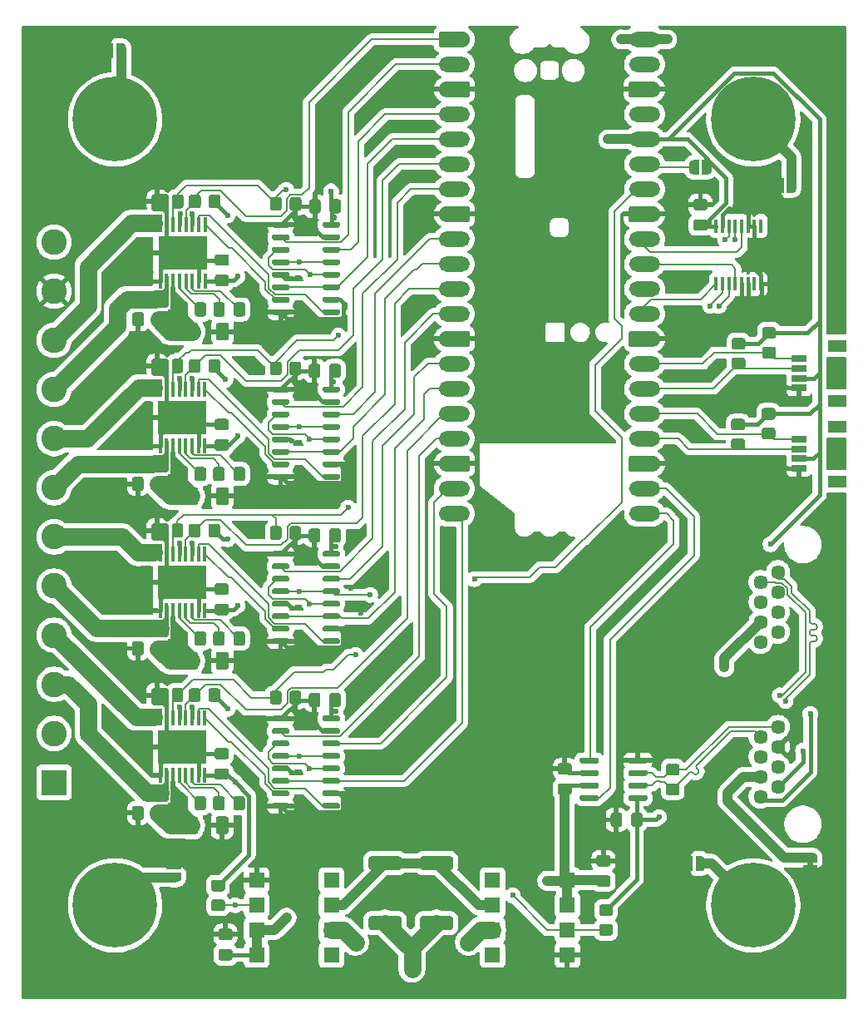
<source format=gbr>
%TF.GenerationSoftware,KiCad,Pcbnew,9.0.1-9.0.1-0~ubuntu24.04.1*%
%TF.CreationDate,2025-04-07T11:01:57-04:00*%
%TF.ProjectId,Pico_LCC,5069636f-5f4c-4434-932e-6b696361645f,4*%
%TF.SameCoordinates,Original*%
%TF.FileFunction,Copper,L1,Top*%
%TF.FilePolarity,Positive*%
%FSLAX46Y46*%
G04 Gerber Fmt 4.6, Leading zero omitted, Abs format (unit mm)*
G04 Created by KiCad (PCBNEW 9.0.1-9.0.1-0~ubuntu24.04.1) date 2025-04-07 11:01:57*
%MOMM*%
%LPD*%
G01*
G04 APERTURE LIST*
%TA.AperFunction,Conductor*%
%ADD10C,0.200000*%
%TD*%
%TA.AperFunction,Conductor*%
%ADD11C,0.000000*%
%TD*%
%TA.AperFunction,EtchedComponent*%
%ADD12C,0.000000*%
%TD*%
%TA.AperFunction,SMDPad,CuDef*%
%ADD13R,0.355600X1.409700*%
%TD*%
%TA.AperFunction,ComponentPad*%
%ADD14C,0.900000*%
%TD*%
%TA.AperFunction,ComponentPad*%
%ADD15C,8.600000*%
%TD*%
%TA.AperFunction,SMDPad,CuDef*%
%ADD16R,0.449999X1.500000*%
%TD*%
%TA.AperFunction,SMDPad,CuDef*%
%ADD17R,5.000000X3.400001*%
%TD*%
%TA.AperFunction,SMDPad,CuDef*%
%ADD18R,1.549400X0.660400*%
%TD*%
%TA.AperFunction,SMDPad,CuDef*%
%ADD19R,1.905000X1.295400*%
%TD*%
%TA.AperFunction,ComponentPad*%
%ADD20R,2.600000X2.600000*%
%TD*%
%TA.AperFunction,ComponentPad*%
%ADD21C,2.600000*%
%TD*%
%TA.AperFunction,SMDPad,CuDef*%
%ADD22R,1.600000X1.600000*%
%TD*%
%TA.AperFunction,ComponentPad*%
%ADD23C,1.448000*%
%TD*%
%TA.AperFunction,ViaPad*%
%ADD24C,0.600000*%
%TD*%
%TA.AperFunction,Conductor*%
%ADD25C,0.400000*%
%TD*%
%TA.AperFunction,Conductor*%
%ADD26C,1.000000*%
%TD*%
%TA.AperFunction,Conductor*%
%ADD27C,0.440000*%
%TD*%
%TA.AperFunction,Conductor*%
%ADD28C,1.750000*%
%TD*%
G04 APERTURE END LIST*
D10*
%TO.N,VTRACK*%
X67250000Y-68750000D02*
X66000000Y-68750000D01*
X66000000Y-67500000D01*
X67250000Y-68750000D01*
%TA.AperFunction,Conductor*%
G36*
X67250000Y-68750000D02*
G01*
X66000000Y-68750000D01*
X66000000Y-67500000D01*
X67250000Y-68750000D01*
G37*
%TD.AperFunction*%
D11*
%TA.AperFunction,Conductor*%
%TO.N,GND*%
G36*
X65269556Y-74369039D02*
G01*
X65269556Y-74369039D01*
G75*
G02*
X65469556Y-74569017I44J-199961D01*
G01*
X65469556Y-75302060D01*
X65470080Y-75302060D01*
X65470080Y-77519373D01*
G75*
G02*
X65270091Y-77719373I-199980J-27D01*
G01*
X65222257Y-77719373D01*
G75*
G02*
X65019921Y-77519417I-2357J199973D01*
G01*
X65019921Y-76319017D01*
G75*
G03*
X64819921Y-76119039I-199921J17D01*
G01*
X63921871Y-76119039D01*
G75*
G02*
X63719556Y-75919017I-2271J200039D01*
G01*
X63719556Y-74569039D01*
G75*
G02*
X63919591Y-74369039I200044J39D01*
G01*
X65269556Y-74369039D01*
G37*
%TD.AperFunction*%
D10*
%TO.N,VTRACK*%
X67250000Y-119000000D02*
X66000000Y-119000000D01*
X66000000Y-117750000D01*
X67250000Y-119000000D01*
%TA.AperFunction,Conductor*%
G36*
X67250000Y-119000000D02*
G01*
X66000000Y-119000000D01*
X66000000Y-117750000D01*
X67250000Y-119000000D01*
G37*
%TD.AperFunction*%
D11*
%TA.AperFunction,Conductor*%
%TO.N,GND*%
G36*
X65293968Y-57619039D02*
G01*
X65293968Y-57619039D01*
G75*
G02*
X65493968Y-57819017I32J-199961D01*
G01*
X65493968Y-58552060D01*
X65494492Y-58552060D01*
X65494492Y-60769373D01*
G75*
G02*
X65294503Y-60969373I-199992J-27D01*
G01*
X65246669Y-60969373D01*
G75*
G02*
X65044333Y-60769417I-2269J199973D01*
G01*
X65044333Y-59569017D01*
G75*
G03*
X64844333Y-59369039I-199933J17D01*
G01*
X63946283Y-59369039D01*
G75*
G02*
X63743968Y-59169017I-2283J200039D01*
G01*
X63743968Y-57819039D01*
G75*
G02*
X63944003Y-57619039I200032J39D01*
G01*
X65293968Y-57619039D01*
G37*
%TD.AperFunction*%
%TA.AperFunction,Conductor*%
%TO.N,VTRACK*%
G36*
X65917002Y-83655694D02*
G01*
X65917002Y-83655694D01*
G75*
G02*
X66119338Y-83855650I2298J-200006D01*
G01*
X66119338Y-85056050D01*
G75*
G03*
X66319338Y-85256028I199962J-50D01*
G01*
X67217388Y-85256028D01*
G75*
G02*
X67419703Y-85456050I2312J-199972D01*
G01*
X67419703Y-86806028D01*
G75*
G02*
X67219668Y-87006028I-200003J28D01*
G01*
X65869703Y-87006028D01*
G75*
G02*
X65669703Y-86806050I-3J200028D01*
G01*
X65669703Y-86073007D01*
X65669179Y-86073007D01*
X65669179Y-83855694D01*
G75*
G02*
X65869168Y-83655694I200021J-6D01*
G01*
X65917002Y-83655694D01*
G37*
%TD.AperFunction*%
%TA.AperFunction,Conductor*%
%TO.N,/out2_B*%
G36*
X65269563Y-82594555D02*
G01*
X65269563Y-82594555D01*
G75*
G02*
X65469552Y-82794555I37J-200045D01*
G01*
X65469552Y-85011868D01*
X65469028Y-85011868D01*
X65469028Y-85744911D01*
G75*
G02*
X65269028Y-85944889I-200028J11D01*
G01*
X63919063Y-85944889D01*
G75*
G02*
X63719028Y-85744889I-63J199989D01*
G01*
X63719028Y-84394911D01*
G75*
G02*
X63921343Y-84194889I200072J11D01*
G01*
X64819393Y-84194889D01*
G75*
G03*
X65019393Y-83994911I107J199989D01*
G01*
X65019393Y-82794511D01*
G75*
G02*
X65221729Y-82594555I200007J-89D01*
G01*
X65269563Y-82594555D01*
G37*
%TD.AperFunction*%
%TA.AperFunction,Conductor*%
%TO.N,/out1_C*%
G36*
X63068295Y-93205321D02*
G01*
X64818295Y-93205321D01*
X64818295Y-94955321D01*
X63068295Y-94955321D01*
X63068295Y-93205321D01*
G37*
%TD.AperFunction*%
D10*
%TO.N,VTRACK*%
X67250000Y-102250000D02*
X66000000Y-102250000D01*
X66000000Y-101000000D01*
X67250000Y-102250000D01*
%TA.AperFunction,Conductor*%
G36*
X67250000Y-102250000D02*
G01*
X66000000Y-102250000D01*
X66000000Y-101000000D01*
X67250000Y-102250000D01*
G37*
%TD.AperFunction*%
D11*
%TA.AperFunction,Conductor*%
G36*
X65941414Y-66905694D02*
G01*
X65941414Y-66905694D01*
G75*
G02*
X66143750Y-67105650I2286J-200006D01*
G01*
X66143750Y-68306050D01*
G75*
G03*
X66343750Y-68506028I199950J-50D01*
G01*
X67241800Y-68506028D01*
G75*
G02*
X67444115Y-68706050I2300J-199972D01*
G01*
X67444115Y-70056028D01*
G75*
G02*
X67244080Y-70256028I-200015J28D01*
G01*
X65894115Y-70256028D01*
G75*
G02*
X65694115Y-70056050I-15J200028D01*
G01*
X65694115Y-69323007D01*
X65693591Y-69323007D01*
X65693591Y-67105694D01*
G75*
G02*
X65893580Y-66905694I200009J-6D01*
G01*
X65941414Y-66905694D01*
G37*
%TD.AperFunction*%
D10*
X67250000Y-85500000D02*
X66000000Y-85500000D01*
X66000000Y-84250000D01*
X67250000Y-85500000D01*
%TA.AperFunction,Conductor*%
G36*
X67250000Y-85500000D02*
G01*
X66000000Y-85500000D01*
X66000000Y-84250000D01*
X67250000Y-85500000D01*
G37*
%TD.AperFunction*%
D11*
%TA.AperFunction,Conductor*%
%TO.N,GND*%
G36*
X65269556Y-91119039D02*
G01*
X65269556Y-91119039D01*
G75*
G02*
X65469556Y-91319017I44J-199961D01*
G01*
X65469556Y-92052060D01*
X65470080Y-92052060D01*
X65470080Y-94269373D01*
G75*
G02*
X65270091Y-94469373I-199980J-27D01*
G01*
X65222257Y-94469373D01*
G75*
G02*
X65019921Y-94269417I-2357J199973D01*
G01*
X65019921Y-93069017D01*
G75*
G03*
X64819921Y-92869039I-199921J17D01*
G01*
X63921871Y-92869039D01*
G75*
G02*
X63719556Y-92669017I-2271J200039D01*
G01*
X63719556Y-91319039D01*
G75*
G02*
X63919591Y-91119039I200044J39D01*
G01*
X65269556Y-91119039D01*
G37*
%TD.AperFunction*%
%TA.AperFunction,Conductor*%
%TO.N,VTRACK*%
G36*
X65917002Y-117155694D02*
G01*
X65917002Y-117155694D01*
G75*
G02*
X66119338Y-117355650I2298J-200006D01*
G01*
X66119338Y-118556050D01*
G75*
G03*
X66319338Y-118756028I199962J-50D01*
G01*
X67217388Y-118756028D01*
G75*
G02*
X67419703Y-118956050I2312J-199972D01*
G01*
X67419703Y-120306028D01*
G75*
G02*
X67219668Y-120506028I-200003J28D01*
G01*
X65869703Y-120506028D01*
G75*
G02*
X65669703Y-120306050I-3J200028D01*
G01*
X65669703Y-119573007D01*
X65669179Y-119573007D01*
X65669179Y-117355694D01*
G75*
G02*
X65869168Y-117155694I200021J-6D01*
G01*
X65917002Y-117155694D01*
G37*
%TD.AperFunction*%
%TA.AperFunction,Conductor*%
%TO.N,/out1_A*%
G36*
X63092707Y-59705321D02*
G01*
X64842707Y-59705321D01*
X64842707Y-61455321D01*
X63092707Y-61455321D01*
X63092707Y-59705321D01*
G37*
%TD.AperFunction*%
%TA.AperFunction,Conductor*%
%TO.N,/out2_C*%
G36*
X65269563Y-99344555D02*
G01*
X65269563Y-99344555D01*
G75*
G02*
X65469552Y-99544555I37J-200045D01*
G01*
X65469552Y-101761868D01*
X65469028Y-101761868D01*
X65469028Y-102494911D01*
G75*
G02*
X65269028Y-102694889I-200028J11D01*
G01*
X63919063Y-102694889D01*
G75*
G02*
X63719028Y-102494889I-63J199989D01*
G01*
X63719028Y-101144911D01*
G75*
G02*
X63921343Y-100944889I200072J11D01*
G01*
X64819393Y-100944889D01*
G75*
G03*
X65019393Y-100744911I107J199989D01*
G01*
X65019393Y-99544511D01*
G75*
G02*
X65221729Y-99344555I200007J-89D01*
G01*
X65269563Y-99344555D01*
G37*
%TD.AperFunction*%
%TA.AperFunction,Conductor*%
%TO.N,/out1_D*%
G36*
X63068295Y-109955321D02*
G01*
X64818295Y-109955321D01*
X64818295Y-111705321D01*
X63068295Y-111705321D01*
X63068295Y-109955321D01*
G37*
%TD.AperFunction*%
%TA.AperFunction,Conductor*%
%TO.N,/out2_D*%
G36*
X65269563Y-116094555D02*
G01*
X65269563Y-116094555D01*
G75*
G02*
X65469552Y-116294555I37J-200045D01*
G01*
X65469552Y-118511868D01*
X65469028Y-118511868D01*
X65469028Y-119244911D01*
G75*
G02*
X65269028Y-119444889I-200028J11D01*
G01*
X63919063Y-119444889D01*
G75*
G02*
X63719028Y-119244889I-63J199989D01*
G01*
X63719028Y-117894911D01*
G75*
G02*
X63921343Y-117694889I200072J11D01*
G01*
X64819393Y-117694889D01*
G75*
G03*
X65019393Y-117494911I107J199989D01*
G01*
X65019393Y-116294511D01*
G75*
G02*
X65221729Y-116094555I200007J-89D01*
G01*
X65269563Y-116094555D01*
G37*
%TD.AperFunction*%
%TA.AperFunction,Conductor*%
%TO.N,VTRACK*%
G36*
X65917002Y-100405694D02*
G01*
X65917002Y-100405694D01*
G75*
G02*
X66119338Y-100605650I2298J-200006D01*
G01*
X66119338Y-101806050D01*
G75*
G03*
X66319338Y-102006028I199962J-50D01*
G01*
X67217388Y-102006028D01*
G75*
G02*
X67419703Y-102206050I2312J-199972D01*
G01*
X67419703Y-103556028D01*
G75*
G02*
X67219668Y-103756028I-200003J28D01*
G01*
X65869703Y-103756028D01*
G75*
G02*
X65669703Y-103556050I-3J200028D01*
G01*
X65669703Y-102823007D01*
X65669179Y-102823007D01*
X65669179Y-100605694D01*
G75*
G02*
X65869168Y-100405694I200021J-6D01*
G01*
X65917002Y-100405694D01*
G37*
%TD.AperFunction*%
%TA.AperFunction,Conductor*%
%TO.N,GND*%
G36*
X65269556Y-107869039D02*
G01*
X65269556Y-107869039D01*
G75*
G02*
X65469556Y-108069017I44J-199961D01*
G01*
X65469556Y-108802060D01*
X65470080Y-108802060D01*
X65470080Y-111019373D01*
G75*
G02*
X65270091Y-111219373I-199980J-27D01*
G01*
X65222257Y-111219373D01*
G75*
G02*
X65019921Y-111019417I-2357J199973D01*
G01*
X65019921Y-109819017D01*
G75*
G03*
X64819921Y-109619039I-199921J17D01*
G01*
X63921871Y-109619039D01*
G75*
G02*
X63719556Y-109419017I-2271J200039D01*
G01*
X63719556Y-108069039D01*
G75*
G02*
X63919591Y-107869039I200044J39D01*
G01*
X65269556Y-107869039D01*
G37*
%TD.AperFunction*%
%TA.AperFunction,Conductor*%
%TO.N,/out1_B*%
G36*
X63068295Y-76455321D02*
G01*
X64818295Y-76455321D01*
X64818295Y-78205321D01*
X63068295Y-78205321D01*
X63068295Y-76455321D01*
G37*
%TD.AperFunction*%
%TA.AperFunction,Conductor*%
%TO.N,/out2_A*%
G36*
X65293975Y-65844555D02*
G01*
X65293975Y-65844555D01*
G75*
G02*
X65493964Y-66044555I25J-200045D01*
G01*
X65493964Y-68261868D01*
X65493440Y-68261868D01*
X65493440Y-68994911D01*
G75*
G02*
X65293440Y-69194889I-199940J11D01*
G01*
X63943475Y-69194889D01*
G75*
G02*
X63743440Y-68994889I-75J199989D01*
G01*
X63743440Y-67644911D01*
G75*
G02*
X63945755Y-67444889I200060J11D01*
G01*
X64843805Y-67444889D01*
G75*
G03*
X65043805Y-67244911I95J199989D01*
G01*
X65043805Y-66044511D01*
G75*
G02*
X65246141Y-65844555I199995J-89D01*
G01*
X65293975Y-65844555D01*
G37*
%TD.AperFunction*%
D12*
%TA.AperFunction,EtchedComponent*%
%TD*%
%TO.C,JP5*%
G36*
X131100000Y-126050000D02*
G01*
X130500000Y-126050000D01*
X130500000Y-125550000D01*
X131100000Y-125550000D01*
X131100000Y-126050000D01*
G37*
%TD.AperFunction*%
%TO.P,C21,1*%
%TO.N,VTRACK*%
%TA.AperFunction,SMDPad,CuDef*%
G36*
G01*
X67144338Y-105755694D02*
X67144338Y-104455694D01*
G75*
G02*
X67394338Y-104205694I250000J0D01*
G01*
X68219338Y-104205694D01*
G75*
G02*
X68469338Y-104455694I0J-250000D01*
G01*
X68469338Y-105755694D01*
G75*
G02*
X68219338Y-106005694I-250000J0D01*
G01*
X67394338Y-106005694D01*
G75*
G02*
X67144338Y-105755694I0J250000D01*
G01*
G37*
%TD.AperFunction*%
%TO.P,C21,2*%
%TO.N,GND*%
%TA.AperFunction,SMDPad,CuDef*%
G36*
G01*
X70269338Y-105755694D02*
X70269338Y-104455694D01*
G75*
G02*
X70519338Y-104205694I250000J0D01*
G01*
X71344338Y-104205694D01*
G75*
G02*
X71594338Y-104455694I0J-250000D01*
G01*
X71594338Y-105755694D01*
G75*
G02*
X71344338Y-106005694I-250000J0D01*
G01*
X70519338Y-106005694D01*
G75*
G02*
X70269338Y-105755694I0J250000D01*
G01*
G37*
%TD.AperFunction*%
%TD*%
%TO.P,C32,1*%
%TO.N,+5V*%
%TA.AperFunction,SMDPad,CuDef*%
G36*
G01*
X71725000Y-135625000D02*
X70775000Y-135625000D01*
G75*
G02*
X70525000Y-135375000I0J250000D01*
G01*
X70525000Y-134700000D01*
G75*
G02*
X70775000Y-134450000I250000J0D01*
G01*
X71725000Y-134450000D01*
G75*
G02*
X71975000Y-134700000I0J-250000D01*
G01*
X71975000Y-135375000D01*
G75*
G02*
X71725000Y-135625000I-250000J0D01*
G01*
G37*
%TD.AperFunction*%
%TO.P,C32,2*%
%TO.N,GND*%
%TA.AperFunction,SMDPad,CuDef*%
G36*
G01*
X71725000Y-133550000D02*
X70775000Y-133550000D01*
G75*
G02*
X70525000Y-133300000I0J250000D01*
G01*
X70525000Y-132625000D01*
G75*
G02*
X70775000Y-132375000I250000J0D01*
G01*
X71725000Y-132375000D01*
G75*
G02*
X71975000Y-132625000I0J-250000D01*
G01*
X71975000Y-133300000D01*
G75*
G02*
X71725000Y-133550000I-250000J0D01*
G01*
G37*
%TD.AperFunction*%
%TD*%
%TO.P,R6,1*%
%TO.N,+3.3V*%
%TA.AperFunction,SMDPad,CuDef*%
G36*
G01*
X70743750Y-57905694D02*
X70743750Y-58805694D01*
G75*
G02*
X70493750Y-59055694I-250000J0D01*
G01*
X69793750Y-59055694D01*
G75*
G02*
X69543750Y-58805694I0J250000D01*
G01*
X69543750Y-57905694D01*
G75*
G02*
X69793750Y-57655694I250000J0D01*
G01*
X70493750Y-57655694D01*
G75*
G02*
X70743750Y-57905694I0J-250000D01*
G01*
G37*
%TD.AperFunction*%
%TO.P,R6,2*%
%TO.N,/nFault_A*%
%TA.AperFunction,SMDPad,CuDef*%
G36*
G01*
X68743750Y-57905694D02*
X68743750Y-58805694D01*
G75*
G02*
X68493750Y-59055694I-250000J0D01*
G01*
X67793750Y-59055694D01*
G75*
G02*
X67543750Y-58805694I0J250000D01*
G01*
X67543750Y-57905694D01*
G75*
G02*
X67793750Y-57655694I250000J0D01*
G01*
X68493750Y-57655694D01*
G75*
G02*
X68743750Y-57905694I0J-250000D01*
G01*
G37*
%TD.AperFunction*%
%TD*%
%TO.P,R5,1*%
%TO.N,+3.3V*%
%TA.AperFunction,SMDPad,CuDef*%
G36*
G01*
X123001500Y-80469250D02*
X123901500Y-80469250D01*
G75*
G02*
X124151500Y-80719250I0J-250000D01*
G01*
X124151500Y-81419250D01*
G75*
G02*
X123901500Y-81669250I-250000J0D01*
G01*
X123001500Y-81669250D01*
G75*
G02*
X122751500Y-81419250I0J250000D01*
G01*
X122751500Y-80719250D01*
G75*
G02*
X123001500Y-80469250I250000J0D01*
G01*
G37*
%TD.AperFunction*%
%TO.P,R5,2*%
%TO.N,/i2c1_sda*%
%TA.AperFunction,SMDPad,CuDef*%
G36*
G01*
X123001500Y-82469250D02*
X123901500Y-82469250D01*
G75*
G02*
X124151500Y-82719250I0J-250000D01*
G01*
X124151500Y-83419250D01*
G75*
G02*
X123901500Y-83669250I-250000J0D01*
G01*
X123001500Y-83669250D01*
G75*
G02*
X122751500Y-83419250I0J250000D01*
G01*
X122751500Y-82719250D01*
G75*
G02*
X123001500Y-82469250I250000J0D01*
G01*
G37*
%TD.AperFunction*%
%TD*%
D13*
%TO.P,U1,1,SEL*%
%TO.N,/adc_sel*%
X121225049Y-66762750D03*
%TO.P,U1,2,S1A*%
%TO.N,/sense_A*%
X121875035Y-66762750D03*
%TO.P,U1,3,S1B*%
%TO.N,/sense_B*%
X122525021Y-66762750D03*
%TO.P,U1,4,D1*%
%TO.N,/adc0*%
X123175007Y-66762750D03*
%TO.P,U1,5,S2A*%
%TO.N,GND*%
X123824993Y-66762750D03*
%TO.P,U1,6,S2B*%
X124474979Y-66762750D03*
%TO.P,U1,7,D2*%
%TO.N,unconnected-(U1-D2-Pad7)*%
X125124965Y-66762750D03*
%TO.P,U1,8,GND*%
%TO.N,GND*%
X125774951Y-66762750D03*
%TO.P,U1,9,D3*%
%TO.N,unconnected-(U1-D3-Pad9)*%
X125774951Y-60857250D03*
%TO.P,U1,10,S3B*%
%TO.N,GND*%
X125124965Y-60857250D03*
%TO.P,U1,11,S3A*%
X124474979Y-60857250D03*
%TO.P,U1,12,D4*%
%TO.N,/adc1*%
X123824993Y-60857250D03*
%TO.P,U1,13,S4B*%
%TO.N,/sense_D*%
X123175007Y-60857250D03*
%TO.P,U1,14,S4A*%
%TO.N,/sense_C*%
X122525021Y-60857250D03*
%TO.P,U1,15,~{EN}*%
%TO.N,GND*%
X121875035Y-60857250D03*
%TO.P,U1,16,VDD*%
%TO.N,+3.3V*%
X121225049Y-60857250D03*
%TD*%
%TO.P,U6,1,\u002A1OE*%
%TO.N,GND*%
%TA.AperFunction,SMDPad,CuDef*%
G36*
G01*
X75994338Y-77635694D02*
X75994338Y-77335694D01*
G75*
G02*
X76144338Y-77185694I150000J0D01*
G01*
X77594338Y-77185694D01*
G75*
G02*
X77744338Y-77335694I0J-150000D01*
G01*
X77744338Y-77635694D01*
G75*
G02*
X77594338Y-77785694I-150000J0D01*
G01*
X76144338Y-77785694D01*
G75*
G02*
X75994338Y-77635694I0J150000D01*
G01*
G37*
%TD.AperFunction*%
%TO.P,U6,2,B*%
%TO.N,/dcc_en_B*%
%TA.AperFunction,SMDPad,CuDef*%
G36*
G01*
X75994338Y-78905694D02*
X75994338Y-78605694D01*
G75*
G02*
X76144338Y-78455694I150000J0D01*
G01*
X77594338Y-78455694D01*
G75*
G02*
X77744338Y-78605694I0J-150000D01*
G01*
X77744338Y-78905694D01*
G75*
G02*
X77594338Y-79055694I-150000J0D01*
G01*
X76144338Y-79055694D01*
G75*
G02*
X75994338Y-78905694I0J150000D01*
G01*
G37*
%TD.AperFunction*%
%TO.P,U6,3,1C3*%
%TO.N,/dcc_n*%
%TA.AperFunction,SMDPad,CuDef*%
G36*
G01*
X75994338Y-80175694D02*
X75994338Y-79875694D01*
G75*
G02*
X76144338Y-79725694I150000J0D01*
G01*
X77594338Y-79725694D01*
G75*
G02*
X77744338Y-79875694I0J-150000D01*
G01*
X77744338Y-80175694D01*
G75*
G02*
X77594338Y-80325694I-150000J0D01*
G01*
X76144338Y-80325694D01*
G75*
G02*
X75994338Y-80175694I0J150000D01*
G01*
G37*
%TD.AperFunction*%
%TO.P,U6,4,1C2*%
%TO.N,/dcc_p*%
%TA.AperFunction,SMDPad,CuDef*%
G36*
G01*
X75994338Y-81445694D02*
X75994338Y-81145694D01*
G75*
G02*
X76144338Y-80995694I150000J0D01*
G01*
X77594338Y-80995694D01*
G75*
G02*
X77744338Y-81145694I0J-150000D01*
G01*
X77744338Y-81445694D01*
G75*
G02*
X77594338Y-81595694I-150000J0D01*
G01*
X76144338Y-81595694D01*
G75*
G02*
X75994338Y-81445694I0J150000D01*
G01*
G37*
%TD.AperFunction*%
%TO.P,U6,5,1C1*%
%TO.N,GND*%
%TA.AperFunction,SMDPad,CuDef*%
G36*
G01*
X75994338Y-82715694D02*
X75994338Y-82415694D01*
G75*
G02*
X76144338Y-82265694I150000J0D01*
G01*
X77594338Y-82265694D01*
G75*
G02*
X77744338Y-82415694I0J-150000D01*
G01*
X77744338Y-82715694D01*
G75*
G02*
X77594338Y-82865694I-150000J0D01*
G01*
X76144338Y-82865694D01*
G75*
G02*
X75994338Y-82715694I0J150000D01*
G01*
G37*
%TD.AperFunction*%
%TO.P,U6,6,1C0*%
%TO.N,/pwm_B*%
%TA.AperFunction,SMDPad,CuDef*%
G36*
G01*
X75994338Y-83985694D02*
X75994338Y-83685694D01*
G75*
G02*
X76144338Y-83535694I150000J0D01*
G01*
X77594338Y-83535694D01*
G75*
G02*
X77744338Y-83685694I0J-150000D01*
G01*
X77744338Y-83985694D01*
G75*
G02*
X77594338Y-84135694I-150000J0D01*
G01*
X76144338Y-84135694D01*
G75*
G02*
X75994338Y-83985694I0J150000D01*
G01*
G37*
%TD.AperFunction*%
%TO.P,U6,7,1Y*%
%TO.N,Net-(U6-1Y)*%
%TA.AperFunction,SMDPad,CuDef*%
G36*
G01*
X75994338Y-85255694D02*
X75994338Y-84955694D01*
G75*
G02*
X76144338Y-84805694I150000J0D01*
G01*
X77594338Y-84805694D01*
G75*
G02*
X77744338Y-84955694I0J-150000D01*
G01*
X77744338Y-85255694D01*
G75*
G02*
X77594338Y-85405694I-150000J0D01*
G01*
X76144338Y-85405694D01*
G75*
G02*
X75994338Y-85255694I0J150000D01*
G01*
G37*
%TD.AperFunction*%
%TO.P,U6,8,GND*%
%TO.N,GND*%
%TA.AperFunction,SMDPad,CuDef*%
G36*
G01*
X75994338Y-86525694D02*
X75994338Y-86225694D01*
G75*
G02*
X76144338Y-86075694I150000J0D01*
G01*
X77594338Y-86075694D01*
G75*
G02*
X77744338Y-86225694I0J-150000D01*
G01*
X77744338Y-86525694D01*
G75*
G02*
X77594338Y-86675694I-150000J0D01*
G01*
X76144338Y-86675694D01*
G75*
G02*
X75994338Y-86525694I0J150000D01*
G01*
G37*
%TD.AperFunction*%
%TO.P,U6,9,2Y*%
%TO.N,Net-(U6-2Y)*%
%TA.AperFunction,SMDPad,CuDef*%
G36*
G01*
X81144338Y-86525694D02*
X81144338Y-86225694D01*
G75*
G02*
X81294338Y-86075694I150000J0D01*
G01*
X82744338Y-86075694D01*
G75*
G02*
X82894338Y-86225694I0J-150000D01*
G01*
X82894338Y-86525694D01*
G75*
G02*
X82744338Y-86675694I-150000J0D01*
G01*
X81294338Y-86675694D01*
G75*
G02*
X81144338Y-86525694I0J150000D01*
G01*
G37*
%TD.AperFunction*%
%TO.P,U6,10,2C0*%
%TO.N,GND*%
%TA.AperFunction,SMDPad,CuDef*%
G36*
G01*
X81144338Y-85255694D02*
X81144338Y-84955694D01*
G75*
G02*
X81294338Y-84805694I150000J0D01*
G01*
X82744338Y-84805694D01*
G75*
G02*
X82894338Y-84955694I0J-150000D01*
G01*
X82894338Y-85255694D01*
G75*
G02*
X82744338Y-85405694I-150000J0D01*
G01*
X81294338Y-85405694D01*
G75*
G02*
X81144338Y-85255694I0J150000D01*
G01*
G37*
%TD.AperFunction*%
%TO.P,U6,11,2C1*%
%TO.N,/pwm_B*%
%TA.AperFunction,SMDPad,CuDef*%
G36*
G01*
X81144338Y-83985694D02*
X81144338Y-83685694D01*
G75*
G02*
X81294338Y-83535694I150000J0D01*
G01*
X82744338Y-83535694D01*
G75*
G02*
X82894338Y-83685694I0J-150000D01*
G01*
X82894338Y-83985694D01*
G75*
G02*
X82744338Y-84135694I-150000J0D01*
G01*
X81294338Y-84135694D01*
G75*
G02*
X81144338Y-83985694I0J150000D01*
G01*
G37*
%TD.AperFunction*%
%TO.P,U6,12,2C2*%
%TO.N,/dcc_n*%
%TA.AperFunction,SMDPad,CuDef*%
G36*
G01*
X81144338Y-82715694D02*
X81144338Y-82415694D01*
G75*
G02*
X81294338Y-82265694I150000J0D01*
G01*
X82744338Y-82265694D01*
G75*
G02*
X82894338Y-82415694I0J-150000D01*
G01*
X82894338Y-82715694D01*
G75*
G02*
X82744338Y-82865694I-150000J0D01*
G01*
X81294338Y-82865694D01*
G75*
G02*
X81144338Y-82715694I0J150000D01*
G01*
G37*
%TD.AperFunction*%
%TO.P,U6,13,2C3*%
%TO.N,/dcc_p*%
%TA.AperFunction,SMDPad,CuDef*%
G36*
G01*
X81144338Y-81445694D02*
X81144338Y-81145694D01*
G75*
G02*
X81294338Y-80995694I150000J0D01*
G01*
X82744338Y-80995694D01*
G75*
G02*
X82894338Y-81145694I0J-150000D01*
G01*
X82894338Y-81445694D01*
G75*
G02*
X82744338Y-81595694I-150000J0D01*
G01*
X81294338Y-81595694D01*
G75*
G02*
X81144338Y-81445694I0J150000D01*
G01*
G37*
%TD.AperFunction*%
%TO.P,U6,14,A*%
%TO.N,/dir_B*%
%TA.AperFunction,SMDPad,CuDef*%
G36*
G01*
X81144338Y-80175694D02*
X81144338Y-79875694D01*
G75*
G02*
X81294338Y-79725694I150000J0D01*
G01*
X82744338Y-79725694D01*
G75*
G02*
X82894338Y-79875694I0J-150000D01*
G01*
X82894338Y-80175694D01*
G75*
G02*
X82744338Y-80325694I-150000J0D01*
G01*
X81294338Y-80325694D01*
G75*
G02*
X81144338Y-80175694I0J150000D01*
G01*
G37*
%TD.AperFunction*%
%TO.P,U6,15,\u002A2OE*%
%TO.N,GND*%
%TA.AperFunction,SMDPad,CuDef*%
G36*
G01*
X81144338Y-78905694D02*
X81144338Y-78605694D01*
G75*
G02*
X81294338Y-78455694I150000J0D01*
G01*
X82744338Y-78455694D01*
G75*
G02*
X82894338Y-78605694I0J-150000D01*
G01*
X82894338Y-78905694D01*
G75*
G02*
X82744338Y-79055694I-150000J0D01*
G01*
X81294338Y-79055694D01*
G75*
G02*
X81144338Y-78905694I0J150000D01*
G01*
G37*
%TD.AperFunction*%
%TO.P,U6,16,VCC*%
%TO.N,+3.3V*%
%TA.AperFunction,SMDPad,CuDef*%
G36*
G01*
X81144338Y-77635694D02*
X81144338Y-77335694D01*
G75*
G02*
X81294338Y-77185694I150000J0D01*
G01*
X82744338Y-77185694D01*
G75*
G02*
X82894338Y-77335694I0J-150000D01*
G01*
X82894338Y-77635694D01*
G75*
G02*
X82744338Y-77785694I-150000J0D01*
G01*
X81294338Y-77785694D01*
G75*
G02*
X81144338Y-77635694I0J150000D01*
G01*
G37*
%TD.AperFunction*%
%TD*%
%TA.AperFunction,SMDPad,CuDef*%
%TO.P,JP2,1,A*%
%TO.N,GND*%
G36*
X65250000Y-126350000D02*
G01*
X65250000Y-125850000D01*
X65254278Y-125850000D01*
X65254278Y-125784737D01*
X65288060Y-125658658D01*
X65353323Y-125545619D01*
X65445619Y-125453323D01*
X65558658Y-125388060D01*
X65684737Y-125354278D01*
X65750000Y-125354278D01*
X65750000Y-125350000D01*
X66250000Y-125350000D01*
X66250000Y-125354278D01*
X66315263Y-125354278D01*
X66441342Y-125388060D01*
X66554381Y-125453323D01*
X66646677Y-125545619D01*
X66711940Y-125658658D01*
X66745722Y-125784737D01*
X66745722Y-125850000D01*
X66750000Y-125850000D01*
X66750000Y-126350000D01*
X65250000Y-126350000D01*
G37*
%TD.AperFunction*%
%TA.AperFunction,SMDPad,CuDef*%
%TO.P,JP2,2,B*%
%TO.N,Net-(JP2-B)*%
G36*
X66745722Y-127150000D02*
G01*
X66745722Y-127215263D01*
X66711940Y-127341342D01*
X66646677Y-127454381D01*
X66554381Y-127546677D01*
X66441342Y-127611940D01*
X66315263Y-127645722D01*
X66250000Y-127645722D01*
X66250000Y-127650000D01*
X65750000Y-127650000D01*
X65750000Y-127645722D01*
X65684737Y-127645722D01*
X65558658Y-127611940D01*
X65445619Y-127546677D01*
X65353323Y-127454381D01*
X65288060Y-127341342D01*
X65254278Y-127215263D01*
X65254278Y-127150000D01*
X65250000Y-127150000D01*
X65250000Y-126650000D01*
X66750000Y-126650000D01*
X66750000Y-127150000D01*
X66745722Y-127150000D01*
G37*
%TD.AperFunction*%
%TD*%
%TO.P,C22,1*%
%TO.N,VTRACK*%
%TA.AperFunction,SMDPad,CuDef*%
G36*
G01*
X64994338Y-103380694D02*
X64994338Y-104330694D01*
G75*
G02*
X64744338Y-104580694I-250000J0D01*
G01*
X64069338Y-104580694D01*
G75*
G02*
X63819338Y-104330694I0J250000D01*
G01*
X63819338Y-103380694D01*
G75*
G02*
X64069338Y-103130694I250000J0D01*
G01*
X64744338Y-103130694D01*
G75*
G02*
X64994338Y-103380694I0J-250000D01*
G01*
G37*
%TD.AperFunction*%
%TO.P,C22,2*%
%TO.N,GND*%
%TA.AperFunction,SMDPad,CuDef*%
G36*
G01*
X62919338Y-103380694D02*
X62919338Y-104330694D01*
G75*
G02*
X62669338Y-104580694I-250000J0D01*
G01*
X61994338Y-104580694D01*
G75*
G02*
X61744338Y-104330694I0J250000D01*
G01*
X61744338Y-103380694D01*
G75*
G02*
X61994338Y-103130694I250000J0D01*
G01*
X62669338Y-103130694D01*
G75*
G02*
X62919338Y-103380694I0J-250000D01*
G01*
G37*
%TD.AperFunction*%
%TD*%
%TO.P,U4,1,\u002A1OE*%
%TO.N,GND*%
%TA.AperFunction,SMDPad,CuDef*%
G36*
G01*
X76018750Y-60885694D02*
X76018750Y-60585694D01*
G75*
G02*
X76168750Y-60435694I150000J0D01*
G01*
X77618750Y-60435694D01*
G75*
G02*
X77768750Y-60585694I0J-150000D01*
G01*
X77768750Y-60885694D01*
G75*
G02*
X77618750Y-61035694I-150000J0D01*
G01*
X76168750Y-61035694D01*
G75*
G02*
X76018750Y-60885694I0J150000D01*
G01*
G37*
%TD.AperFunction*%
%TO.P,U4,2,B*%
%TO.N,/dcc_en_A*%
%TA.AperFunction,SMDPad,CuDef*%
G36*
G01*
X76018750Y-62155694D02*
X76018750Y-61855694D01*
G75*
G02*
X76168750Y-61705694I150000J0D01*
G01*
X77618750Y-61705694D01*
G75*
G02*
X77768750Y-61855694I0J-150000D01*
G01*
X77768750Y-62155694D01*
G75*
G02*
X77618750Y-62305694I-150000J0D01*
G01*
X76168750Y-62305694D01*
G75*
G02*
X76018750Y-62155694I0J150000D01*
G01*
G37*
%TD.AperFunction*%
%TO.P,U4,3,1C3*%
%TO.N,/dcc_n*%
%TA.AperFunction,SMDPad,CuDef*%
G36*
G01*
X76018750Y-63425694D02*
X76018750Y-63125694D01*
G75*
G02*
X76168750Y-62975694I150000J0D01*
G01*
X77618750Y-62975694D01*
G75*
G02*
X77768750Y-63125694I0J-150000D01*
G01*
X77768750Y-63425694D01*
G75*
G02*
X77618750Y-63575694I-150000J0D01*
G01*
X76168750Y-63575694D01*
G75*
G02*
X76018750Y-63425694I0J150000D01*
G01*
G37*
%TD.AperFunction*%
%TO.P,U4,4,1C2*%
%TO.N,/dcc_p*%
%TA.AperFunction,SMDPad,CuDef*%
G36*
G01*
X76018750Y-64695694D02*
X76018750Y-64395694D01*
G75*
G02*
X76168750Y-64245694I150000J0D01*
G01*
X77618750Y-64245694D01*
G75*
G02*
X77768750Y-64395694I0J-150000D01*
G01*
X77768750Y-64695694D01*
G75*
G02*
X77618750Y-64845694I-150000J0D01*
G01*
X76168750Y-64845694D01*
G75*
G02*
X76018750Y-64695694I0J150000D01*
G01*
G37*
%TD.AperFunction*%
%TO.P,U4,5,1C1*%
%TO.N,GND*%
%TA.AperFunction,SMDPad,CuDef*%
G36*
G01*
X76018750Y-65965694D02*
X76018750Y-65665694D01*
G75*
G02*
X76168750Y-65515694I150000J0D01*
G01*
X77618750Y-65515694D01*
G75*
G02*
X77768750Y-65665694I0J-150000D01*
G01*
X77768750Y-65965694D01*
G75*
G02*
X77618750Y-66115694I-150000J0D01*
G01*
X76168750Y-66115694D01*
G75*
G02*
X76018750Y-65965694I0J150000D01*
G01*
G37*
%TD.AperFunction*%
%TO.P,U4,6,1C0*%
%TO.N,/pwm_A*%
%TA.AperFunction,SMDPad,CuDef*%
G36*
G01*
X76018750Y-67235694D02*
X76018750Y-66935694D01*
G75*
G02*
X76168750Y-66785694I150000J0D01*
G01*
X77618750Y-66785694D01*
G75*
G02*
X77768750Y-66935694I0J-150000D01*
G01*
X77768750Y-67235694D01*
G75*
G02*
X77618750Y-67385694I-150000J0D01*
G01*
X76168750Y-67385694D01*
G75*
G02*
X76018750Y-67235694I0J150000D01*
G01*
G37*
%TD.AperFunction*%
%TO.P,U4,7,1Y*%
%TO.N,Net-(U4-1Y)*%
%TA.AperFunction,SMDPad,CuDef*%
G36*
G01*
X76018750Y-68505694D02*
X76018750Y-68205694D01*
G75*
G02*
X76168750Y-68055694I150000J0D01*
G01*
X77618750Y-68055694D01*
G75*
G02*
X77768750Y-68205694I0J-150000D01*
G01*
X77768750Y-68505694D01*
G75*
G02*
X77618750Y-68655694I-150000J0D01*
G01*
X76168750Y-68655694D01*
G75*
G02*
X76018750Y-68505694I0J150000D01*
G01*
G37*
%TD.AperFunction*%
%TO.P,U4,8,GND*%
%TO.N,GND*%
%TA.AperFunction,SMDPad,CuDef*%
G36*
G01*
X76018750Y-69775694D02*
X76018750Y-69475694D01*
G75*
G02*
X76168750Y-69325694I150000J0D01*
G01*
X77618750Y-69325694D01*
G75*
G02*
X77768750Y-69475694I0J-150000D01*
G01*
X77768750Y-69775694D01*
G75*
G02*
X77618750Y-69925694I-150000J0D01*
G01*
X76168750Y-69925694D01*
G75*
G02*
X76018750Y-69775694I0J150000D01*
G01*
G37*
%TD.AperFunction*%
%TO.P,U4,9,2Y*%
%TO.N,Net-(U4-2Y)*%
%TA.AperFunction,SMDPad,CuDef*%
G36*
G01*
X81168750Y-69775694D02*
X81168750Y-69475694D01*
G75*
G02*
X81318750Y-69325694I150000J0D01*
G01*
X82768750Y-69325694D01*
G75*
G02*
X82918750Y-69475694I0J-150000D01*
G01*
X82918750Y-69775694D01*
G75*
G02*
X82768750Y-69925694I-150000J0D01*
G01*
X81318750Y-69925694D01*
G75*
G02*
X81168750Y-69775694I0J150000D01*
G01*
G37*
%TD.AperFunction*%
%TO.P,U4,10,2C0*%
%TO.N,GND*%
%TA.AperFunction,SMDPad,CuDef*%
G36*
G01*
X81168750Y-68505694D02*
X81168750Y-68205694D01*
G75*
G02*
X81318750Y-68055694I150000J0D01*
G01*
X82768750Y-68055694D01*
G75*
G02*
X82918750Y-68205694I0J-150000D01*
G01*
X82918750Y-68505694D01*
G75*
G02*
X82768750Y-68655694I-150000J0D01*
G01*
X81318750Y-68655694D01*
G75*
G02*
X81168750Y-68505694I0J150000D01*
G01*
G37*
%TD.AperFunction*%
%TO.P,U4,11,2C1*%
%TO.N,/pwm_A*%
%TA.AperFunction,SMDPad,CuDef*%
G36*
G01*
X81168750Y-67235694D02*
X81168750Y-66935694D01*
G75*
G02*
X81318750Y-66785694I150000J0D01*
G01*
X82768750Y-66785694D01*
G75*
G02*
X82918750Y-66935694I0J-150000D01*
G01*
X82918750Y-67235694D01*
G75*
G02*
X82768750Y-67385694I-150000J0D01*
G01*
X81318750Y-67385694D01*
G75*
G02*
X81168750Y-67235694I0J150000D01*
G01*
G37*
%TD.AperFunction*%
%TO.P,U4,12,2C2*%
%TO.N,/dcc_n*%
%TA.AperFunction,SMDPad,CuDef*%
G36*
G01*
X81168750Y-65965694D02*
X81168750Y-65665694D01*
G75*
G02*
X81318750Y-65515694I150000J0D01*
G01*
X82768750Y-65515694D01*
G75*
G02*
X82918750Y-65665694I0J-150000D01*
G01*
X82918750Y-65965694D01*
G75*
G02*
X82768750Y-66115694I-150000J0D01*
G01*
X81318750Y-66115694D01*
G75*
G02*
X81168750Y-65965694I0J150000D01*
G01*
G37*
%TD.AperFunction*%
%TO.P,U4,13,2C3*%
%TO.N,/dcc_p*%
%TA.AperFunction,SMDPad,CuDef*%
G36*
G01*
X81168750Y-64695694D02*
X81168750Y-64395694D01*
G75*
G02*
X81318750Y-64245694I150000J0D01*
G01*
X82768750Y-64245694D01*
G75*
G02*
X82918750Y-64395694I0J-150000D01*
G01*
X82918750Y-64695694D01*
G75*
G02*
X82768750Y-64845694I-150000J0D01*
G01*
X81318750Y-64845694D01*
G75*
G02*
X81168750Y-64695694I0J150000D01*
G01*
G37*
%TD.AperFunction*%
%TO.P,U4,14,A*%
%TO.N,/dir_A*%
%TA.AperFunction,SMDPad,CuDef*%
G36*
G01*
X81168750Y-63425694D02*
X81168750Y-63125694D01*
G75*
G02*
X81318750Y-62975694I150000J0D01*
G01*
X82768750Y-62975694D01*
G75*
G02*
X82918750Y-63125694I0J-150000D01*
G01*
X82918750Y-63425694D01*
G75*
G02*
X82768750Y-63575694I-150000J0D01*
G01*
X81318750Y-63575694D01*
G75*
G02*
X81168750Y-63425694I0J150000D01*
G01*
G37*
%TD.AperFunction*%
%TO.P,U4,15,\u002A2OE*%
%TO.N,GND*%
%TA.AperFunction,SMDPad,CuDef*%
G36*
G01*
X81168750Y-62155694D02*
X81168750Y-61855694D01*
G75*
G02*
X81318750Y-61705694I150000J0D01*
G01*
X82768750Y-61705694D01*
G75*
G02*
X82918750Y-61855694I0J-150000D01*
G01*
X82918750Y-62155694D01*
G75*
G02*
X82768750Y-62305694I-150000J0D01*
G01*
X81318750Y-62305694D01*
G75*
G02*
X81168750Y-62155694I0J150000D01*
G01*
G37*
%TD.AperFunction*%
%TO.P,U4,16,VCC*%
%TO.N,+3.3V*%
%TA.AperFunction,SMDPad,CuDef*%
G36*
G01*
X81168750Y-60885694D02*
X81168750Y-60585694D01*
G75*
G02*
X81318750Y-60435694I150000J0D01*
G01*
X82768750Y-60435694D01*
G75*
G02*
X82918750Y-60585694I0J-150000D01*
G01*
X82918750Y-60885694D01*
G75*
G02*
X82768750Y-61035694I-150000J0D01*
G01*
X81318750Y-61035694D01*
G75*
G02*
X81168750Y-60885694I0J150000D01*
G01*
G37*
%TD.AperFunction*%
%TD*%
%TO.P,C20,1*%
%TO.N,VTRACK*%
%TA.AperFunction,SMDPad,CuDef*%
G36*
G01*
X66031838Y-103330694D02*
X66031838Y-102380694D01*
G75*
G02*
X66281838Y-102130694I250000J0D01*
G01*
X66956838Y-102130694D01*
G75*
G02*
X67206838Y-102380694I0J-250000D01*
G01*
X67206838Y-103330694D01*
G75*
G02*
X66956838Y-103580694I-250000J0D01*
G01*
X66281838Y-103580694D01*
G75*
G02*
X66031838Y-103330694I0J250000D01*
G01*
G37*
%TD.AperFunction*%
%TO.P,C20,2*%
%TO.N,Net-(U9-VCP)*%
%TA.AperFunction,SMDPad,CuDef*%
G36*
G01*
X68106838Y-103330694D02*
X68106838Y-102380694D01*
G75*
G02*
X68356838Y-102130694I250000J0D01*
G01*
X69031838Y-102130694D01*
G75*
G02*
X69281838Y-102380694I0J-250000D01*
G01*
X69281838Y-103330694D01*
G75*
G02*
X69031838Y-103580694I-250000J0D01*
G01*
X68356838Y-103580694D01*
G75*
G02*
X68106838Y-103330694I0J250000D01*
G01*
G37*
%TD.AperFunction*%
%TD*%
D14*
%TO.P,H4,1,1*%
%TO.N,Net-(JP4-B)*%
X121775000Y-50000000D03*
X122719581Y-47719581D03*
X122719581Y-52280419D03*
X125000000Y-46775000D03*
D15*
X125000000Y-50000000D03*
D14*
X125000000Y-53225000D03*
X127280419Y-47719581D03*
X127280419Y-52280419D03*
X128225000Y-50000000D03*
%TD*%
%TO.P,C19,1*%
%TO.N,+3.3V*%
%TA.AperFunction,SMDPad,CuDef*%
G36*
G01*
X82994338Y-91880694D02*
X82994338Y-92830694D01*
G75*
G02*
X82744338Y-93080694I-250000J0D01*
G01*
X82069338Y-93080694D01*
G75*
G02*
X81819338Y-92830694I0J250000D01*
G01*
X81819338Y-91880694D01*
G75*
G02*
X82069338Y-91630694I250000J0D01*
G01*
X82744338Y-91630694D01*
G75*
G02*
X82994338Y-91880694I0J-250000D01*
G01*
G37*
%TD.AperFunction*%
%TO.P,C19,2*%
%TO.N,GND*%
%TA.AperFunction,SMDPad,CuDef*%
G36*
G01*
X80919338Y-91880694D02*
X80919338Y-92830694D01*
G75*
G02*
X80669338Y-93080694I-250000J0D01*
G01*
X79994338Y-93080694D01*
G75*
G02*
X79744338Y-92830694I0J250000D01*
G01*
X79744338Y-91880694D01*
G75*
G02*
X79994338Y-91630694I250000J0D01*
G01*
X80669338Y-91630694D01*
G75*
G02*
X80919338Y-91880694I0J-250000D01*
G01*
G37*
%TD.AperFunction*%
%TD*%
%TO.P,C3,1*%
%TO.N,+5V*%
%TA.AperFunction,SMDPad,CuDef*%
G36*
G01*
X106275000Y-118775000D02*
X105325000Y-118775000D01*
G75*
G02*
X105075000Y-118525000I0J250000D01*
G01*
X105075000Y-117850000D01*
G75*
G02*
X105325000Y-117600000I250000J0D01*
G01*
X106275000Y-117600000D01*
G75*
G02*
X106525000Y-117850000I0J-250000D01*
G01*
X106525000Y-118525000D01*
G75*
G02*
X106275000Y-118775000I-250000J0D01*
G01*
G37*
%TD.AperFunction*%
%TO.P,C3,2*%
%TO.N,GND*%
%TA.AperFunction,SMDPad,CuDef*%
G36*
G01*
X106275000Y-116700000D02*
X105325000Y-116700000D01*
G75*
G02*
X105075000Y-116450000I0J250000D01*
G01*
X105075000Y-115775000D01*
G75*
G02*
X105325000Y-115525000I250000J0D01*
G01*
X106275000Y-115525000D01*
G75*
G02*
X106525000Y-115775000I0J-250000D01*
G01*
X106525000Y-116450000D01*
G75*
G02*
X106275000Y-116700000I-250000J0D01*
G01*
G37*
%TD.AperFunction*%
%TD*%
%TO.P,C24,1*%
%TO.N,/sense_C*%
%TA.AperFunction,SMDPad,CuDef*%
G36*
G01*
X66956838Y-91380694D02*
X66956838Y-92330694D01*
G75*
G02*
X66706838Y-92580694I-250000J0D01*
G01*
X66031838Y-92580694D01*
G75*
G02*
X65781838Y-92330694I0J250000D01*
G01*
X65781838Y-91380694D01*
G75*
G02*
X66031838Y-91130694I250000J0D01*
G01*
X66706838Y-91130694D01*
G75*
G02*
X66956838Y-91380694I0J-250000D01*
G01*
G37*
%TD.AperFunction*%
%TO.P,C24,2*%
%TO.N,GND*%
%TA.AperFunction,SMDPad,CuDef*%
G36*
G01*
X64881838Y-91380694D02*
X64881838Y-92330694D01*
G75*
G02*
X64631838Y-92580694I-250000J0D01*
G01*
X63956838Y-92580694D01*
G75*
G02*
X63706838Y-92330694I0J250000D01*
G01*
X63706838Y-91380694D01*
G75*
G02*
X63956838Y-91130694I250000J0D01*
G01*
X64631838Y-91130694D01*
G75*
G02*
X64881838Y-91380694I0J-250000D01*
G01*
G37*
%TD.AperFunction*%
%TD*%
D16*
%TO.P,U9,1,EN_IN1*%
%TO.N,Net-(U8-1Y)*%
X69144337Y-94205695D03*
%TO.P,U9,2,PH_IN2*%
%TO.N,Net-(U8-2Y)*%
X68494336Y-94205695D03*
%TO.P,U9,3,SLEEP_N*%
%TO.N,+3.3V*%
X67844337Y-94205695D03*
%TO.P,U9,4,FAULT_N*%
%TO.N,/nFault_C*%
X67194336Y-94205695D03*
%TO.P,U9,5,VREF*%
%TO.N,+3.3V*%
X66544337Y-94205695D03*
%TO.P,U9,6,IPROPI*%
%TO.N,/sense_C*%
X65894336Y-94205695D03*
%TO.P,U9,7,IMODE*%
%TO.N,GND*%
X65244337Y-94205695D03*
%TO.P,U9,8,OUT1*%
%TO.N,/out1_C*%
X64594336Y-94205695D03*
%TO.P,U9,9,PGND*%
%TO.N,GND*%
X64594336Y-100005693D03*
%TO.P,U9,10,OUT2*%
%TO.N,/out2_C*%
X65244337Y-100005693D03*
%TO.P,U9,11,VM*%
%TO.N,VTRACK*%
X65894336Y-100005693D03*
%TO.P,U9,12,VCP*%
%TO.N,Net-(U9-VCP)*%
X66544337Y-100005693D03*
%TO.P,U9,13,CPH*%
%TO.N,Net-(U9-CPH)*%
X67194336Y-100005693D03*
%TO.P,U9,14,CPL*%
%TO.N,Net-(U9-CPL)*%
X67844337Y-100005693D03*
%TO.P,U9,15,GND*%
%TO.N,GND*%
X68494336Y-100005693D03*
%TO.P,U9,16,PMODE*%
%TO.N,+3.3V*%
X69144337Y-100005693D03*
D17*
%TO.P,U9,17,PAD*%
%TO.N,GND*%
X66869338Y-97105694D03*
%TD*%
%TO.P,C10,1*%
%TO.N,/sense_A*%
%TA.AperFunction,SMDPad,CuDef*%
G36*
G01*
X66981250Y-57880694D02*
X66981250Y-58830694D01*
G75*
G02*
X66731250Y-59080694I-250000J0D01*
G01*
X66056250Y-59080694D01*
G75*
G02*
X65806250Y-58830694I0J250000D01*
G01*
X65806250Y-57880694D01*
G75*
G02*
X66056250Y-57630694I250000J0D01*
G01*
X66731250Y-57630694D01*
G75*
G02*
X66981250Y-57880694I0J-250000D01*
G01*
G37*
%TD.AperFunction*%
%TO.P,C10,2*%
%TO.N,GND*%
%TA.AperFunction,SMDPad,CuDef*%
G36*
G01*
X64906250Y-57880694D02*
X64906250Y-58830694D01*
G75*
G02*
X64656250Y-59080694I-250000J0D01*
G01*
X63981250Y-59080694D01*
G75*
G02*
X63731250Y-58830694I0J250000D01*
G01*
X63731250Y-57880694D01*
G75*
G02*
X63981250Y-57630694I250000J0D01*
G01*
X64656250Y-57630694D01*
G75*
G02*
X64906250Y-57880694I0J-250000D01*
G01*
G37*
%TD.AperFunction*%
%TD*%
%TO.P,C23,1*%
%TO.N,Net-(U9-CPH)*%
%TA.AperFunction,SMDPad,CuDef*%
G36*
G01*
X69994338Y-103330694D02*
X69994338Y-102380694D01*
G75*
G02*
X70244338Y-102130694I250000J0D01*
G01*
X70919338Y-102130694D01*
G75*
G02*
X71169338Y-102380694I0J-250000D01*
G01*
X71169338Y-103330694D01*
G75*
G02*
X70919338Y-103580694I-250000J0D01*
G01*
X70244338Y-103580694D01*
G75*
G02*
X69994338Y-103330694I0J250000D01*
G01*
G37*
%TD.AperFunction*%
%TO.P,C23,2*%
%TO.N,Net-(U9-CPL)*%
%TA.AperFunction,SMDPad,CuDef*%
G36*
G01*
X72069338Y-103330694D02*
X72069338Y-102380694D01*
G75*
G02*
X72319338Y-102130694I250000J0D01*
G01*
X72994338Y-102130694D01*
G75*
G02*
X73244338Y-102380694I0J-250000D01*
G01*
X73244338Y-103330694D01*
G75*
G02*
X72994338Y-103580694I-250000J0D01*
G01*
X72319338Y-103580694D01*
G75*
G02*
X72069338Y-103330694I0J250000D01*
G01*
G37*
%TD.AperFunction*%
%TD*%
D16*
%TO.P,U7,1,EN_IN1*%
%TO.N,Net-(U6-1Y)*%
X69144337Y-77455695D03*
%TO.P,U7,2,PH_IN2*%
%TO.N,Net-(U6-2Y)*%
X68494336Y-77455695D03*
%TO.P,U7,3,SLEEP_N*%
%TO.N,+3.3V*%
X67844337Y-77455695D03*
%TO.P,U7,4,FAULT_N*%
%TO.N,/nFault_B*%
X67194336Y-77455695D03*
%TO.P,U7,5,VREF*%
%TO.N,+3.3V*%
X66544337Y-77455695D03*
%TO.P,U7,6,IPROPI*%
%TO.N,/sense_B*%
X65894336Y-77455695D03*
%TO.P,U7,7,IMODE*%
%TO.N,GND*%
X65244337Y-77455695D03*
%TO.P,U7,8,OUT1*%
%TO.N,/out1_B*%
X64594336Y-77455695D03*
%TO.P,U7,9,PGND*%
%TO.N,GND*%
X64594336Y-83255693D03*
%TO.P,U7,10,OUT2*%
%TO.N,/out2_B*%
X65244337Y-83255693D03*
%TO.P,U7,11,VM*%
%TO.N,VTRACK*%
X65894336Y-83255693D03*
%TO.P,U7,12,VCP*%
%TO.N,Net-(U7-VCP)*%
X66544337Y-83255693D03*
%TO.P,U7,13,CPH*%
%TO.N,Net-(U7-CPH)*%
X67194336Y-83255693D03*
%TO.P,U7,14,CPL*%
%TO.N,Net-(U7-CPL)*%
X67844337Y-83255693D03*
%TO.P,U7,15,GND*%
%TO.N,GND*%
X68494336Y-83255693D03*
%TO.P,U7,16,PMODE*%
%TO.N,+3.3V*%
X69144337Y-83255693D03*
D17*
%TO.P,U7,17,PAD*%
%TO.N,GND*%
X66869338Y-80355694D03*
%TD*%
D14*
%TO.P,H2,1,1*%
%TO.N,Net-(JP2-B)*%
X56775000Y-130000000D03*
X57719581Y-127719581D03*
X57719581Y-132280419D03*
X60000000Y-126775000D03*
D15*
X60000000Y-130000000D03*
D14*
X60000000Y-133225000D03*
X62280419Y-127719581D03*
X62280419Y-132280419D03*
X63225000Y-130000000D03*
%TD*%
%TO.P,C6,1*%
%TO.N,VTRACK*%
%TA.AperFunction,SMDPad,CuDef*%
G36*
G01*
X66056250Y-69830694D02*
X66056250Y-68880694D01*
G75*
G02*
X66306250Y-68630694I250000J0D01*
G01*
X66981250Y-68630694D01*
G75*
G02*
X67231250Y-68880694I0J-250000D01*
G01*
X67231250Y-69830694D01*
G75*
G02*
X66981250Y-70080694I-250000J0D01*
G01*
X66306250Y-70080694D01*
G75*
G02*
X66056250Y-69830694I0J250000D01*
G01*
G37*
%TD.AperFunction*%
%TO.P,C6,2*%
%TO.N,Net-(U5-VCP)*%
%TA.AperFunction,SMDPad,CuDef*%
G36*
G01*
X68131250Y-69830694D02*
X68131250Y-68880694D01*
G75*
G02*
X68381250Y-68630694I250000J0D01*
G01*
X69056250Y-68630694D01*
G75*
G02*
X69306250Y-68880694I0J-250000D01*
G01*
X69306250Y-69830694D01*
G75*
G02*
X69056250Y-70080694I-250000J0D01*
G01*
X68381250Y-70080694D01*
G75*
G02*
X68131250Y-69830694I0J250000D01*
G01*
G37*
%TD.AperFunction*%
%TD*%
%TA.AperFunction,SMDPad,CuDef*%
%TO.P,JP5,1,A*%
%TO.N,/can_shield*%
G36*
X130050000Y-125650000D02*
G01*
X130050000Y-125150000D01*
X130054278Y-125150000D01*
X130054278Y-125084737D01*
X130088060Y-124958658D01*
X130153323Y-124845619D01*
X130245619Y-124753323D01*
X130358658Y-124688060D01*
X130484737Y-124654278D01*
X130550000Y-124654278D01*
X130550000Y-124650000D01*
X131050000Y-124650000D01*
X131050000Y-124654278D01*
X131115263Y-124654278D01*
X131241342Y-124688060D01*
X131354381Y-124753323D01*
X131446677Y-124845619D01*
X131511940Y-124958658D01*
X131545722Y-125084737D01*
X131545722Y-125150000D01*
X131550000Y-125150000D01*
X131550000Y-125650000D01*
X130050000Y-125650000D01*
G37*
%TD.AperFunction*%
%TA.AperFunction,SMDPad,CuDef*%
%TO.P,JP5,2,B*%
%TO.N,GND*%
G36*
X131545722Y-126450000D02*
G01*
X131545722Y-126515263D01*
X131511940Y-126641342D01*
X131446677Y-126754381D01*
X131354381Y-126846677D01*
X131241342Y-126911940D01*
X131115263Y-126945722D01*
X131050000Y-126945722D01*
X131050000Y-126950000D01*
X130550000Y-126950000D01*
X130550000Y-126945722D01*
X130484737Y-126945722D01*
X130358658Y-126911940D01*
X130245619Y-126846677D01*
X130153323Y-126754381D01*
X130088060Y-126641342D01*
X130054278Y-126515263D01*
X130054278Y-126450000D01*
X130050000Y-126450000D01*
X130050000Y-125950000D01*
X131550000Y-125950000D01*
X131550000Y-126450000D01*
X131545722Y-126450000D01*
G37*
%TD.AperFunction*%
%TD*%
%TO.P,C18,1*%
%TO.N,+3.3V*%
%TA.AperFunction,SMDPad,CuDef*%
G36*
G01*
X71344338Y-100480694D02*
X70394338Y-100480694D01*
G75*
G02*
X70144338Y-100230694I0J250000D01*
G01*
X70144338Y-99555694D01*
G75*
G02*
X70394338Y-99305694I250000J0D01*
G01*
X71344338Y-99305694D01*
G75*
G02*
X71594338Y-99555694I0J-250000D01*
G01*
X71594338Y-100230694D01*
G75*
G02*
X71344338Y-100480694I-250000J0D01*
G01*
G37*
%TD.AperFunction*%
%TO.P,C18,2*%
%TO.N,GND*%
%TA.AperFunction,SMDPad,CuDef*%
G36*
G01*
X71344338Y-98405694D02*
X70394338Y-98405694D01*
G75*
G02*
X70144338Y-98155694I0J250000D01*
G01*
X70144338Y-97480694D01*
G75*
G02*
X70394338Y-97230694I250000J0D01*
G01*
X71344338Y-97230694D01*
G75*
G02*
X71594338Y-97480694I0J-250000D01*
G01*
X71594338Y-98155694D01*
G75*
G02*
X71344338Y-98405694I-250000J0D01*
G01*
G37*
%TD.AperFunction*%
%TD*%
%TO.P,C5,1*%
%TO.N,+3.3V*%
%TA.AperFunction,SMDPad,CuDef*%
G36*
G01*
X83018750Y-58380694D02*
X83018750Y-59330694D01*
G75*
G02*
X82768750Y-59580694I-250000J0D01*
G01*
X82093750Y-59580694D01*
G75*
G02*
X81843750Y-59330694I0J250000D01*
G01*
X81843750Y-58380694D01*
G75*
G02*
X82093750Y-58130694I250000J0D01*
G01*
X82768750Y-58130694D01*
G75*
G02*
X83018750Y-58380694I0J-250000D01*
G01*
G37*
%TD.AperFunction*%
%TO.P,C5,2*%
%TO.N,GND*%
%TA.AperFunction,SMDPad,CuDef*%
G36*
G01*
X80943750Y-58380694D02*
X80943750Y-59330694D01*
G75*
G02*
X80693750Y-59580694I-250000J0D01*
G01*
X80018750Y-59580694D01*
G75*
G02*
X79768750Y-59330694I0J250000D01*
G01*
X79768750Y-58380694D01*
G75*
G02*
X80018750Y-58130694I250000J0D01*
G01*
X80693750Y-58130694D01*
G75*
G02*
X80943750Y-58380694I0J-250000D01*
G01*
G37*
%TD.AperFunction*%
%TD*%
%TO.P,R2,1*%
%TO.N,+3.3V*%
%TA.AperFunction,SMDPad,CuDef*%
G36*
G01*
X126148500Y-71150000D02*
X127048500Y-71150000D01*
G75*
G02*
X127298500Y-71400000I0J-250000D01*
G01*
X127298500Y-72100000D01*
G75*
G02*
X127048500Y-72350000I-250000J0D01*
G01*
X126148500Y-72350000D01*
G75*
G02*
X125898500Y-72100000I0J250000D01*
G01*
X125898500Y-71400000D01*
G75*
G02*
X126148500Y-71150000I250000J0D01*
G01*
G37*
%TD.AperFunction*%
%TO.P,R2,2*%
%TO.N,/i2c0_scl*%
%TA.AperFunction,SMDPad,CuDef*%
G36*
G01*
X126148500Y-73150000D02*
X127048500Y-73150000D01*
G75*
G02*
X127298500Y-73400000I0J-250000D01*
G01*
X127298500Y-74100000D01*
G75*
G02*
X127048500Y-74350000I-250000J0D01*
G01*
X126148500Y-74350000D01*
G75*
G02*
X125898500Y-74100000I0J250000D01*
G01*
X125898500Y-73400000D01*
G75*
G02*
X126148500Y-73150000I250000J0D01*
G01*
G37*
%TD.AperFunction*%
%TD*%
%TO.P,R7,1*%
%TO.N,/sense_A*%
%TA.AperFunction,SMDPad,CuDef*%
G36*
G01*
X75793750Y-59055694D02*
X75793750Y-58155694D01*
G75*
G02*
X76043750Y-57905694I250000J0D01*
G01*
X76743750Y-57905694D01*
G75*
G02*
X76993750Y-58155694I0J-250000D01*
G01*
X76993750Y-59055694D01*
G75*
G02*
X76743750Y-59305694I-250000J0D01*
G01*
X76043750Y-59305694D01*
G75*
G02*
X75793750Y-59055694I0J250000D01*
G01*
G37*
%TD.AperFunction*%
%TO.P,R7,2*%
%TO.N,GND*%
%TA.AperFunction,SMDPad,CuDef*%
G36*
G01*
X77793750Y-59055694D02*
X77793750Y-58155694D01*
G75*
G02*
X78043750Y-57905694I250000J0D01*
G01*
X78743750Y-57905694D01*
G75*
G02*
X78993750Y-58155694I0J-250000D01*
G01*
X78993750Y-59055694D01*
G75*
G02*
X78743750Y-59305694I-250000J0D01*
G01*
X78043750Y-59305694D01*
G75*
G02*
X77793750Y-59055694I0J250000D01*
G01*
G37*
%TD.AperFunction*%
%TD*%
%TO.P,R12,1*%
%TO.N,+3.3V*%
%TA.AperFunction,SMDPad,CuDef*%
G36*
G01*
X70719338Y-108155694D02*
X70719338Y-109055694D01*
G75*
G02*
X70469338Y-109305694I-250000J0D01*
G01*
X69769338Y-109305694D01*
G75*
G02*
X69519338Y-109055694I0J250000D01*
G01*
X69519338Y-108155694D01*
G75*
G02*
X69769338Y-107905694I250000J0D01*
G01*
X70469338Y-107905694D01*
G75*
G02*
X70719338Y-108155694I0J-250000D01*
G01*
G37*
%TD.AperFunction*%
%TO.P,R12,2*%
%TO.N,/nFault_D*%
%TA.AperFunction,SMDPad,CuDef*%
G36*
G01*
X68719338Y-108155694D02*
X68719338Y-109055694D01*
G75*
G02*
X68469338Y-109305694I-250000J0D01*
G01*
X67769338Y-109305694D01*
G75*
G02*
X67519338Y-109055694I0J250000D01*
G01*
X67519338Y-108155694D01*
G75*
G02*
X67769338Y-107905694I250000J0D01*
G01*
X68469338Y-107905694D01*
G75*
G02*
X68719338Y-108155694I0J-250000D01*
G01*
G37*
%TD.AperFunction*%
%TD*%
%TO.P,C28,1*%
%TO.N,VTRACK*%
%TA.AperFunction,SMDPad,CuDef*%
G36*
G01*
X67144338Y-122505694D02*
X67144338Y-121205694D01*
G75*
G02*
X67394338Y-120955694I250000J0D01*
G01*
X68219338Y-120955694D01*
G75*
G02*
X68469338Y-121205694I0J-250000D01*
G01*
X68469338Y-122505694D01*
G75*
G02*
X68219338Y-122755694I-250000J0D01*
G01*
X67394338Y-122755694D01*
G75*
G02*
X67144338Y-122505694I0J250000D01*
G01*
G37*
%TD.AperFunction*%
%TO.P,C28,2*%
%TO.N,GND*%
%TA.AperFunction,SMDPad,CuDef*%
G36*
G01*
X70269338Y-122505694D02*
X70269338Y-121205694D01*
G75*
G02*
X70519338Y-120955694I250000J0D01*
G01*
X71344338Y-120955694D01*
G75*
G02*
X71594338Y-121205694I0J-250000D01*
G01*
X71594338Y-122505694D01*
G75*
G02*
X71344338Y-122755694I-250000J0D01*
G01*
X70519338Y-122755694D01*
G75*
G02*
X70269338Y-122505694I0J250000D01*
G01*
G37*
%TD.AperFunction*%
%TD*%
%TO.P,C13,1*%
%TO.N,VTRACK*%
%TA.AperFunction,SMDPad,CuDef*%
G36*
G01*
X66031838Y-86580694D02*
X66031838Y-85630694D01*
G75*
G02*
X66281838Y-85380694I250000J0D01*
G01*
X66956838Y-85380694D01*
G75*
G02*
X67206838Y-85630694I0J-250000D01*
G01*
X67206838Y-86580694D01*
G75*
G02*
X66956838Y-86830694I-250000J0D01*
G01*
X66281838Y-86830694D01*
G75*
G02*
X66031838Y-86580694I0J250000D01*
G01*
G37*
%TD.AperFunction*%
%TO.P,C13,2*%
%TO.N,Net-(U7-VCP)*%
%TA.AperFunction,SMDPad,CuDef*%
G36*
G01*
X68106838Y-86580694D02*
X68106838Y-85630694D01*
G75*
G02*
X68356838Y-85380694I250000J0D01*
G01*
X69031838Y-85380694D01*
G75*
G02*
X69281838Y-85630694I0J-250000D01*
G01*
X69281838Y-86580694D01*
G75*
G02*
X69031838Y-86830694I-250000J0D01*
G01*
X68356838Y-86830694D01*
G75*
G02*
X68106838Y-86580694I0J250000D01*
G01*
G37*
%TD.AperFunction*%
%TD*%
%TO.P,R10,1*%
%TO.N,+3.3V*%
%TA.AperFunction,SMDPad,CuDef*%
G36*
G01*
X70719338Y-91405694D02*
X70719338Y-92305694D01*
G75*
G02*
X70469338Y-92555694I-250000J0D01*
G01*
X69769338Y-92555694D01*
G75*
G02*
X69519338Y-92305694I0J250000D01*
G01*
X69519338Y-91405694D01*
G75*
G02*
X69769338Y-91155694I250000J0D01*
G01*
X70469338Y-91155694D01*
G75*
G02*
X70719338Y-91405694I0J-250000D01*
G01*
G37*
%TD.AperFunction*%
%TO.P,R10,2*%
%TO.N,/nFault_C*%
%TA.AperFunction,SMDPad,CuDef*%
G36*
G01*
X68719338Y-91405694D02*
X68719338Y-92305694D01*
G75*
G02*
X68469338Y-92555694I-250000J0D01*
G01*
X67769338Y-92555694D01*
G75*
G02*
X67519338Y-92305694I0J250000D01*
G01*
X67519338Y-91405694D01*
G75*
G02*
X67769338Y-91155694I250000J0D01*
G01*
X68469338Y-91155694D01*
G75*
G02*
X68719338Y-91405694I0J-250000D01*
G01*
G37*
%TD.AperFunction*%
%TD*%
%TO.P,U10,1,\u002A1OE*%
%TO.N,GND*%
%TA.AperFunction,SMDPad,CuDef*%
G36*
G01*
X75994338Y-111135694D02*
X75994338Y-110835694D01*
G75*
G02*
X76144338Y-110685694I150000J0D01*
G01*
X77594338Y-110685694D01*
G75*
G02*
X77744338Y-110835694I0J-150000D01*
G01*
X77744338Y-111135694D01*
G75*
G02*
X77594338Y-111285694I-150000J0D01*
G01*
X76144338Y-111285694D01*
G75*
G02*
X75994338Y-111135694I0J150000D01*
G01*
G37*
%TD.AperFunction*%
%TO.P,U10,2,B*%
%TO.N,/dcc_en_D*%
%TA.AperFunction,SMDPad,CuDef*%
G36*
G01*
X75994338Y-112405694D02*
X75994338Y-112105694D01*
G75*
G02*
X76144338Y-111955694I150000J0D01*
G01*
X77594338Y-111955694D01*
G75*
G02*
X77744338Y-112105694I0J-150000D01*
G01*
X77744338Y-112405694D01*
G75*
G02*
X77594338Y-112555694I-150000J0D01*
G01*
X76144338Y-112555694D01*
G75*
G02*
X75994338Y-112405694I0J150000D01*
G01*
G37*
%TD.AperFunction*%
%TO.P,U10,3,1C3*%
%TO.N,/dcc_n*%
%TA.AperFunction,SMDPad,CuDef*%
G36*
G01*
X75994338Y-113675694D02*
X75994338Y-113375694D01*
G75*
G02*
X76144338Y-113225694I150000J0D01*
G01*
X77594338Y-113225694D01*
G75*
G02*
X77744338Y-113375694I0J-150000D01*
G01*
X77744338Y-113675694D01*
G75*
G02*
X77594338Y-113825694I-150000J0D01*
G01*
X76144338Y-113825694D01*
G75*
G02*
X75994338Y-113675694I0J150000D01*
G01*
G37*
%TD.AperFunction*%
%TO.P,U10,4,1C2*%
%TO.N,/dcc_p*%
%TA.AperFunction,SMDPad,CuDef*%
G36*
G01*
X75994338Y-114945694D02*
X75994338Y-114645694D01*
G75*
G02*
X76144338Y-114495694I150000J0D01*
G01*
X77594338Y-114495694D01*
G75*
G02*
X77744338Y-114645694I0J-150000D01*
G01*
X77744338Y-114945694D01*
G75*
G02*
X77594338Y-115095694I-150000J0D01*
G01*
X76144338Y-115095694D01*
G75*
G02*
X75994338Y-114945694I0J150000D01*
G01*
G37*
%TD.AperFunction*%
%TO.P,U10,5,1C1*%
%TO.N,GND*%
%TA.AperFunction,SMDPad,CuDef*%
G36*
G01*
X75994338Y-116215694D02*
X75994338Y-115915694D01*
G75*
G02*
X76144338Y-115765694I150000J0D01*
G01*
X77594338Y-115765694D01*
G75*
G02*
X77744338Y-115915694I0J-150000D01*
G01*
X77744338Y-116215694D01*
G75*
G02*
X77594338Y-116365694I-150000J0D01*
G01*
X76144338Y-116365694D01*
G75*
G02*
X75994338Y-116215694I0J150000D01*
G01*
G37*
%TD.AperFunction*%
%TO.P,U10,6,1C0*%
%TO.N,/pwm_D*%
%TA.AperFunction,SMDPad,CuDef*%
G36*
G01*
X75994338Y-117485694D02*
X75994338Y-117185694D01*
G75*
G02*
X76144338Y-117035694I150000J0D01*
G01*
X77594338Y-117035694D01*
G75*
G02*
X77744338Y-117185694I0J-150000D01*
G01*
X77744338Y-117485694D01*
G75*
G02*
X77594338Y-117635694I-150000J0D01*
G01*
X76144338Y-117635694D01*
G75*
G02*
X75994338Y-117485694I0J150000D01*
G01*
G37*
%TD.AperFunction*%
%TO.P,U10,7,1Y*%
%TO.N,Net-(U10-1Y)*%
%TA.AperFunction,SMDPad,CuDef*%
G36*
G01*
X75994338Y-118755694D02*
X75994338Y-118455694D01*
G75*
G02*
X76144338Y-118305694I150000J0D01*
G01*
X77594338Y-118305694D01*
G75*
G02*
X77744338Y-118455694I0J-150000D01*
G01*
X77744338Y-118755694D01*
G75*
G02*
X77594338Y-118905694I-150000J0D01*
G01*
X76144338Y-118905694D01*
G75*
G02*
X75994338Y-118755694I0J150000D01*
G01*
G37*
%TD.AperFunction*%
%TO.P,U10,8,GND*%
%TO.N,GND*%
%TA.AperFunction,SMDPad,CuDef*%
G36*
G01*
X75994338Y-120025694D02*
X75994338Y-119725694D01*
G75*
G02*
X76144338Y-119575694I150000J0D01*
G01*
X77594338Y-119575694D01*
G75*
G02*
X77744338Y-119725694I0J-150000D01*
G01*
X77744338Y-120025694D01*
G75*
G02*
X77594338Y-120175694I-150000J0D01*
G01*
X76144338Y-120175694D01*
G75*
G02*
X75994338Y-120025694I0J150000D01*
G01*
G37*
%TD.AperFunction*%
%TO.P,U10,9,2Y*%
%TO.N,Net-(U10-2Y)*%
%TA.AperFunction,SMDPad,CuDef*%
G36*
G01*
X81144338Y-120025694D02*
X81144338Y-119725694D01*
G75*
G02*
X81294338Y-119575694I150000J0D01*
G01*
X82744338Y-119575694D01*
G75*
G02*
X82894338Y-119725694I0J-150000D01*
G01*
X82894338Y-120025694D01*
G75*
G02*
X82744338Y-120175694I-150000J0D01*
G01*
X81294338Y-120175694D01*
G75*
G02*
X81144338Y-120025694I0J150000D01*
G01*
G37*
%TD.AperFunction*%
%TO.P,U10,10,2C0*%
%TO.N,GND*%
%TA.AperFunction,SMDPad,CuDef*%
G36*
G01*
X81144338Y-118755694D02*
X81144338Y-118455694D01*
G75*
G02*
X81294338Y-118305694I150000J0D01*
G01*
X82744338Y-118305694D01*
G75*
G02*
X82894338Y-118455694I0J-150000D01*
G01*
X82894338Y-118755694D01*
G75*
G02*
X82744338Y-118905694I-150000J0D01*
G01*
X81294338Y-118905694D01*
G75*
G02*
X81144338Y-118755694I0J150000D01*
G01*
G37*
%TD.AperFunction*%
%TO.P,U10,11,2C1*%
%TO.N,/pwm_D*%
%TA.AperFunction,SMDPad,CuDef*%
G36*
G01*
X81144338Y-117485694D02*
X81144338Y-117185694D01*
G75*
G02*
X81294338Y-117035694I150000J0D01*
G01*
X82744338Y-117035694D01*
G75*
G02*
X82894338Y-117185694I0J-150000D01*
G01*
X82894338Y-117485694D01*
G75*
G02*
X82744338Y-117635694I-150000J0D01*
G01*
X81294338Y-117635694D01*
G75*
G02*
X81144338Y-117485694I0J150000D01*
G01*
G37*
%TD.AperFunction*%
%TO.P,U10,12,2C2*%
%TO.N,/dcc_n*%
%TA.AperFunction,SMDPad,CuDef*%
G36*
G01*
X81144338Y-116215694D02*
X81144338Y-115915694D01*
G75*
G02*
X81294338Y-115765694I150000J0D01*
G01*
X82744338Y-115765694D01*
G75*
G02*
X82894338Y-115915694I0J-150000D01*
G01*
X82894338Y-116215694D01*
G75*
G02*
X82744338Y-116365694I-150000J0D01*
G01*
X81294338Y-116365694D01*
G75*
G02*
X81144338Y-116215694I0J150000D01*
G01*
G37*
%TD.AperFunction*%
%TO.P,U10,13,2C3*%
%TO.N,/dcc_p*%
%TA.AperFunction,SMDPad,CuDef*%
G36*
G01*
X81144338Y-114945694D02*
X81144338Y-114645694D01*
G75*
G02*
X81294338Y-114495694I150000J0D01*
G01*
X82744338Y-114495694D01*
G75*
G02*
X82894338Y-114645694I0J-150000D01*
G01*
X82894338Y-114945694D01*
G75*
G02*
X82744338Y-115095694I-150000J0D01*
G01*
X81294338Y-115095694D01*
G75*
G02*
X81144338Y-114945694I0J150000D01*
G01*
G37*
%TD.AperFunction*%
%TO.P,U10,14,A*%
%TO.N,/dir_D*%
%TA.AperFunction,SMDPad,CuDef*%
G36*
G01*
X81144338Y-113675694D02*
X81144338Y-113375694D01*
G75*
G02*
X81294338Y-113225694I150000J0D01*
G01*
X82744338Y-113225694D01*
G75*
G02*
X82894338Y-113375694I0J-150000D01*
G01*
X82894338Y-113675694D01*
G75*
G02*
X82744338Y-113825694I-150000J0D01*
G01*
X81294338Y-113825694D01*
G75*
G02*
X81144338Y-113675694I0J150000D01*
G01*
G37*
%TD.AperFunction*%
%TO.P,U10,15,\u002A2OE*%
%TO.N,GND*%
%TA.AperFunction,SMDPad,CuDef*%
G36*
G01*
X81144338Y-112405694D02*
X81144338Y-112105694D01*
G75*
G02*
X81294338Y-111955694I150000J0D01*
G01*
X82744338Y-111955694D01*
G75*
G02*
X82894338Y-112105694I0J-150000D01*
G01*
X82894338Y-112405694D01*
G75*
G02*
X82744338Y-112555694I-150000J0D01*
G01*
X81294338Y-112555694D01*
G75*
G02*
X81144338Y-112405694I0J150000D01*
G01*
G37*
%TD.AperFunction*%
%TO.P,U10,16,VCC*%
%TO.N,+3.3V*%
%TA.AperFunction,SMDPad,CuDef*%
G36*
G01*
X81144338Y-111135694D02*
X81144338Y-110835694D01*
G75*
G02*
X81294338Y-110685694I150000J0D01*
G01*
X82744338Y-110685694D01*
G75*
G02*
X82894338Y-110835694I0J-150000D01*
G01*
X82894338Y-111135694D01*
G75*
G02*
X82744338Y-111285694I-150000J0D01*
G01*
X81294338Y-111285694D01*
G75*
G02*
X81144338Y-111135694I0J150000D01*
G01*
G37*
%TD.AperFunction*%
%TD*%
%TO.P,R14,1*%
%TO.N,/dcc_p*%
%TA.AperFunction,SMDPad,CuDef*%
G36*
G01*
X70950000Y-130600000D02*
X70050000Y-130600000D01*
G75*
G02*
X69800000Y-130350000I0J250000D01*
G01*
X69800000Y-129650000D01*
G75*
G02*
X70050000Y-129400000I250000J0D01*
G01*
X70950000Y-129400000D01*
G75*
G02*
X71200000Y-129650000I0J-250000D01*
G01*
X71200000Y-130350000D01*
G75*
G02*
X70950000Y-130600000I-250000J0D01*
G01*
G37*
%TD.AperFunction*%
%TO.P,R14,2*%
%TO.N,+3.3V*%
%TA.AperFunction,SMDPad,CuDef*%
G36*
G01*
X70950000Y-128600000D02*
X70050000Y-128600000D01*
G75*
G02*
X69800000Y-128350000I0J250000D01*
G01*
X69800000Y-127650000D01*
G75*
G02*
X70050000Y-127400000I250000J0D01*
G01*
X70950000Y-127400000D01*
G75*
G02*
X71200000Y-127650000I0J-250000D01*
G01*
X71200000Y-128350000D01*
G75*
G02*
X70950000Y-128600000I-250000J0D01*
G01*
G37*
%TD.AperFunction*%
%TD*%
%TO.P,C2,1*%
%TO.N,+3.3V*%
%TA.AperFunction,SMDPad,CuDef*%
G36*
G01*
X120100000Y-61350000D02*
X119150000Y-61350000D01*
G75*
G02*
X118900000Y-61100000I0J250000D01*
G01*
X118900000Y-60425000D01*
G75*
G02*
X119150000Y-60175000I250000J0D01*
G01*
X120100000Y-60175000D01*
G75*
G02*
X120350000Y-60425000I0J-250000D01*
G01*
X120350000Y-61100000D01*
G75*
G02*
X120100000Y-61350000I-250000J0D01*
G01*
G37*
%TD.AperFunction*%
%TO.P,C2,2*%
%TO.N,GND*%
%TA.AperFunction,SMDPad,CuDef*%
G36*
G01*
X120100000Y-59275000D02*
X119150000Y-59275000D01*
G75*
G02*
X118900000Y-59025000I0J250000D01*
G01*
X118900000Y-58350000D01*
G75*
G02*
X119150000Y-58100000I250000J0D01*
G01*
X120100000Y-58100000D01*
G75*
G02*
X120350000Y-58350000I0J-250000D01*
G01*
X120350000Y-59025000D01*
G75*
G02*
X120100000Y-59275000I-250000J0D01*
G01*
G37*
%TD.AperFunction*%
%TD*%
%TO.P,C25,1*%
%TO.N,+3.3V*%
%TA.AperFunction,SMDPad,CuDef*%
G36*
G01*
X71344338Y-117230694D02*
X70394338Y-117230694D01*
G75*
G02*
X70144338Y-116980694I0J250000D01*
G01*
X70144338Y-116305694D01*
G75*
G02*
X70394338Y-116055694I250000J0D01*
G01*
X71344338Y-116055694D01*
G75*
G02*
X71594338Y-116305694I0J-250000D01*
G01*
X71594338Y-116980694D01*
G75*
G02*
X71344338Y-117230694I-250000J0D01*
G01*
G37*
%TD.AperFunction*%
%TO.P,C25,2*%
%TO.N,GND*%
%TA.AperFunction,SMDPad,CuDef*%
G36*
G01*
X71344338Y-115155694D02*
X70394338Y-115155694D01*
G75*
G02*
X70144338Y-114905694I0J250000D01*
G01*
X70144338Y-114230694D01*
G75*
G02*
X70394338Y-113980694I250000J0D01*
G01*
X71344338Y-113980694D01*
G75*
G02*
X71594338Y-114230694I0J-250000D01*
G01*
X71594338Y-114905694D01*
G75*
G02*
X71344338Y-115155694I-250000J0D01*
G01*
G37*
%TD.AperFunction*%
%TD*%
%TO.P,C14,1*%
%TO.N,VTRACK*%
%TA.AperFunction,SMDPad,CuDef*%
G36*
G01*
X67144338Y-89005694D02*
X67144338Y-87705694D01*
G75*
G02*
X67394338Y-87455694I250000J0D01*
G01*
X68219338Y-87455694D01*
G75*
G02*
X68469338Y-87705694I0J-250000D01*
G01*
X68469338Y-89005694D01*
G75*
G02*
X68219338Y-89255694I-250000J0D01*
G01*
X67394338Y-89255694D01*
G75*
G02*
X67144338Y-89005694I0J250000D01*
G01*
G37*
%TD.AperFunction*%
%TO.P,C14,2*%
%TO.N,GND*%
%TA.AperFunction,SMDPad,CuDef*%
G36*
G01*
X70269338Y-89005694D02*
X70269338Y-87705694D01*
G75*
G02*
X70519338Y-87455694I250000J0D01*
G01*
X71344338Y-87455694D01*
G75*
G02*
X71594338Y-87705694I0J-250000D01*
G01*
X71594338Y-89005694D01*
G75*
G02*
X71344338Y-89255694I-250000J0D01*
G01*
X70519338Y-89255694D01*
G75*
G02*
X70269338Y-89005694I0J250000D01*
G01*
G37*
%TD.AperFunction*%
%TD*%
D16*
%TO.P,U11,1,EN_IN1*%
%TO.N,Net-(U10-1Y)*%
X69144337Y-110955695D03*
%TO.P,U11,2,PH_IN2*%
%TO.N,Net-(U10-2Y)*%
X68494336Y-110955695D03*
%TO.P,U11,3,SLEEP_N*%
%TO.N,+3.3V*%
X67844337Y-110955695D03*
%TO.P,U11,4,FAULT_N*%
%TO.N,/nFault_D*%
X67194336Y-110955695D03*
%TO.P,U11,5,VREF*%
%TO.N,+3.3V*%
X66544337Y-110955695D03*
%TO.P,U11,6,IPROPI*%
%TO.N,/sense_D*%
X65894336Y-110955695D03*
%TO.P,U11,7,IMODE*%
%TO.N,GND*%
X65244337Y-110955695D03*
%TO.P,U11,8,OUT1*%
%TO.N,/out1_D*%
X64594336Y-110955695D03*
%TO.P,U11,9,PGND*%
%TO.N,GND*%
X64594336Y-116755693D03*
%TO.P,U11,10,OUT2*%
%TO.N,/out2_D*%
X65244337Y-116755693D03*
%TO.P,U11,11,VM*%
%TO.N,VTRACK*%
X65894336Y-116755693D03*
%TO.P,U11,12,VCP*%
%TO.N,Net-(U11-VCP)*%
X66544337Y-116755693D03*
%TO.P,U11,13,CPH*%
%TO.N,Net-(U11-CPH)*%
X67194336Y-116755693D03*
%TO.P,U11,14,CPL*%
%TO.N,Net-(U11-CPL)*%
X67844337Y-116755693D03*
%TO.P,U11,15,GND*%
%TO.N,GND*%
X68494336Y-116755693D03*
%TO.P,U11,16,PMODE*%
%TO.N,+3.3V*%
X69144337Y-116755693D03*
D17*
%TO.P,U11,17,PAD*%
%TO.N,GND*%
X66869338Y-113855694D03*
%TD*%
%TO.P,C30,1*%
%TO.N,Net-(U11-CPH)*%
%TA.AperFunction,SMDPad,CuDef*%
G36*
G01*
X69994338Y-120080694D02*
X69994338Y-119130694D01*
G75*
G02*
X70244338Y-118880694I250000J0D01*
G01*
X70919338Y-118880694D01*
G75*
G02*
X71169338Y-119130694I0J-250000D01*
G01*
X71169338Y-120080694D01*
G75*
G02*
X70919338Y-120330694I-250000J0D01*
G01*
X70244338Y-120330694D01*
G75*
G02*
X69994338Y-120080694I0J250000D01*
G01*
G37*
%TD.AperFunction*%
%TO.P,C30,2*%
%TO.N,Net-(U11-CPL)*%
%TA.AperFunction,SMDPad,CuDef*%
G36*
G01*
X72069338Y-120080694D02*
X72069338Y-119130694D01*
G75*
G02*
X72319338Y-118880694I250000J0D01*
G01*
X72994338Y-118880694D01*
G75*
G02*
X73244338Y-119130694I0J-250000D01*
G01*
X73244338Y-120080694D01*
G75*
G02*
X72994338Y-120330694I-250000J0D01*
G01*
X72319338Y-120330694D01*
G75*
G02*
X72069338Y-120080694I0J250000D01*
G01*
G37*
%TD.AperFunction*%
%TD*%
%TO.P,C7,1*%
%TO.N,VTRACK*%
%TA.AperFunction,SMDPad,CuDef*%
G36*
G01*
X67168750Y-72255694D02*
X67168750Y-70955694D01*
G75*
G02*
X67418750Y-70705694I250000J0D01*
G01*
X68243750Y-70705694D01*
G75*
G02*
X68493750Y-70955694I0J-250000D01*
G01*
X68493750Y-72255694D01*
G75*
G02*
X68243750Y-72505694I-250000J0D01*
G01*
X67418750Y-72505694D01*
G75*
G02*
X67168750Y-72255694I0J250000D01*
G01*
G37*
%TD.AperFunction*%
%TO.P,C7,2*%
%TO.N,GND*%
%TA.AperFunction,SMDPad,CuDef*%
G36*
G01*
X70293750Y-72255694D02*
X70293750Y-70955694D01*
G75*
G02*
X70543750Y-70705694I250000J0D01*
G01*
X71368750Y-70705694D01*
G75*
G02*
X71618750Y-70955694I0J-250000D01*
G01*
X71618750Y-72255694D01*
G75*
G02*
X71368750Y-72505694I-250000J0D01*
G01*
X70543750Y-72505694D01*
G75*
G02*
X70293750Y-72255694I0J250000D01*
G01*
G37*
%TD.AperFunction*%
%TD*%
%TO.P,C27,1*%
%TO.N,VTRACK*%
%TA.AperFunction,SMDPad,CuDef*%
G36*
G01*
X66031838Y-120080694D02*
X66031838Y-119130694D01*
G75*
G02*
X66281838Y-118880694I250000J0D01*
G01*
X66956838Y-118880694D01*
G75*
G02*
X67206838Y-119130694I0J-250000D01*
G01*
X67206838Y-120080694D01*
G75*
G02*
X66956838Y-120330694I-250000J0D01*
G01*
X66281838Y-120330694D01*
G75*
G02*
X66031838Y-120080694I0J250000D01*
G01*
G37*
%TD.AperFunction*%
%TO.P,C27,2*%
%TO.N,Net-(U11-VCP)*%
%TA.AperFunction,SMDPad,CuDef*%
G36*
G01*
X68106838Y-120080694D02*
X68106838Y-119130694D01*
G75*
G02*
X68356838Y-118880694I250000J0D01*
G01*
X69031838Y-118880694D01*
G75*
G02*
X69281838Y-119130694I0J-250000D01*
G01*
X69281838Y-120080694D01*
G75*
G02*
X69031838Y-120330694I-250000J0D01*
G01*
X68356838Y-120330694D01*
G75*
G02*
X68106838Y-120080694I0J250000D01*
G01*
G37*
%TD.AperFunction*%
%TD*%
%TO.P,C33,1*%
%TO.N,+5V*%
%TA.AperFunction,SMDPad,CuDef*%
G36*
G01*
X110225000Y-128125000D02*
X109275000Y-128125000D01*
G75*
G02*
X109025000Y-127875000I0J250000D01*
G01*
X109025000Y-127200000D01*
G75*
G02*
X109275000Y-126950000I250000J0D01*
G01*
X110225000Y-126950000D01*
G75*
G02*
X110475000Y-127200000I0J-250000D01*
G01*
X110475000Y-127875000D01*
G75*
G02*
X110225000Y-128125000I-250000J0D01*
G01*
G37*
%TD.AperFunction*%
%TO.P,C33,2*%
%TO.N,GND*%
%TA.AperFunction,SMDPad,CuDef*%
G36*
G01*
X110225000Y-126050000D02*
X109275000Y-126050000D01*
G75*
G02*
X109025000Y-125800000I0J250000D01*
G01*
X109025000Y-125125000D01*
G75*
G02*
X109275000Y-124875000I250000J0D01*
G01*
X110225000Y-124875000D01*
G75*
G02*
X110475000Y-125125000I0J-250000D01*
G01*
X110475000Y-125800000D01*
G75*
G02*
X110225000Y-126050000I-250000J0D01*
G01*
G37*
%TD.AperFunction*%
%TD*%
D18*
%TO.P,J3,1,1*%
%TO.N,GND*%
X129651500Y-77344250D03*
%TO.P,J3,2,2*%
%TO.N,+3.3V*%
X129651500Y-76344249D03*
%TO.P,J3,3,3*%
%TO.N,/i2c0_sda*%
X129651500Y-75344251D03*
%TO.P,J3,4,4*%
%TO.N,/i2c0_scl*%
X129651500Y-74344250D03*
D19*
%TO.P,J3,5*%
%TO.N,N/C*%
X133526501Y-73044251D03*
%TO.P,J3,6*%
X133526501Y-78644249D03*
%TD*%
%TO.P,C8,1*%
%TO.N,VTRACK*%
%TA.AperFunction,SMDPad,CuDef*%
G36*
G01*
X65018750Y-69880694D02*
X65018750Y-70830694D01*
G75*
G02*
X64768750Y-71080694I-250000J0D01*
G01*
X64093750Y-71080694D01*
G75*
G02*
X63843750Y-70830694I0J250000D01*
G01*
X63843750Y-69880694D01*
G75*
G02*
X64093750Y-69630694I250000J0D01*
G01*
X64768750Y-69630694D01*
G75*
G02*
X65018750Y-69880694I0J-250000D01*
G01*
G37*
%TD.AperFunction*%
%TO.P,C8,2*%
%TO.N,GND*%
%TA.AperFunction,SMDPad,CuDef*%
G36*
G01*
X62943750Y-69880694D02*
X62943750Y-70830694D01*
G75*
G02*
X62693750Y-71080694I-250000J0D01*
G01*
X62018750Y-71080694D01*
G75*
G02*
X61768750Y-70830694I0J250000D01*
G01*
X61768750Y-69880694D01*
G75*
G02*
X62018750Y-69630694I250000J0D01*
G01*
X62693750Y-69630694D01*
G75*
G02*
X62943750Y-69880694I0J-250000D01*
G01*
G37*
%TD.AperFunction*%
%TD*%
%TO.P,C4,1*%
%TO.N,+3.3V*%
%TA.AperFunction,SMDPad,CuDef*%
G36*
G01*
X71368750Y-66980694D02*
X70418750Y-66980694D01*
G75*
G02*
X70168750Y-66730694I0J250000D01*
G01*
X70168750Y-66055694D01*
G75*
G02*
X70418750Y-65805694I250000J0D01*
G01*
X71368750Y-65805694D01*
G75*
G02*
X71618750Y-66055694I0J-250000D01*
G01*
X71618750Y-66730694D01*
G75*
G02*
X71368750Y-66980694I-250000J0D01*
G01*
G37*
%TD.AperFunction*%
%TO.P,C4,2*%
%TO.N,GND*%
%TA.AperFunction,SMDPad,CuDef*%
G36*
G01*
X71368750Y-64905694D02*
X70418750Y-64905694D01*
G75*
G02*
X70168750Y-64655694I0J250000D01*
G01*
X70168750Y-63980694D01*
G75*
G02*
X70418750Y-63730694I250000J0D01*
G01*
X71368750Y-63730694D01*
G75*
G02*
X71618750Y-63980694I0J-250000D01*
G01*
X71618750Y-64655694D01*
G75*
G02*
X71368750Y-64905694I-250000J0D01*
G01*
G37*
%TD.AperFunction*%
%TD*%
%TO.P,R4,1*%
%TO.N,+3.3V*%
%TA.AperFunction,SMDPad,CuDef*%
G36*
G01*
X126100000Y-79375000D02*
X127000000Y-79375000D01*
G75*
G02*
X127250000Y-79625000I0J-250000D01*
G01*
X127250000Y-80325000D01*
G75*
G02*
X127000000Y-80575000I-250000J0D01*
G01*
X126100000Y-80575000D01*
G75*
G02*
X125850000Y-80325000I0J250000D01*
G01*
X125850000Y-79625000D01*
G75*
G02*
X126100000Y-79375000I250000J0D01*
G01*
G37*
%TD.AperFunction*%
%TO.P,R4,2*%
%TO.N,/i2c1_scl*%
%TA.AperFunction,SMDPad,CuDef*%
G36*
G01*
X126100000Y-81375000D02*
X127000000Y-81375000D01*
G75*
G02*
X127250000Y-81625000I0J-250000D01*
G01*
X127250000Y-82325000D01*
G75*
G02*
X127000000Y-82575000I-250000J0D01*
G01*
X126100000Y-82575000D01*
G75*
G02*
X125850000Y-82325000I0J250000D01*
G01*
X125850000Y-81625000D01*
G75*
G02*
X126100000Y-81375000I250000J0D01*
G01*
G37*
%TD.AperFunction*%
%TD*%
%TO.P,C11,1*%
%TO.N,+3.3V*%
%TA.AperFunction,SMDPad,CuDef*%
G36*
G01*
X71344338Y-83730694D02*
X70394338Y-83730694D01*
G75*
G02*
X70144338Y-83480694I0J250000D01*
G01*
X70144338Y-82805694D01*
G75*
G02*
X70394338Y-82555694I250000J0D01*
G01*
X71344338Y-82555694D01*
G75*
G02*
X71594338Y-82805694I0J-250000D01*
G01*
X71594338Y-83480694D01*
G75*
G02*
X71344338Y-83730694I-250000J0D01*
G01*
G37*
%TD.AperFunction*%
%TO.P,C11,2*%
%TO.N,GND*%
%TA.AperFunction,SMDPad,CuDef*%
G36*
G01*
X71344338Y-81655694D02*
X70394338Y-81655694D01*
G75*
G02*
X70144338Y-81405694I0J250000D01*
G01*
X70144338Y-80730694D01*
G75*
G02*
X70394338Y-80480694I250000J0D01*
G01*
X71344338Y-80480694D01*
G75*
G02*
X71594338Y-80730694I0J-250000D01*
G01*
X71594338Y-81405694D01*
G75*
G02*
X71344338Y-81655694I-250000J0D01*
G01*
G37*
%TD.AperFunction*%
%TD*%
%TO.P,R11,1*%
%TO.N,/sense_C*%
%TA.AperFunction,SMDPad,CuDef*%
G36*
G01*
X75769338Y-92555694D02*
X75769338Y-91655694D01*
G75*
G02*
X76019338Y-91405694I250000J0D01*
G01*
X76719338Y-91405694D01*
G75*
G02*
X76969338Y-91655694I0J-250000D01*
G01*
X76969338Y-92555694D01*
G75*
G02*
X76719338Y-92805694I-250000J0D01*
G01*
X76019338Y-92805694D01*
G75*
G02*
X75769338Y-92555694I0J250000D01*
G01*
G37*
%TD.AperFunction*%
%TO.P,R11,2*%
%TO.N,GND*%
%TA.AperFunction,SMDPad,CuDef*%
G36*
G01*
X77769338Y-92555694D02*
X77769338Y-91655694D01*
G75*
G02*
X78019338Y-91405694I250000J0D01*
G01*
X78719338Y-91405694D01*
G75*
G02*
X78969338Y-91655694I0J-250000D01*
G01*
X78969338Y-92555694D01*
G75*
G02*
X78719338Y-92805694I-250000J0D01*
G01*
X78019338Y-92805694D01*
G75*
G02*
X77769338Y-92555694I0J250000D01*
G01*
G37*
%TD.AperFunction*%
%TD*%
%TO.P,U2,1,TXD*%
%TO.N,/cantx*%
%TA.AperFunction,SMDPad,CuDef*%
G36*
G01*
X107325000Y-115420000D02*
X107325000Y-115120000D01*
G75*
G02*
X107475000Y-114970000I150000J0D01*
G01*
X109125000Y-114970000D01*
G75*
G02*
X109275000Y-115120000I0J-150000D01*
G01*
X109275000Y-115420000D01*
G75*
G02*
X109125000Y-115570000I-150000J0D01*
G01*
X107475000Y-115570000D01*
G75*
G02*
X107325000Y-115420000I0J150000D01*
G01*
G37*
%TD.AperFunction*%
%TO.P,U2,2,VSS*%
%TO.N,GND*%
%TA.AperFunction,SMDPad,CuDef*%
G36*
G01*
X107325000Y-116690000D02*
X107325000Y-116390000D01*
G75*
G02*
X107475000Y-116240000I150000J0D01*
G01*
X109125000Y-116240000D01*
G75*
G02*
X109275000Y-116390000I0J-150000D01*
G01*
X109275000Y-116690000D01*
G75*
G02*
X109125000Y-116840000I-150000J0D01*
G01*
X107475000Y-116840000D01*
G75*
G02*
X107325000Y-116690000I0J150000D01*
G01*
G37*
%TD.AperFunction*%
%TO.P,U2,3,VDD*%
%TO.N,+5V*%
%TA.AperFunction,SMDPad,CuDef*%
G36*
G01*
X107325000Y-117960000D02*
X107325000Y-117660000D01*
G75*
G02*
X107475000Y-117510000I150000J0D01*
G01*
X109125000Y-117510000D01*
G75*
G02*
X109275000Y-117660000I0J-150000D01*
G01*
X109275000Y-117960000D01*
G75*
G02*
X109125000Y-118110000I-150000J0D01*
G01*
X107475000Y-118110000D01*
G75*
G02*
X107325000Y-117960000I0J150000D01*
G01*
G37*
%TD.AperFunction*%
%TO.P,U2,4,RXD*%
%TO.N,/canrx*%
%TA.AperFunction,SMDPad,CuDef*%
G36*
G01*
X107325000Y-119230000D02*
X107325000Y-118930000D01*
G75*
G02*
X107475000Y-118780000I150000J0D01*
G01*
X109125000Y-118780000D01*
G75*
G02*
X109275000Y-118930000I0J-150000D01*
G01*
X109275000Y-119230000D01*
G75*
G02*
X109125000Y-119380000I-150000J0D01*
G01*
X107475000Y-119380000D01*
G75*
G02*
X107325000Y-119230000I0J150000D01*
G01*
G37*
%TD.AperFunction*%
%TO.P,U2,5,Vio*%
%TO.N,+3.3V*%
%TA.AperFunction,SMDPad,CuDef*%
G36*
G01*
X112275000Y-119230000D02*
X112275000Y-118930000D01*
G75*
G02*
X112425000Y-118780000I150000J0D01*
G01*
X114075000Y-118780000D01*
G75*
G02*
X114225000Y-118930000I0J-150000D01*
G01*
X114225000Y-119230000D01*
G75*
G02*
X114075000Y-119380000I-150000J0D01*
G01*
X112425000Y-119380000D01*
G75*
G02*
X112275000Y-119230000I0J150000D01*
G01*
G37*
%TD.AperFunction*%
%TO.P,U2,6,CANL*%
%TO.N,/can-*%
%TA.AperFunction,SMDPad,CuDef*%
G36*
G01*
X112275000Y-117960000D02*
X112275000Y-117660000D01*
G75*
G02*
X112425000Y-117510000I150000J0D01*
G01*
X114075000Y-117510000D01*
G75*
G02*
X114225000Y-117660000I0J-150000D01*
G01*
X114225000Y-117960000D01*
G75*
G02*
X114075000Y-118110000I-150000J0D01*
G01*
X112425000Y-118110000D01*
G75*
G02*
X112275000Y-117960000I0J150000D01*
G01*
G37*
%TD.AperFunction*%
%TO.P,U2,7,CANH*%
%TO.N,/can+*%
%TA.AperFunction,SMDPad,CuDef*%
G36*
G01*
X112275000Y-116690000D02*
X112275000Y-116390000D01*
G75*
G02*
X112425000Y-116240000I150000J0D01*
G01*
X114075000Y-116240000D01*
G75*
G02*
X114225000Y-116390000I0J-150000D01*
G01*
X114225000Y-116690000D01*
G75*
G02*
X114075000Y-116840000I-150000J0D01*
G01*
X112425000Y-116840000D01*
G75*
G02*
X112275000Y-116690000I0J150000D01*
G01*
G37*
%TD.AperFunction*%
%TO.P,U2,8,STBY*%
%TO.N,GND*%
%TA.AperFunction,SMDPad,CuDef*%
G36*
G01*
X112275000Y-115420000D02*
X112275000Y-115120000D01*
G75*
G02*
X112425000Y-114970000I150000J0D01*
G01*
X114075000Y-114970000D01*
G75*
G02*
X114225000Y-115120000I0J-150000D01*
G01*
X114225000Y-115420000D01*
G75*
G02*
X114075000Y-115570000I-150000J0D01*
G01*
X112425000Y-115570000D01*
G75*
G02*
X112275000Y-115420000I0J150000D01*
G01*
G37*
%TD.AperFunction*%
%TD*%
%TA.AperFunction,SMDPad,CuDef*%
%TO.P,JP4,1,A*%
%TO.N,GND*%
G36*
X128100000Y-57500000D02*
G01*
X127600000Y-57500000D01*
X127600000Y-57495722D01*
X127534737Y-57495722D01*
X127408658Y-57461940D01*
X127295619Y-57396677D01*
X127203323Y-57304381D01*
X127138060Y-57191342D01*
X127104278Y-57065263D01*
X127104278Y-57000000D01*
X127100000Y-57000000D01*
X127100000Y-56500000D01*
X127104278Y-56500000D01*
X127104278Y-56434737D01*
X127138060Y-56308658D01*
X127203323Y-56195619D01*
X127295619Y-56103323D01*
X127408658Y-56038060D01*
X127534737Y-56004278D01*
X127600000Y-56004278D01*
X127600000Y-56000000D01*
X128100000Y-56000000D01*
X128100000Y-57500000D01*
G37*
%TD.AperFunction*%
%TA.AperFunction,SMDPad,CuDef*%
%TO.P,JP4,2,B*%
%TO.N,Net-(JP4-B)*%
G36*
X128900000Y-56004278D02*
G01*
X128965263Y-56004278D01*
X129091342Y-56038060D01*
X129204381Y-56103323D01*
X129296677Y-56195619D01*
X129361940Y-56308658D01*
X129395722Y-56434737D01*
X129395722Y-56500000D01*
X129400000Y-56500000D01*
X129400000Y-57000000D01*
X129395722Y-57000000D01*
X129395722Y-57065263D01*
X129361940Y-57191342D01*
X129296677Y-57304381D01*
X129204381Y-57396677D01*
X129091342Y-57461940D01*
X128965263Y-57495722D01*
X128900000Y-57495722D01*
X128900000Y-57500000D01*
X128400000Y-57500000D01*
X128400000Y-56000000D01*
X128900000Y-56000000D01*
X128900000Y-56004278D01*
G37*
%TD.AperFunction*%
%TD*%
%TO.P,C1,1*%
%TO.N,+3.3V*%
%TA.AperFunction,SMDPad,CuDef*%
G36*
G01*
X113730000Y-120820000D02*
X113730000Y-121770000D01*
G75*
G02*
X113480000Y-122020000I-250000J0D01*
G01*
X112805000Y-122020000D01*
G75*
G02*
X112555000Y-121770000I0J250000D01*
G01*
X112555000Y-120820000D01*
G75*
G02*
X112805000Y-120570000I250000J0D01*
G01*
X113480000Y-120570000D01*
G75*
G02*
X113730000Y-120820000I0J-250000D01*
G01*
G37*
%TD.AperFunction*%
%TO.P,C1,2*%
%TO.N,GND*%
%TA.AperFunction,SMDPad,CuDef*%
G36*
G01*
X111655000Y-120820000D02*
X111655000Y-121770000D01*
G75*
G02*
X111405000Y-122020000I-250000J0D01*
G01*
X110730000Y-122020000D01*
G75*
G02*
X110480000Y-121770000I0J250000D01*
G01*
X110480000Y-120820000D01*
G75*
G02*
X110730000Y-120570000I250000J0D01*
G01*
X111405000Y-120570000D01*
G75*
G02*
X111655000Y-120820000I0J-250000D01*
G01*
G37*
%TD.AperFunction*%
%TD*%
%TO.P,R17,1*%
%TO.N,/dcc_n*%
%TA.AperFunction,SMDPad,CuDef*%
G36*
G01*
X110450000Y-133100000D02*
X109550000Y-133100000D01*
G75*
G02*
X109300000Y-132850000I0J250000D01*
G01*
X109300000Y-132150000D01*
G75*
G02*
X109550000Y-131900000I250000J0D01*
G01*
X110450000Y-131900000D01*
G75*
G02*
X110700000Y-132150000I0J-250000D01*
G01*
X110700000Y-132850000D01*
G75*
G02*
X110450000Y-133100000I-250000J0D01*
G01*
G37*
%TD.AperFunction*%
%TO.P,R17,2*%
%TO.N,+3.3V*%
%TA.AperFunction,SMDPad,CuDef*%
G36*
G01*
X110450000Y-131100000D02*
X109550000Y-131100000D01*
G75*
G02*
X109300000Y-130850000I0J250000D01*
G01*
X109300000Y-130150000D01*
G75*
G02*
X109550000Y-129900000I250000J0D01*
G01*
X110450000Y-129900000D01*
G75*
G02*
X110700000Y-130150000I0J-250000D01*
G01*
X110700000Y-130850000D01*
G75*
G02*
X110450000Y-131100000I-250000J0D01*
G01*
G37*
%TD.AperFunction*%
%TD*%
%TO.P,R9,1*%
%TO.N,/sense_B*%
%TA.AperFunction,SMDPad,CuDef*%
G36*
G01*
X75769338Y-75805694D02*
X75769338Y-74905694D01*
G75*
G02*
X76019338Y-74655694I250000J0D01*
G01*
X76719338Y-74655694D01*
G75*
G02*
X76969338Y-74905694I0J-250000D01*
G01*
X76969338Y-75805694D01*
G75*
G02*
X76719338Y-76055694I-250000J0D01*
G01*
X76019338Y-76055694D01*
G75*
G02*
X75769338Y-75805694I0J250000D01*
G01*
G37*
%TD.AperFunction*%
%TO.P,R9,2*%
%TO.N,GND*%
%TA.AperFunction,SMDPad,CuDef*%
G36*
G01*
X77769338Y-75805694D02*
X77769338Y-74905694D01*
G75*
G02*
X78019338Y-74655694I250000J0D01*
G01*
X78719338Y-74655694D01*
G75*
G02*
X78969338Y-74905694I0J-250000D01*
G01*
X78969338Y-75805694D01*
G75*
G02*
X78719338Y-76055694I-250000J0D01*
G01*
X78019338Y-76055694D01*
G75*
G02*
X77769338Y-75805694I0J250000D01*
G01*
G37*
%TD.AperFunction*%
%TD*%
%TO.P,R8,1*%
%TO.N,+3.3V*%
%TA.AperFunction,SMDPad,CuDef*%
G36*
G01*
X70719338Y-74655694D02*
X70719338Y-75555694D01*
G75*
G02*
X70469338Y-75805694I-250000J0D01*
G01*
X69769338Y-75805694D01*
G75*
G02*
X69519338Y-75555694I0J250000D01*
G01*
X69519338Y-74655694D01*
G75*
G02*
X69769338Y-74405694I250000J0D01*
G01*
X70469338Y-74405694D01*
G75*
G02*
X70719338Y-74655694I0J-250000D01*
G01*
G37*
%TD.AperFunction*%
%TO.P,R8,2*%
%TO.N,/nFault_B*%
%TA.AperFunction,SMDPad,CuDef*%
G36*
G01*
X68719338Y-74655694D02*
X68719338Y-75555694D01*
G75*
G02*
X68469338Y-75805694I-250000J0D01*
G01*
X67769338Y-75805694D01*
G75*
G02*
X67519338Y-75555694I0J250000D01*
G01*
X67519338Y-74655694D01*
G75*
G02*
X67769338Y-74405694I250000J0D01*
G01*
X68469338Y-74405694D01*
G75*
G02*
X68719338Y-74655694I0J-250000D01*
G01*
G37*
%TD.AperFunction*%
%TD*%
%TA.AperFunction,SMDPad,CuDef*%
%TO.P,JP6,1,A*%
%TO.N,Net-(A1-ADC_VREF)*%
G36*
X119475000Y-55625000D02*
G01*
X118975000Y-55625000D01*
X118975000Y-55620722D01*
X118909737Y-55620722D01*
X118783658Y-55586940D01*
X118670619Y-55521677D01*
X118578323Y-55429381D01*
X118513060Y-55316342D01*
X118479278Y-55190263D01*
X118479278Y-55125000D01*
X118475000Y-55125000D01*
X118475000Y-54625000D01*
X118479278Y-54625000D01*
X118479278Y-54559737D01*
X118513060Y-54433658D01*
X118578323Y-54320619D01*
X118670619Y-54228323D01*
X118783658Y-54163060D01*
X118909737Y-54129278D01*
X118975000Y-54129278D01*
X118975000Y-54125000D01*
X119475000Y-54125000D01*
X119475000Y-55625000D01*
G37*
%TD.AperFunction*%
%TA.AperFunction,SMDPad,CuDef*%
%TO.P,JP6,2,B*%
%TO.N,+3.3V*%
G36*
X120275000Y-54129278D02*
G01*
X120340263Y-54129278D01*
X120466342Y-54163060D01*
X120579381Y-54228323D01*
X120671677Y-54320619D01*
X120736940Y-54433658D01*
X120770722Y-54559737D01*
X120770722Y-54625000D01*
X120775000Y-54625000D01*
X120775000Y-55125000D01*
X120770722Y-55125000D01*
X120770722Y-55190263D01*
X120736940Y-55316342D01*
X120671677Y-55429381D01*
X120579381Y-55521677D01*
X120466342Y-55586940D01*
X120340263Y-55620722D01*
X120275000Y-55620722D01*
X120275000Y-55625000D01*
X119775000Y-55625000D01*
X119775000Y-54125000D01*
X120275000Y-54125000D01*
X120275000Y-54129278D01*
G37*
%TD.AperFunction*%
%TD*%
%TO.P,C31,1*%
%TO.N,/sense_D*%
%TA.AperFunction,SMDPad,CuDef*%
G36*
G01*
X66956838Y-108130694D02*
X66956838Y-109080694D01*
G75*
G02*
X66706838Y-109330694I-250000J0D01*
G01*
X66031838Y-109330694D01*
G75*
G02*
X65781838Y-109080694I0J250000D01*
G01*
X65781838Y-108130694D01*
G75*
G02*
X66031838Y-107880694I250000J0D01*
G01*
X66706838Y-107880694D01*
G75*
G02*
X66956838Y-108130694I0J-250000D01*
G01*
G37*
%TD.AperFunction*%
%TO.P,C31,2*%
%TO.N,GND*%
%TA.AperFunction,SMDPad,CuDef*%
G36*
G01*
X64881838Y-108130694D02*
X64881838Y-109080694D01*
G75*
G02*
X64631838Y-109330694I-250000J0D01*
G01*
X63956838Y-109330694D01*
G75*
G02*
X63706838Y-109080694I0J250000D01*
G01*
X63706838Y-108130694D01*
G75*
G02*
X63956838Y-107880694I250000J0D01*
G01*
X64631838Y-107880694D01*
G75*
G02*
X64881838Y-108130694I0J-250000D01*
G01*
G37*
%TD.AperFunction*%
%TD*%
D18*
%TO.P,J4,1,1*%
%TO.N,GND*%
X129651500Y-85550000D03*
%TO.P,J4,2,2*%
%TO.N,+3.3V*%
X129651500Y-84549999D03*
%TO.P,J4,3,3*%
%TO.N,/i2c1_sda*%
X129651500Y-83550001D03*
%TO.P,J4,4,4*%
%TO.N,/i2c1_scl*%
X129651500Y-82550000D03*
D19*
%TO.P,J4,5*%
%TO.N,N/C*%
X133526501Y-81250001D03*
%TO.P,J4,6*%
X133526501Y-86849999D03*
%TD*%
%TO.P,R3,1*%
%TO.N,+3.3V*%
%TA.AperFunction,SMDPad,CuDef*%
G36*
G01*
X123050000Y-72244250D02*
X123950000Y-72244250D01*
G75*
G02*
X124200000Y-72494250I0J-250000D01*
G01*
X124200000Y-73194250D01*
G75*
G02*
X123950000Y-73444250I-250000J0D01*
G01*
X123050000Y-73444250D01*
G75*
G02*
X122800000Y-73194250I0J250000D01*
G01*
X122800000Y-72494250D01*
G75*
G02*
X123050000Y-72244250I250000J0D01*
G01*
G37*
%TD.AperFunction*%
%TO.P,R3,2*%
%TO.N,/i2c0_sda*%
%TA.AperFunction,SMDPad,CuDef*%
G36*
G01*
X123050000Y-74244250D02*
X123950000Y-74244250D01*
G75*
G02*
X124200000Y-74494250I0J-250000D01*
G01*
X124200000Y-75194250D01*
G75*
G02*
X123950000Y-75444250I-250000J0D01*
G01*
X123050000Y-75444250D01*
G75*
G02*
X122800000Y-75194250I0J250000D01*
G01*
X122800000Y-74494250D01*
G75*
G02*
X123050000Y-74244250I250000J0D01*
G01*
G37*
%TD.AperFunction*%
%TD*%
D20*
%TO.P,J1,1,Pin_1*%
%TO.N,/raw_dcc_n*%
X53805000Y-117500000D03*
D21*
%TO.P,J1,2,Pin_2*%
%TO.N,/raw_dcc_p*%
X53805000Y-112500000D03*
%TO.P,J1,3,Pin_3*%
%TO.N,/out2_D*%
X53805000Y-107500000D03*
%TO.P,J1,4,Pin_4*%
%TO.N,/out1_D*%
X53805000Y-102500000D03*
%TO.P,J1,5,Pin_5*%
%TO.N,/out2_C*%
X53805000Y-97500000D03*
%TO.P,J1,6,Pin_6*%
%TO.N,/out1_C*%
X53805000Y-92500000D03*
%TO.P,J1,7,Pin_7*%
%TO.N,/out2_B*%
X53805000Y-87500000D03*
%TO.P,J1,8,Pin_8*%
%TO.N,/out1_B*%
X53805000Y-82500000D03*
%TO.P,J1,9,Pin_9*%
%TO.N,/out2_A*%
X53805000Y-77500000D03*
%TO.P,J1,10,Pin_10*%
%TO.N,/out1_A*%
X53805000Y-72500000D03*
%TO.P,J1,11,Pin_11*%
%TO.N,GND*%
X53805000Y-67500000D03*
%TO.P,J1,12,Pin_12*%
%TO.N,VTRACK*%
X53805000Y-62500000D03*
%TD*%
D14*
%TO.P,H3,1,1*%
%TO.N,Net-(JP3-B)*%
X121775000Y-130000000D03*
X122719581Y-127719581D03*
X122719581Y-132280419D03*
X125000000Y-126775000D03*
D15*
X125000000Y-130000000D03*
D14*
X125000000Y-133225000D03*
X127280419Y-127719581D03*
X127280419Y-132280419D03*
X128225000Y-130000000D03*
%TD*%
%TO.P,R13,1*%
%TO.N,/sense_D*%
%TA.AperFunction,SMDPad,CuDef*%
G36*
G01*
X75769338Y-109305694D02*
X75769338Y-108405694D01*
G75*
G02*
X76019338Y-108155694I250000J0D01*
G01*
X76719338Y-108155694D01*
G75*
G02*
X76969338Y-108405694I0J-250000D01*
G01*
X76969338Y-109305694D01*
G75*
G02*
X76719338Y-109555694I-250000J0D01*
G01*
X76019338Y-109555694D01*
G75*
G02*
X75769338Y-109305694I0J250000D01*
G01*
G37*
%TD.AperFunction*%
%TO.P,R13,2*%
%TO.N,GND*%
%TA.AperFunction,SMDPad,CuDef*%
G36*
G01*
X77769338Y-109305694D02*
X77769338Y-108405694D01*
G75*
G02*
X78019338Y-108155694I250000J0D01*
G01*
X78719338Y-108155694D01*
G75*
G02*
X78969338Y-108405694I0J-250000D01*
G01*
X78969338Y-109305694D01*
G75*
G02*
X78719338Y-109555694I-250000J0D01*
G01*
X78019338Y-109555694D01*
G75*
G02*
X77769338Y-109305694I0J250000D01*
G01*
G37*
%TD.AperFunction*%
%TD*%
%TO.P,U8,1,\u002A1OE*%
%TO.N,GND*%
%TA.AperFunction,SMDPad,CuDef*%
G36*
G01*
X75994338Y-94385694D02*
X75994338Y-94085694D01*
G75*
G02*
X76144338Y-93935694I150000J0D01*
G01*
X77594338Y-93935694D01*
G75*
G02*
X77744338Y-94085694I0J-150000D01*
G01*
X77744338Y-94385694D01*
G75*
G02*
X77594338Y-94535694I-150000J0D01*
G01*
X76144338Y-94535694D01*
G75*
G02*
X75994338Y-94385694I0J150000D01*
G01*
G37*
%TD.AperFunction*%
%TO.P,U8,2,B*%
%TO.N,/dcc_en_C*%
%TA.AperFunction,SMDPad,CuDef*%
G36*
G01*
X75994338Y-95655694D02*
X75994338Y-95355694D01*
G75*
G02*
X76144338Y-95205694I150000J0D01*
G01*
X77594338Y-95205694D01*
G75*
G02*
X77744338Y-95355694I0J-150000D01*
G01*
X77744338Y-95655694D01*
G75*
G02*
X77594338Y-95805694I-150000J0D01*
G01*
X76144338Y-95805694D01*
G75*
G02*
X75994338Y-95655694I0J150000D01*
G01*
G37*
%TD.AperFunction*%
%TO.P,U8,3,1C3*%
%TO.N,/dcc_n*%
%TA.AperFunction,SMDPad,CuDef*%
G36*
G01*
X75994338Y-96925694D02*
X75994338Y-96625694D01*
G75*
G02*
X76144338Y-96475694I150000J0D01*
G01*
X77594338Y-96475694D01*
G75*
G02*
X77744338Y-96625694I0J-150000D01*
G01*
X77744338Y-96925694D01*
G75*
G02*
X77594338Y-97075694I-150000J0D01*
G01*
X76144338Y-97075694D01*
G75*
G02*
X75994338Y-96925694I0J150000D01*
G01*
G37*
%TD.AperFunction*%
%TO.P,U8,4,1C2*%
%TO.N,/dcc_p*%
%TA.AperFunction,SMDPad,CuDef*%
G36*
G01*
X75994338Y-98195694D02*
X75994338Y-97895694D01*
G75*
G02*
X76144338Y-97745694I150000J0D01*
G01*
X77594338Y-97745694D01*
G75*
G02*
X77744338Y-97895694I0J-150000D01*
G01*
X77744338Y-98195694D01*
G75*
G02*
X77594338Y-98345694I-150000J0D01*
G01*
X76144338Y-98345694D01*
G75*
G02*
X75994338Y-98195694I0J150000D01*
G01*
G37*
%TD.AperFunction*%
%TO.P,U8,5,1C1*%
%TO.N,GND*%
%TA.AperFunction,SMDPad,CuDef*%
G36*
G01*
X75994338Y-99465694D02*
X75994338Y-99165694D01*
G75*
G02*
X76144338Y-99015694I150000J0D01*
G01*
X77594338Y-99015694D01*
G75*
G02*
X77744338Y-99165694I0J-150000D01*
G01*
X77744338Y-99465694D01*
G75*
G02*
X77594338Y-99615694I-150000J0D01*
G01*
X76144338Y-99615694D01*
G75*
G02*
X75994338Y-99465694I0J150000D01*
G01*
G37*
%TD.AperFunction*%
%TO.P,U8,6,1C0*%
%TO.N,/pwm_C*%
%TA.AperFunction,SMDPad,CuDef*%
G36*
G01*
X75994338Y-100735694D02*
X75994338Y-100435694D01*
G75*
G02*
X76144338Y-100285694I150000J0D01*
G01*
X77594338Y-100285694D01*
G75*
G02*
X77744338Y-100435694I0J-150000D01*
G01*
X77744338Y-100735694D01*
G75*
G02*
X77594338Y-100885694I-150000J0D01*
G01*
X76144338Y-100885694D01*
G75*
G02*
X75994338Y-100735694I0J150000D01*
G01*
G37*
%TD.AperFunction*%
%TO.P,U8,7,1Y*%
%TO.N,Net-(U8-1Y)*%
%TA.AperFunction,SMDPad,CuDef*%
G36*
G01*
X75994338Y-102005694D02*
X75994338Y-101705694D01*
G75*
G02*
X76144338Y-101555694I150000J0D01*
G01*
X77594338Y-101555694D01*
G75*
G02*
X77744338Y-101705694I0J-150000D01*
G01*
X77744338Y-102005694D01*
G75*
G02*
X77594338Y-102155694I-150000J0D01*
G01*
X76144338Y-102155694D01*
G75*
G02*
X75994338Y-102005694I0J150000D01*
G01*
G37*
%TD.AperFunction*%
%TO.P,U8,8,GND*%
%TO.N,GND*%
%TA.AperFunction,SMDPad,CuDef*%
G36*
G01*
X75994338Y-103275694D02*
X75994338Y-102975694D01*
G75*
G02*
X76144338Y-102825694I150000J0D01*
G01*
X77594338Y-102825694D01*
G75*
G02*
X77744338Y-102975694I0J-150000D01*
G01*
X77744338Y-103275694D01*
G75*
G02*
X77594338Y-103425694I-150000J0D01*
G01*
X76144338Y-103425694D01*
G75*
G02*
X75994338Y-103275694I0J150000D01*
G01*
G37*
%TD.AperFunction*%
%TO.P,U8,9,2Y*%
%TO.N,Net-(U8-2Y)*%
%TA.AperFunction,SMDPad,CuDef*%
G36*
G01*
X81144338Y-103275694D02*
X81144338Y-102975694D01*
G75*
G02*
X81294338Y-102825694I150000J0D01*
G01*
X82744338Y-102825694D01*
G75*
G02*
X82894338Y-102975694I0J-150000D01*
G01*
X82894338Y-103275694D01*
G75*
G02*
X82744338Y-103425694I-150000J0D01*
G01*
X81294338Y-103425694D01*
G75*
G02*
X81144338Y-103275694I0J150000D01*
G01*
G37*
%TD.AperFunction*%
%TO.P,U8,10,2C0*%
%TO.N,GND*%
%TA.AperFunction,SMDPad,CuDef*%
G36*
G01*
X81144338Y-102005694D02*
X81144338Y-101705694D01*
G75*
G02*
X81294338Y-101555694I150000J0D01*
G01*
X82744338Y-101555694D01*
G75*
G02*
X82894338Y-101705694I0J-150000D01*
G01*
X82894338Y-102005694D01*
G75*
G02*
X82744338Y-102155694I-150000J0D01*
G01*
X81294338Y-102155694D01*
G75*
G02*
X81144338Y-102005694I0J150000D01*
G01*
G37*
%TD.AperFunction*%
%TO.P,U8,11,2C1*%
%TO.N,/pwm_C*%
%TA.AperFunction,SMDPad,CuDef*%
G36*
G01*
X81144338Y-100735694D02*
X81144338Y-100435694D01*
G75*
G02*
X81294338Y-100285694I150000J0D01*
G01*
X82744338Y-100285694D01*
G75*
G02*
X82894338Y-100435694I0J-150000D01*
G01*
X82894338Y-100735694D01*
G75*
G02*
X82744338Y-100885694I-150000J0D01*
G01*
X81294338Y-100885694D01*
G75*
G02*
X81144338Y-100735694I0J150000D01*
G01*
G37*
%TD.AperFunction*%
%TO.P,U8,12,2C2*%
%TO.N,/dcc_n*%
%TA.AperFunction,SMDPad,CuDef*%
G36*
G01*
X81144338Y-99465694D02*
X81144338Y-99165694D01*
G75*
G02*
X81294338Y-99015694I150000J0D01*
G01*
X82744338Y-99015694D01*
G75*
G02*
X82894338Y-99165694I0J-150000D01*
G01*
X82894338Y-99465694D01*
G75*
G02*
X82744338Y-99615694I-150000J0D01*
G01*
X81294338Y-99615694D01*
G75*
G02*
X81144338Y-99465694I0J150000D01*
G01*
G37*
%TD.AperFunction*%
%TO.P,U8,13,2C3*%
%TO.N,/dcc_p*%
%TA.AperFunction,SMDPad,CuDef*%
G36*
G01*
X81144338Y-98195694D02*
X81144338Y-97895694D01*
G75*
G02*
X81294338Y-97745694I150000J0D01*
G01*
X82744338Y-97745694D01*
G75*
G02*
X82894338Y-97895694I0J-150000D01*
G01*
X82894338Y-98195694D01*
G75*
G02*
X82744338Y-98345694I-150000J0D01*
G01*
X81294338Y-98345694D01*
G75*
G02*
X81144338Y-98195694I0J150000D01*
G01*
G37*
%TD.AperFunction*%
%TO.P,U8,14,A*%
%TO.N,/dir_C*%
%TA.AperFunction,SMDPad,CuDef*%
G36*
G01*
X81144338Y-96925694D02*
X81144338Y-96625694D01*
G75*
G02*
X81294338Y-96475694I150000J0D01*
G01*
X82744338Y-96475694D01*
G75*
G02*
X82894338Y-96625694I0J-150000D01*
G01*
X82894338Y-96925694D01*
G75*
G02*
X82744338Y-97075694I-150000J0D01*
G01*
X81294338Y-97075694D01*
G75*
G02*
X81144338Y-96925694I0J150000D01*
G01*
G37*
%TD.AperFunction*%
%TO.P,U8,15,\u002A2OE*%
%TO.N,GND*%
%TA.AperFunction,SMDPad,CuDef*%
G36*
G01*
X81144338Y-95655694D02*
X81144338Y-95355694D01*
G75*
G02*
X81294338Y-95205694I150000J0D01*
G01*
X82744338Y-95205694D01*
G75*
G02*
X82894338Y-95355694I0J-150000D01*
G01*
X82894338Y-95655694D01*
G75*
G02*
X82744338Y-95805694I-150000J0D01*
G01*
X81294338Y-95805694D01*
G75*
G02*
X81144338Y-95655694I0J150000D01*
G01*
G37*
%TD.AperFunction*%
%TO.P,U8,16,VCC*%
%TO.N,+3.3V*%
%TA.AperFunction,SMDPad,CuDef*%
G36*
G01*
X81144338Y-94385694D02*
X81144338Y-94085694D01*
G75*
G02*
X81294338Y-93935694I150000J0D01*
G01*
X82744338Y-93935694D01*
G75*
G02*
X82894338Y-94085694I0J-150000D01*
G01*
X82894338Y-94385694D01*
G75*
G02*
X82744338Y-94535694I-150000J0D01*
G01*
X81294338Y-94535694D01*
G75*
G02*
X81144338Y-94385694I0J150000D01*
G01*
G37*
%TD.AperFunction*%
%TD*%
D22*
%TO.P,U13,1,NC*%
%TO.N,unconnected-(U13-NC-Pad1)*%
X98440000Y-127440000D03*
%TO.P,U13,2,A*%
%TO.N,Net-(U12-C)*%
X98440000Y-129980000D03*
%TO.P,U13,3,C*%
%TO.N,/raw_dcc_n*%
X98440000Y-132520000D03*
%TO.P,U13,4,NC*%
%TO.N,unconnected-(U13-NC-Pad4)*%
X98440000Y-135060000D03*
%TO.P,U13,5,GND*%
%TO.N,GND*%
X106060000Y-135060000D03*
%TO.P,U13,6,VO*%
%TO.N,/dcc_n*%
X106060000Y-132520000D03*
%TO.P,U13,7,EN*%
%TO.N,+5V*%
X106060000Y-129980000D03*
%TO.P,U13,8,VCC*%
X106060000Y-127440000D03*
%TD*%
D16*
%TO.P,U5,1,EN_IN1*%
%TO.N,Net-(U4-1Y)*%
X69168749Y-60705695D03*
%TO.P,U5,2,PH_IN2*%
%TO.N,Net-(U4-2Y)*%
X68518748Y-60705695D03*
%TO.P,U5,3,SLEEP_N*%
%TO.N,+3.3V*%
X67868749Y-60705695D03*
%TO.P,U5,4,FAULT_N*%
%TO.N,/nFault_A*%
X67218748Y-60705695D03*
%TO.P,U5,5,VREF*%
%TO.N,+3.3V*%
X66568749Y-60705695D03*
%TO.P,U5,6,IPROPI*%
%TO.N,/sense_A*%
X65918748Y-60705695D03*
%TO.P,U5,7,IMODE*%
%TO.N,GND*%
X65268749Y-60705695D03*
%TO.P,U5,8,OUT1*%
%TO.N,/out1_A*%
X64618748Y-60705695D03*
%TO.P,U5,9,PGND*%
%TO.N,GND*%
X64618748Y-66505693D03*
%TO.P,U5,10,OUT2*%
%TO.N,/out2_A*%
X65268749Y-66505693D03*
%TO.P,U5,11,VM*%
%TO.N,VTRACK*%
X65918748Y-66505693D03*
%TO.P,U5,12,VCP*%
%TO.N,Net-(U5-VCP)*%
X66568749Y-66505693D03*
%TO.P,U5,13,CPH*%
%TO.N,Net-(U5-CPH)*%
X67218748Y-66505693D03*
%TO.P,U5,14,CPL*%
%TO.N,Net-(U5-CPL)*%
X67868749Y-66505693D03*
%TO.P,U5,15,GND*%
%TO.N,GND*%
X68518748Y-66505693D03*
%TO.P,U5,16,PMODE*%
%TO.N,+3.3V*%
X69168749Y-66505693D03*
D17*
%TO.P,U5,17,PAD*%
%TO.N,GND*%
X66893750Y-63605694D03*
%TD*%
%TO.P,C26,1*%
%TO.N,+3.3V*%
%TA.AperFunction,SMDPad,CuDef*%
G36*
G01*
X82994338Y-108630694D02*
X82994338Y-109580694D01*
G75*
G02*
X82744338Y-109830694I-250000J0D01*
G01*
X82069338Y-109830694D01*
G75*
G02*
X81819338Y-109580694I0J250000D01*
G01*
X81819338Y-108630694D01*
G75*
G02*
X82069338Y-108380694I250000J0D01*
G01*
X82744338Y-108380694D01*
G75*
G02*
X82994338Y-108630694I0J-250000D01*
G01*
G37*
%TD.AperFunction*%
%TO.P,C26,2*%
%TO.N,GND*%
%TA.AperFunction,SMDPad,CuDef*%
G36*
G01*
X80919338Y-108630694D02*
X80919338Y-109580694D01*
G75*
G02*
X80669338Y-109830694I-250000J0D01*
G01*
X79994338Y-109830694D01*
G75*
G02*
X79744338Y-109580694I0J250000D01*
G01*
X79744338Y-108630694D01*
G75*
G02*
X79994338Y-108380694I250000J0D01*
G01*
X80669338Y-108380694D01*
G75*
G02*
X80919338Y-108630694I0J-250000D01*
G01*
G37*
%TD.AperFunction*%
%TD*%
D23*
%TO.P,J2,1_1,1_1*%
%TO.N,/can+*%
X127520000Y-111843500D03*
%TO.P,J2,1_2,1_2*%
%TO.N,/can-*%
X125740000Y-112859500D03*
%TO.P,J2,1_3,1_3*%
%TO.N,GND*%
X127520000Y-113875500D03*
%TO.P,J2,1_4,1_4*%
%TO.N,/raw_dcc_n*%
X125740000Y-114891500D03*
%TO.P,J2,1_5,1_5*%
%TO.N,/raw_dcc_p*%
X127520000Y-115907500D03*
%TO.P,J2,1_6,1_6*%
%TO.N,/can_shield*%
X125740000Y-116923500D03*
%TO.P,J2,1_7,1_7*%
%TO.N,/pwr_n*%
X127520000Y-117939500D03*
%TO.P,J2,1_8,1_8*%
%TO.N,/pwr_p*%
X125740000Y-118955500D03*
%TO.P,J2,2_1,2_1*%
%TO.N,/can+*%
X127520000Y-96093500D03*
%TO.P,J2,2_2,2_2*%
%TO.N,/can-*%
X125740000Y-97109500D03*
%TO.P,J2,2_3,2_3*%
%TO.N,GND*%
X127520000Y-98125500D03*
%TO.P,J2,2_4,2_4*%
%TO.N,/raw_dcc_n*%
X125740000Y-99141500D03*
%TO.P,J2,2_5,2_5*%
%TO.N,/raw_dcc_p*%
X127520000Y-100157500D03*
%TO.P,J2,2_6,2_6*%
%TO.N,/can_shield*%
X125740000Y-101173500D03*
%TO.P,J2,2_7,2_7*%
%TO.N,/pwr_n*%
X127520000Y-102189500D03*
%TO.P,J2,2_8,2_8*%
%TO.N,/pwr_p*%
X125740000Y-103205500D03*
%TD*%
%TO.P,C15,1*%
%TO.N,VTRACK*%
%TA.AperFunction,SMDPad,CuDef*%
G36*
G01*
X64994338Y-86630694D02*
X64994338Y-87580694D01*
G75*
G02*
X64744338Y-87830694I-250000J0D01*
G01*
X64069338Y-87830694D01*
G75*
G02*
X63819338Y-87580694I0J250000D01*
G01*
X63819338Y-86630694D01*
G75*
G02*
X64069338Y-86380694I250000J0D01*
G01*
X64744338Y-86380694D01*
G75*
G02*
X64994338Y-86630694I0J-250000D01*
G01*
G37*
%TD.AperFunction*%
%TO.P,C15,2*%
%TO.N,GND*%
%TA.AperFunction,SMDPad,CuDef*%
G36*
G01*
X62919338Y-86630694D02*
X62919338Y-87580694D01*
G75*
G02*
X62669338Y-87830694I-250000J0D01*
G01*
X61994338Y-87830694D01*
G75*
G02*
X61744338Y-87580694I0J250000D01*
G01*
X61744338Y-86630694D01*
G75*
G02*
X61994338Y-86380694I250000J0D01*
G01*
X62669338Y-86380694D01*
G75*
G02*
X62919338Y-86630694I0J-250000D01*
G01*
G37*
%TD.AperFunction*%
%TD*%
%TA.AperFunction,SMDPad,CuDef*%
%TO.P,A1,1,GPIO0*%
%TO.N,/nFault_A*%
G36*
X95360000Y-41073852D02*
G01*
X95438414Y-41073852D01*
X95592228Y-41104448D01*
X95737117Y-41164463D01*
X95867515Y-41251592D01*
X95978408Y-41362485D01*
X96065537Y-41492883D01*
X96125552Y-41637772D01*
X96156148Y-41791586D01*
X96156148Y-41948414D01*
X96125552Y-42102228D01*
X96065537Y-42247117D01*
X95978408Y-42377515D01*
X95867515Y-42488408D01*
X95737117Y-42575537D01*
X95592228Y-42635552D01*
X95438414Y-42666148D01*
X95360000Y-42666148D01*
X95360000Y-42670000D01*
X93160000Y-42670000D01*
X93156157Y-42666157D01*
X93120982Y-42666157D01*
X93048886Y-42636294D01*
X92993706Y-42581114D01*
X92963843Y-42509018D01*
X92963843Y-42473843D01*
X92960000Y-42470000D01*
X92960000Y-41270000D01*
X92963843Y-41266157D01*
X92963843Y-41230982D01*
X92993706Y-41158886D01*
X93048886Y-41103706D01*
X93120982Y-41073843D01*
X93156157Y-41073843D01*
X93160000Y-41070000D01*
X95360000Y-41070000D01*
X95360000Y-41073852D01*
G37*
%TD.AperFunction*%
%TO.P,A1,2,GPIO1*%
%TO.N,/dcc_en_A*%
%TA.AperFunction,SMDPad,CuDef*%
G36*
G01*
X92960000Y-44410000D02*
X92960000Y-44410000D01*
G75*
G02*
X93760000Y-43610000I800000J0D01*
G01*
X95360000Y-43610000D01*
G75*
G02*
X96160000Y-44410000I0J-800000D01*
G01*
X96160000Y-44410000D01*
G75*
G02*
X95360000Y-45210000I-800000J0D01*
G01*
X93760000Y-45210000D01*
G75*
G02*
X92960000Y-44410000I0J800000D01*
G01*
G37*
%TD.AperFunction*%
%TA.AperFunction,SMDPad,CuDef*%
%TO.P,A1,3,GND*%
%TO.N,GND*%
G36*
X95963843Y-46153843D02*
G01*
X95999018Y-46153843D01*
X96071114Y-46183706D01*
X96126294Y-46238886D01*
X96156157Y-46310982D01*
X96156157Y-46346157D01*
X96160000Y-46350000D01*
X96160000Y-47550000D01*
X96156157Y-47553843D01*
X96156157Y-47589018D01*
X96126294Y-47661114D01*
X96071114Y-47716294D01*
X95999018Y-47746157D01*
X95963843Y-47746157D01*
X95960000Y-47750000D01*
X93760000Y-47750000D01*
X93760000Y-47746148D01*
X93681586Y-47746148D01*
X93527772Y-47715552D01*
X93382883Y-47655537D01*
X93252485Y-47568408D01*
X93141592Y-47457515D01*
X93054463Y-47327117D01*
X92994448Y-47182228D01*
X92963852Y-47028414D01*
X92963852Y-46871586D01*
X92994448Y-46717772D01*
X93054463Y-46572883D01*
X93141592Y-46442485D01*
X93252485Y-46331592D01*
X93382883Y-46244463D01*
X93527772Y-46184448D01*
X93681586Y-46153852D01*
X93760000Y-46153852D01*
X93760000Y-46150000D01*
X95960000Y-46150000D01*
X95963843Y-46153843D01*
G37*
%TD.AperFunction*%
%TO.P,A1,4,GPIO2*%
%TO.N,/dir_A*%
%TA.AperFunction,SMDPad,CuDef*%
G36*
G01*
X92960000Y-49490000D02*
X92960000Y-49490000D01*
G75*
G02*
X93760000Y-48690000I800000J0D01*
G01*
X95360000Y-48690000D01*
G75*
G02*
X96160000Y-49490000I0J-800000D01*
G01*
X96160000Y-49490000D01*
G75*
G02*
X95360000Y-50290000I-800000J0D01*
G01*
X93760000Y-50290000D01*
G75*
G02*
X92960000Y-49490000I0J800000D01*
G01*
G37*
%TD.AperFunction*%
%TO.P,A1,5,GPIO3*%
%TO.N,/pwm_A*%
%TA.AperFunction,SMDPad,CuDef*%
G36*
G01*
X92960000Y-52030000D02*
X92960000Y-52030000D01*
G75*
G02*
X93760000Y-51230000I800000J0D01*
G01*
X95360000Y-51230000D01*
G75*
G02*
X96160000Y-52030000I0J-800000D01*
G01*
X96160000Y-52030000D01*
G75*
G02*
X95360000Y-52830000I-800000J0D01*
G01*
X93760000Y-52830000D01*
G75*
G02*
X92960000Y-52030000I0J800000D01*
G01*
G37*
%TD.AperFunction*%
%TO.P,A1,6,GPIO4*%
%TO.N,/nFault_B*%
%TA.AperFunction,SMDPad,CuDef*%
G36*
G01*
X92960000Y-54570000D02*
X92960000Y-54570000D01*
G75*
G02*
X93760000Y-53770000I800000J0D01*
G01*
X95360000Y-53770000D01*
G75*
G02*
X96160000Y-54570000I0J-800000D01*
G01*
X96160000Y-54570000D01*
G75*
G02*
X95360000Y-55370000I-800000J0D01*
G01*
X93760000Y-55370000D01*
G75*
G02*
X92960000Y-54570000I0J800000D01*
G01*
G37*
%TD.AperFunction*%
%TO.P,A1,7,GPIO5*%
%TO.N,/dcc_en_B*%
%TA.AperFunction,SMDPad,CuDef*%
G36*
G01*
X92960000Y-57110000D02*
X92960000Y-57110000D01*
G75*
G02*
X93760000Y-56310000I800000J0D01*
G01*
X95360000Y-56310000D01*
G75*
G02*
X96160000Y-57110000I0J-800000D01*
G01*
X96160000Y-57110000D01*
G75*
G02*
X95360000Y-57910000I-800000J0D01*
G01*
X93760000Y-57910000D01*
G75*
G02*
X92960000Y-57110000I0J800000D01*
G01*
G37*
%TD.AperFunction*%
%TA.AperFunction,SMDPad,CuDef*%
%TO.P,A1,8,GND*%
%TO.N,GND*%
G36*
X95963843Y-58853843D02*
G01*
X95999018Y-58853843D01*
X96071114Y-58883706D01*
X96126294Y-58938886D01*
X96156157Y-59010982D01*
X96156157Y-59046157D01*
X96160000Y-59050000D01*
X96160000Y-60250000D01*
X96156157Y-60253843D01*
X96156157Y-60289018D01*
X96126294Y-60361114D01*
X96071114Y-60416294D01*
X95999018Y-60446157D01*
X95963843Y-60446157D01*
X95960000Y-60450000D01*
X93760000Y-60450000D01*
X93760000Y-60446148D01*
X93681586Y-60446148D01*
X93527772Y-60415552D01*
X93382883Y-60355537D01*
X93252485Y-60268408D01*
X93141592Y-60157515D01*
X93054463Y-60027117D01*
X92994448Y-59882228D01*
X92963852Y-59728414D01*
X92963852Y-59571586D01*
X92994448Y-59417772D01*
X93054463Y-59272883D01*
X93141592Y-59142485D01*
X93252485Y-59031592D01*
X93382883Y-58944463D01*
X93527772Y-58884448D01*
X93681586Y-58853852D01*
X93760000Y-58853852D01*
X93760000Y-58850000D01*
X95960000Y-58850000D01*
X95963843Y-58853843D01*
G37*
%TD.AperFunction*%
%TO.P,A1,9,GPIO6*%
%TO.N,/dir_B*%
%TA.AperFunction,SMDPad,CuDef*%
G36*
G01*
X92960000Y-62190000D02*
X92960000Y-62190000D01*
G75*
G02*
X93760000Y-61390000I800000J0D01*
G01*
X95360000Y-61390000D01*
G75*
G02*
X96160000Y-62190000I0J-800000D01*
G01*
X96160000Y-62190000D01*
G75*
G02*
X95360000Y-62990000I-800000J0D01*
G01*
X93760000Y-62990000D01*
G75*
G02*
X92960000Y-62190000I0J800000D01*
G01*
G37*
%TD.AperFunction*%
%TO.P,A1,10,GPIO7*%
%TO.N,/pwm_B*%
%TA.AperFunction,SMDPad,CuDef*%
G36*
G01*
X92960000Y-64730000D02*
X92960000Y-64730000D01*
G75*
G02*
X93760000Y-63930000I800000J0D01*
G01*
X95360000Y-63930000D01*
G75*
G02*
X96160000Y-64730000I0J-800000D01*
G01*
X96160000Y-64730000D01*
G75*
G02*
X95360000Y-65530000I-800000J0D01*
G01*
X93760000Y-65530000D01*
G75*
G02*
X92960000Y-64730000I0J800000D01*
G01*
G37*
%TD.AperFunction*%
%TO.P,A1,11,GPIO8*%
%TO.N,/nFault_C*%
%TA.AperFunction,SMDPad,CuDef*%
G36*
G01*
X92960000Y-67270000D02*
X92960000Y-67270000D01*
G75*
G02*
X93760000Y-66470000I800000J0D01*
G01*
X95360000Y-66470000D01*
G75*
G02*
X96160000Y-67270000I0J-800000D01*
G01*
X96160000Y-67270000D01*
G75*
G02*
X95360000Y-68070000I-800000J0D01*
G01*
X93760000Y-68070000D01*
G75*
G02*
X92960000Y-67270000I0J800000D01*
G01*
G37*
%TD.AperFunction*%
%TO.P,A1,12,GPIO9*%
%TO.N,/dcc_en_C*%
%TA.AperFunction,SMDPad,CuDef*%
G36*
G01*
X92960000Y-69810000D02*
X92960000Y-69810000D01*
G75*
G02*
X93760000Y-69010000I800000J0D01*
G01*
X95360000Y-69010000D01*
G75*
G02*
X96160000Y-69810000I0J-800000D01*
G01*
X96160000Y-69810000D01*
G75*
G02*
X95360000Y-70610000I-800000J0D01*
G01*
X93760000Y-70610000D01*
G75*
G02*
X92960000Y-69810000I0J800000D01*
G01*
G37*
%TD.AperFunction*%
%TA.AperFunction,SMDPad,CuDef*%
%TO.P,A1,13,GND*%
%TO.N,GND*%
G36*
X95963843Y-71553843D02*
G01*
X95999018Y-71553843D01*
X96071114Y-71583706D01*
X96126294Y-71638886D01*
X96156157Y-71710982D01*
X96156157Y-71746157D01*
X96160000Y-71750000D01*
X96160000Y-72950000D01*
X96156157Y-72953843D01*
X96156157Y-72989018D01*
X96126294Y-73061114D01*
X96071114Y-73116294D01*
X95999018Y-73146157D01*
X95963843Y-73146157D01*
X95960000Y-73150000D01*
X93760000Y-73150000D01*
X93760000Y-73146148D01*
X93681586Y-73146148D01*
X93527772Y-73115552D01*
X93382883Y-73055537D01*
X93252485Y-72968408D01*
X93141592Y-72857515D01*
X93054463Y-72727117D01*
X92994448Y-72582228D01*
X92963852Y-72428414D01*
X92963852Y-72271586D01*
X92994448Y-72117772D01*
X93054463Y-71972883D01*
X93141592Y-71842485D01*
X93252485Y-71731592D01*
X93382883Y-71644463D01*
X93527772Y-71584448D01*
X93681586Y-71553852D01*
X93760000Y-71553852D01*
X93760000Y-71550000D01*
X95960000Y-71550000D01*
X95963843Y-71553843D01*
G37*
%TD.AperFunction*%
%TO.P,A1,14,GPIO10*%
%TO.N,/dir_C*%
%TA.AperFunction,SMDPad,CuDef*%
G36*
G01*
X92960000Y-74890000D02*
X92960000Y-74890000D01*
G75*
G02*
X93760000Y-74090000I800000J0D01*
G01*
X95360000Y-74090000D01*
G75*
G02*
X96160000Y-74890000I0J-800000D01*
G01*
X96160000Y-74890000D01*
G75*
G02*
X95360000Y-75690000I-800000J0D01*
G01*
X93760000Y-75690000D01*
G75*
G02*
X92960000Y-74890000I0J800000D01*
G01*
G37*
%TD.AperFunction*%
%TO.P,A1,15,GPIO11*%
%TO.N,/pwm_C*%
%TA.AperFunction,SMDPad,CuDef*%
G36*
G01*
X92960000Y-77430000D02*
X92960000Y-77430000D01*
G75*
G02*
X93760000Y-76630000I800000J0D01*
G01*
X95360000Y-76630000D01*
G75*
G02*
X96160000Y-77430000I0J-800000D01*
G01*
X96160000Y-77430000D01*
G75*
G02*
X95360000Y-78230000I-800000J0D01*
G01*
X93760000Y-78230000D01*
G75*
G02*
X92960000Y-77430000I0J800000D01*
G01*
G37*
%TD.AperFunction*%
%TO.P,A1,16,GPIO12*%
%TO.N,/nFault_D*%
%TA.AperFunction,SMDPad,CuDef*%
G36*
G01*
X92960000Y-79970000D02*
X92960000Y-79970000D01*
G75*
G02*
X93760000Y-79170000I800000J0D01*
G01*
X95360000Y-79170000D01*
G75*
G02*
X96160000Y-79970000I0J-800000D01*
G01*
X96160000Y-79970000D01*
G75*
G02*
X95360000Y-80770000I-800000J0D01*
G01*
X93760000Y-80770000D01*
G75*
G02*
X92960000Y-79970000I0J800000D01*
G01*
G37*
%TD.AperFunction*%
%TO.P,A1,17,GPIO13*%
%TO.N,/dcc_en_D*%
%TA.AperFunction,SMDPad,CuDef*%
G36*
G01*
X92960000Y-82510000D02*
X92960000Y-82510000D01*
G75*
G02*
X93760000Y-81710000I800000J0D01*
G01*
X95360000Y-81710000D01*
G75*
G02*
X96160000Y-82510000I0J-800000D01*
G01*
X96160000Y-82510000D01*
G75*
G02*
X95360000Y-83310000I-800000J0D01*
G01*
X93760000Y-83310000D01*
G75*
G02*
X92960000Y-82510000I0J800000D01*
G01*
G37*
%TD.AperFunction*%
%TA.AperFunction,SMDPad,CuDef*%
%TO.P,A1,18,GND*%
%TO.N,GND*%
G36*
X95963843Y-84253843D02*
G01*
X95999018Y-84253843D01*
X96071114Y-84283706D01*
X96126294Y-84338886D01*
X96156157Y-84410982D01*
X96156157Y-84446157D01*
X96160000Y-84450000D01*
X96160000Y-85650000D01*
X96156157Y-85653843D01*
X96156157Y-85689018D01*
X96126294Y-85761114D01*
X96071114Y-85816294D01*
X95999018Y-85846157D01*
X95963843Y-85846157D01*
X95960000Y-85850000D01*
X93760000Y-85850000D01*
X93760000Y-85846148D01*
X93681586Y-85846148D01*
X93527772Y-85815552D01*
X93382883Y-85755537D01*
X93252485Y-85668408D01*
X93141592Y-85557515D01*
X93054463Y-85427117D01*
X92994448Y-85282228D01*
X92963852Y-85128414D01*
X92963852Y-84971586D01*
X92994448Y-84817772D01*
X93054463Y-84672883D01*
X93141592Y-84542485D01*
X93252485Y-84431592D01*
X93382883Y-84344463D01*
X93527772Y-84284448D01*
X93681586Y-84253852D01*
X93760000Y-84253852D01*
X93760000Y-84250000D01*
X95960000Y-84250000D01*
X95963843Y-84253843D01*
G37*
%TD.AperFunction*%
%TO.P,A1,19,GPIO14*%
%TO.N,/dir_D*%
%TA.AperFunction,SMDPad,CuDef*%
G36*
G01*
X92960000Y-87590000D02*
X92960000Y-87590000D01*
G75*
G02*
X93760000Y-86790000I800000J0D01*
G01*
X95360000Y-86790000D01*
G75*
G02*
X96160000Y-87590000I0J-800000D01*
G01*
X96160000Y-87590000D01*
G75*
G02*
X95360000Y-88390000I-800000J0D01*
G01*
X93760000Y-88390000D01*
G75*
G02*
X92960000Y-87590000I0J800000D01*
G01*
G37*
%TD.AperFunction*%
%TO.P,A1,20,GPIO15*%
%TO.N,/pwm_D*%
%TA.AperFunction,SMDPad,CuDef*%
G36*
G01*
X92960000Y-90130000D02*
X92960000Y-90130000D01*
G75*
G02*
X93760000Y-89330000I800000J0D01*
G01*
X95360000Y-89330000D01*
G75*
G02*
X96160000Y-90130000I0J-800000D01*
G01*
X96160000Y-90130000D01*
G75*
G02*
X95360000Y-90930000I-800000J0D01*
G01*
X93760000Y-90930000D01*
G75*
G02*
X92960000Y-90130000I0J800000D01*
G01*
G37*
%TD.AperFunction*%
%TO.P,A1,21,GPIO16*%
%TO.N,/cantx*%
%TA.AperFunction,SMDPad,CuDef*%
G36*
G01*
X112340000Y-90130000D02*
X112340000Y-90130000D01*
G75*
G02*
X113140000Y-89330000I800000J0D01*
G01*
X114740000Y-89330000D01*
G75*
G02*
X115540000Y-90130000I0J-800000D01*
G01*
X115540000Y-90130000D01*
G75*
G02*
X114740000Y-90930000I-800000J0D01*
G01*
X113140000Y-90930000D01*
G75*
G02*
X112340000Y-90130000I0J800000D01*
G01*
G37*
%TD.AperFunction*%
%TO.P,A1,22,GPIO17*%
%TO.N,/canrx*%
%TA.AperFunction,SMDPad,CuDef*%
G36*
G01*
X112340000Y-87590000D02*
X112340000Y-87590000D01*
G75*
G02*
X113140000Y-86790000I800000J0D01*
G01*
X114740000Y-86790000D01*
G75*
G02*
X115540000Y-87590000I0J-800000D01*
G01*
X115540000Y-87590000D01*
G75*
G02*
X114740000Y-88390000I-800000J0D01*
G01*
X113140000Y-88390000D01*
G75*
G02*
X112340000Y-87590000I0J800000D01*
G01*
G37*
%TD.AperFunction*%
%TA.AperFunction,SMDPad,CuDef*%
%TO.P,A1,23,GND*%
%TO.N,GND*%
G36*
X114740000Y-84253852D02*
G01*
X114818414Y-84253852D01*
X114972228Y-84284448D01*
X115117117Y-84344463D01*
X115247515Y-84431592D01*
X115358408Y-84542485D01*
X115445537Y-84672883D01*
X115505552Y-84817772D01*
X115536148Y-84971586D01*
X115536148Y-85128414D01*
X115505552Y-85282228D01*
X115445537Y-85427117D01*
X115358408Y-85557515D01*
X115247515Y-85668408D01*
X115117117Y-85755537D01*
X114972228Y-85815552D01*
X114818414Y-85846148D01*
X114740000Y-85846148D01*
X114740000Y-85850000D01*
X112540000Y-85850000D01*
X112536157Y-85846157D01*
X112500982Y-85846157D01*
X112428886Y-85816294D01*
X112373706Y-85761114D01*
X112343843Y-85689018D01*
X112343843Y-85653843D01*
X112340000Y-85650000D01*
X112340000Y-84450000D01*
X112343843Y-84446157D01*
X112343843Y-84410982D01*
X112373706Y-84338886D01*
X112428886Y-84283706D01*
X112500982Y-84253843D01*
X112536157Y-84253843D01*
X112540000Y-84250000D01*
X114740000Y-84250000D01*
X114740000Y-84253852D01*
G37*
%TD.AperFunction*%
%TO.P,A1,24,GPIO18*%
%TO.N,/i2c1_sda*%
%TA.AperFunction,SMDPad,CuDef*%
G36*
G01*
X112340000Y-82510000D02*
X112340000Y-82510000D01*
G75*
G02*
X113140000Y-81710000I800000J0D01*
G01*
X114740000Y-81710000D01*
G75*
G02*
X115540000Y-82510000I0J-800000D01*
G01*
X115540000Y-82510000D01*
G75*
G02*
X114740000Y-83310000I-800000J0D01*
G01*
X113140000Y-83310000D01*
G75*
G02*
X112340000Y-82510000I0J800000D01*
G01*
G37*
%TD.AperFunction*%
%TO.P,A1,25,GPIO19*%
%TO.N,/i2c1_scl*%
%TA.AperFunction,SMDPad,CuDef*%
G36*
G01*
X112340000Y-79970000D02*
X112340000Y-79970000D01*
G75*
G02*
X113140000Y-79170000I800000J0D01*
G01*
X114740000Y-79170000D01*
G75*
G02*
X115540000Y-79970000I0J-800000D01*
G01*
X115540000Y-79970000D01*
G75*
G02*
X114740000Y-80770000I-800000J0D01*
G01*
X113140000Y-80770000D01*
G75*
G02*
X112340000Y-79970000I0J800000D01*
G01*
G37*
%TD.AperFunction*%
%TO.P,A1,26,GPIO20*%
%TO.N,/i2c0_sda*%
%TA.AperFunction,SMDPad,CuDef*%
G36*
G01*
X112340000Y-77430000D02*
X112340000Y-77430000D01*
G75*
G02*
X113140000Y-76630000I800000J0D01*
G01*
X114740000Y-76630000D01*
G75*
G02*
X115540000Y-77430000I0J-800000D01*
G01*
X115540000Y-77430000D01*
G75*
G02*
X114740000Y-78230000I-800000J0D01*
G01*
X113140000Y-78230000D01*
G75*
G02*
X112340000Y-77430000I0J800000D01*
G01*
G37*
%TD.AperFunction*%
%TO.P,A1,27,GPIO21*%
%TO.N,/i2c0_scl*%
%TA.AperFunction,SMDPad,CuDef*%
G36*
G01*
X112340000Y-74890000D02*
X112340000Y-74890000D01*
G75*
G02*
X113140000Y-74090000I800000J0D01*
G01*
X114740000Y-74090000D01*
G75*
G02*
X115540000Y-74890000I0J-800000D01*
G01*
X115540000Y-74890000D01*
G75*
G02*
X114740000Y-75690000I-800000J0D01*
G01*
X113140000Y-75690000D01*
G75*
G02*
X112340000Y-74890000I0J800000D01*
G01*
G37*
%TD.AperFunction*%
%TA.AperFunction,SMDPad,CuDef*%
%TO.P,A1,28,GND*%
%TO.N,GND*%
G36*
X114740000Y-71553852D02*
G01*
X114818414Y-71553852D01*
X114972228Y-71584448D01*
X115117117Y-71644463D01*
X115247515Y-71731592D01*
X115358408Y-71842485D01*
X115445537Y-71972883D01*
X115505552Y-72117772D01*
X115536148Y-72271586D01*
X115536148Y-72428414D01*
X115505552Y-72582228D01*
X115445537Y-72727117D01*
X115358408Y-72857515D01*
X115247515Y-72968408D01*
X115117117Y-73055537D01*
X114972228Y-73115552D01*
X114818414Y-73146148D01*
X114740000Y-73146148D01*
X114740000Y-73150000D01*
X112540000Y-73150000D01*
X112536157Y-73146157D01*
X112500982Y-73146157D01*
X112428886Y-73116294D01*
X112373706Y-73061114D01*
X112343843Y-72989018D01*
X112343843Y-72953843D01*
X112340000Y-72950000D01*
X112340000Y-71750000D01*
X112343843Y-71746157D01*
X112343843Y-71710982D01*
X112373706Y-71638886D01*
X112428886Y-71583706D01*
X112500982Y-71553843D01*
X112536157Y-71553843D01*
X112540000Y-71550000D01*
X114740000Y-71550000D01*
X114740000Y-71553852D01*
G37*
%TD.AperFunction*%
%TO.P,A1,29,GPIO22*%
%TO.N,/adc_sel*%
%TA.AperFunction,SMDPad,CuDef*%
G36*
G01*
X112340000Y-69810000D02*
X112340000Y-69810000D01*
G75*
G02*
X113140000Y-69010000I800000J0D01*
G01*
X114740000Y-69010000D01*
G75*
G02*
X115540000Y-69810000I0J-800000D01*
G01*
X115540000Y-69810000D01*
G75*
G02*
X114740000Y-70610000I-800000J0D01*
G01*
X113140000Y-70610000D01*
G75*
G02*
X112340000Y-69810000I0J800000D01*
G01*
G37*
%TD.AperFunction*%
%TO.P,A1,30,RUN*%
%TO.N,unconnected-(A1-RUN-Pad30)*%
%TA.AperFunction,SMDPad,CuDef*%
G36*
G01*
X112340000Y-67270000D02*
X112340000Y-67270000D01*
G75*
G02*
X113140000Y-66470000I800000J0D01*
G01*
X114740000Y-66470000D01*
G75*
G02*
X115540000Y-67270000I0J-800000D01*
G01*
X115540000Y-67270000D01*
G75*
G02*
X114740000Y-68070000I-800000J0D01*
G01*
X113140000Y-68070000D01*
G75*
G02*
X112340000Y-67270000I0J800000D01*
G01*
G37*
%TD.AperFunction*%
%TO.P,A1,31,GPIO26_ADC0*%
%TO.N,/adc0*%
%TA.AperFunction,SMDPad,CuDef*%
G36*
G01*
X112340000Y-64730000D02*
X112340000Y-64730000D01*
G75*
G02*
X113140000Y-63930000I800000J0D01*
G01*
X114740000Y-63930000D01*
G75*
G02*
X115540000Y-64730000I0J-800000D01*
G01*
X115540000Y-64730000D01*
G75*
G02*
X114740000Y-65530000I-800000J0D01*
G01*
X113140000Y-65530000D01*
G75*
G02*
X112340000Y-64730000I0J800000D01*
G01*
G37*
%TD.AperFunction*%
%TO.P,A1,32,GPIO27_ADC1*%
%TO.N,/adc1*%
%TA.AperFunction,SMDPad,CuDef*%
G36*
G01*
X112340000Y-62190000D02*
X112340000Y-62190000D01*
G75*
G02*
X113140000Y-61390000I800000J0D01*
G01*
X114740000Y-61390000D01*
G75*
G02*
X115540000Y-62190000I0J-800000D01*
G01*
X115540000Y-62190000D01*
G75*
G02*
X114740000Y-62990000I-800000J0D01*
G01*
X113140000Y-62990000D01*
G75*
G02*
X112340000Y-62190000I0J800000D01*
G01*
G37*
%TD.AperFunction*%
%TA.AperFunction,SMDPad,CuDef*%
%TO.P,A1,33,AGND*%
%TO.N,GND*%
G36*
X114740000Y-58853852D02*
G01*
X114818414Y-58853852D01*
X114972228Y-58884448D01*
X115117117Y-58944463D01*
X115247515Y-59031592D01*
X115358408Y-59142485D01*
X115445537Y-59272883D01*
X115505552Y-59417772D01*
X115536148Y-59571586D01*
X115536148Y-59728414D01*
X115505552Y-59882228D01*
X115445537Y-60027117D01*
X115358408Y-60157515D01*
X115247515Y-60268408D01*
X115117117Y-60355537D01*
X114972228Y-60415552D01*
X114818414Y-60446148D01*
X114740000Y-60446148D01*
X114740000Y-60450000D01*
X112540000Y-60450000D01*
X112536157Y-60446157D01*
X112500982Y-60446157D01*
X112428886Y-60416294D01*
X112373706Y-60361114D01*
X112343843Y-60289018D01*
X112343843Y-60253843D01*
X112340000Y-60250000D01*
X112340000Y-59050000D01*
X112343843Y-59046157D01*
X112343843Y-59010982D01*
X112373706Y-58938886D01*
X112428886Y-58883706D01*
X112500982Y-58853843D01*
X112536157Y-58853843D01*
X112540000Y-58850000D01*
X114740000Y-58850000D01*
X114740000Y-58853852D01*
G37*
%TD.AperFunction*%
%TO.P,A1,34,GPIO28_ADC2*%
%TO.N,/dcc_p*%
%TA.AperFunction,SMDPad,CuDef*%
G36*
G01*
X112340000Y-57110000D02*
X112340000Y-57110000D01*
G75*
G02*
X113140000Y-56310000I800000J0D01*
G01*
X114740000Y-56310000D01*
G75*
G02*
X115540000Y-57110000I0J-800000D01*
G01*
X115540000Y-57110000D01*
G75*
G02*
X114740000Y-57910000I-800000J0D01*
G01*
X113140000Y-57910000D01*
G75*
G02*
X112340000Y-57110000I0J800000D01*
G01*
G37*
%TD.AperFunction*%
%TO.P,A1,35,ADC_VREF*%
%TO.N,Net-(A1-ADC_VREF)*%
%TA.AperFunction,SMDPad,CuDef*%
G36*
G01*
X112340000Y-54570000D02*
X112340000Y-54570000D01*
G75*
G02*
X113140000Y-53770000I800000J0D01*
G01*
X114740000Y-53770000D01*
G75*
G02*
X115540000Y-54570000I0J-800000D01*
G01*
X115540000Y-54570000D01*
G75*
G02*
X114740000Y-55370000I-800000J0D01*
G01*
X113140000Y-55370000D01*
G75*
G02*
X112340000Y-54570000I0J800000D01*
G01*
G37*
%TD.AperFunction*%
%TO.P,A1,36,3V3*%
%TO.N,+3.3V*%
%TA.AperFunction,SMDPad,CuDef*%
G36*
G01*
X112340000Y-52030000D02*
X112340000Y-52030000D01*
G75*
G02*
X113140000Y-51230000I800000J0D01*
G01*
X114740000Y-51230000D01*
G75*
G02*
X115540000Y-52030000I0J-800000D01*
G01*
X115540000Y-52030000D01*
G75*
G02*
X114740000Y-52830000I-800000J0D01*
G01*
X113140000Y-52830000D01*
G75*
G02*
X112340000Y-52030000I0J800000D01*
G01*
G37*
%TD.AperFunction*%
%TO.P,A1,37,3V3_EN*%
%TO.N,unconnected-(A1-3V3_EN-Pad37)*%
%TA.AperFunction,SMDPad,CuDef*%
G36*
G01*
X112340000Y-49490000D02*
X112340000Y-49490000D01*
G75*
G02*
X113140000Y-48690000I800000J0D01*
G01*
X114740000Y-48690000D01*
G75*
G02*
X115540000Y-49490000I0J-800000D01*
G01*
X115540000Y-49490000D01*
G75*
G02*
X114740000Y-50290000I-800000J0D01*
G01*
X113140000Y-50290000D01*
G75*
G02*
X112340000Y-49490000I0J800000D01*
G01*
G37*
%TD.AperFunction*%
%TA.AperFunction,SMDPad,CuDef*%
%TO.P,A1,38,GND*%
%TO.N,GND*%
G36*
X114740000Y-46153852D02*
G01*
X114818414Y-46153852D01*
X114972228Y-46184448D01*
X115117117Y-46244463D01*
X115247515Y-46331592D01*
X115358408Y-46442485D01*
X115445537Y-46572883D01*
X115505552Y-46717772D01*
X115536148Y-46871586D01*
X115536148Y-47028414D01*
X115505552Y-47182228D01*
X115445537Y-47327117D01*
X115358408Y-47457515D01*
X115247515Y-47568408D01*
X115117117Y-47655537D01*
X114972228Y-47715552D01*
X114818414Y-47746148D01*
X114740000Y-47746148D01*
X114740000Y-47750000D01*
X112540000Y-47750000D01*
X112536157Y-47746157D01*
X112500982Y-47746157D01*
X112428886Y-47716294D01*
X112373706Y-47661114D01*
X112343843Y-47589018D01*
X112343843Y-47553843D01*
X112340000Y-47550000D01*
X112340000Y-46350000D01*
X112343843Y-46346157D01*
X112343843Y-46310982D01*
X112373706Y-46238886D01*
X112428886Y-46183706D01*
X112500982Y-46153843D01*
X112536157Y-46153843D01*
X112540000Y-46150000D01*
X114740000Y-46150000D01*
X114740000Y-46153852D01*
G37*
%TD.AperFunction*%
%TO.P,A1,39,VSYS*%
%TO.N,unconnected-(A1-VSYS-Pad39)*%
%TA.AperFunction,SMDPad,CuDef*%
G36*
G01*
X112340000Y-44410000D02*
X112340000Y-44410000D01*
G75*
G02*
X113140000Y-43610000I800000J0D01*
G01*
X114740000Y-43610000D01*
G75*
G02*
X115540000Y-44410000I0J-800000D01*
G01*
X115540000Y-44410000D01*
G75*
G02*
X114740000Y-45210000I-800000J0D01*
G01*
X113140000Y-45210000D01*
G75*
G02*
X112340000Y-44410000I0J800000D01*
G01*
G37*
%TD.AperFunction*%
%TO.P,A1,40,VBUS*%
%TO.N,+5V*%
%TA.AperFunction,SMDPad,CuDef*%
G36*
G01*
X112340000Y-41870000D02*
X112340000Y-41870000D01*
G75*
G02*
X113140000Y-41070000I800000J0D01*
G01*
X114740000Y-41070000D01*
G75*
G02*
X115540000Y-41870000I0J-800000D01*
G01*
X115540000Y-41870000D01*
G75*
G02*
X114740000Y-42670000I-800000J0D01*
G01*
X113140000Y-42670000D01*
G75*
G02*
X112340000Y-41870000I0J800000D01*
G01*
G37*
%TD.AperFunction*%
%TD*%
D14*
%TO.P,H1,1,1*%
%TO.N,Net-(JP1-B)*%
X56775000Y-50000000D03*
X57719581Y-47719581D03*
X57719581Y-52280419D03*
X60000000Y-46775000D03*
D15*
X60000000Y-50000000D03*
D14*
X60000000Y-53225000D03*
X62280419Y-47719581D03*
X62280419Y-52280419D03*
X63225000Y-50000000D03*
%TD*%
%TO.P,C12,1*%
%TO.N,+3.3V*%
%TA.AperFunction,SMDPad,CuDef*%
G36*
G01*
X82994338Y-75130694D02*
X82994338Y-76080694D01*
G75*
G02*
X82744338Y-76330694I-250000J0D01*
G01*
X82069338Y-76330694D01*
G75*
G02*
X81819338Y-76080694I0J250000D01*
G01*
X81819338Y-75130694D01*
G75*
G02*
X82069338Y-74880694I250000J0D01*
G01*
X82744338Y-74880694D01*
G75*
G02*
X82994338Y-75130694I0J-250000D01*
G01*
G37*
%TD.AperFunction*%
%TO.P,C12,2*%
%TO.N,GND*%
%TA.AperFunction,SMDPad,CuDef*%
G36*
G01*
X80919338Y-75130694D02*
X80919338Y-76080694D01*
G75*
G02*
X80669338Y-76330694I-250000J0D01*
G01*
X79994338Y-76330694D01*
G75*
G02*
X79744338Y-76080694I0J250000D01*
G01*
X79744338Y-75130694D01*
G75*
G02*
X79994338Y-74880694I250000J0D01*
G01*
X80669338Y-74880694D01*
G75*
G02*
X80919338Y-75130694I0J-250000D01*
G01*
G37*
%TD.AperFunction*%
%TD*%
%TO.P,C17,1*%
%TO.N,/sense_B*%
%TA.AperFunction,SMDPad,CuDef*%
G36*
G01*
X66956838Y-74630694D02*
X66956838Y-75580694D01*
G75*
G02*
X66706838Y-75830694I-250000J0D01*
G01*
X66031838Y-75830694D01*
G75*
G02*
X65781838Y-75580694I0J250000D01*
G01*
X65781838Y-74630694D01*
G75*
G02*
X66031838Y-74380694I250000J0D01*
G01*
X66706838Y-74380694D01*
G75*
G02*
X66956838Y-74630694I0J-250000D01*
G01*
G37*
%TD.AperFunction*%
%TO.P,C17,2*%
%TO.N,GND*%
%TA.AperFunction,SMDPad,CuDef*%
G36*
G01*
X64881838Y-74630694D02*
X64881838Y-75580694D01*
G75*
G02*
X64631838Y-75830694I-250000J0D01*
G01*
X63956838Y-75830694D01*
G75*
G02*
X63706838Y-75580694I0J250000D01*
G01*
X63706838Y-74630694D01*
G75*
G02*
X63956838Y-74380694I250000J0D01*
G01*
X64631838Y-74380694D01*
G75*
G02*
X64881838Y-74630694I0J-250000D01*
G01*
G37*
%TD.AperFunction*%
%TD*%
%TA.AperFunction,SMDPad,CuDef*%
%TO.P,JP1,1,A*%
%TO.N,GND*%
G36*
X59850000Y-43750000D02*
G01*
X59350000Y-43750000D01*
X59350000Y-43745722D01*
X59284737Y-43745722D01*
X59158658Y-43711940D01*
X59045619Y-43646677D01*
X58953323Y-43554381D01*
X58888060Y-43441342D01*
X58854278Y-43315263D01*
X58854278Y-43250000D01*
X58850000Y-43250000D01*
X58850000Y-42750000D01*
X58854278Y-42750000D01*
X58854278Y-42684737D01*
X58888060Y-42558658D01*
X58953323Y-42445619D01*
X59045619Y-42353323D01*
X59158658Y-42288060D01*
X59284737Y-42254278D01*
X59350000Y-42254278D01*
X59350000Y-42250000D01*
X59850000Y-42250000D01*
X59850000Y-43750000D01*
G37*
%TD.AperFunction*%
%TA.AperFunction,SMDPad,CuDef*%
%TO.P,JP1,2,B*%
%TO.N,Net-(JP1-B)*%
G36*
X60650000Y-42254278D02*
G01*
X60715263Y-42254278D01*
X60841342Y-42288060D01*
X60954381Y-42353323D01*
X61046677Y-42445619D01*
X61111940Y-42558658D01*
X61145722Y-42684737D01*
X61145722Y-42750000D01*
X61150000Y-42750000D01*
X61150000Y-43250000D01*
X61145722Y-43250000D01*
X61145722Y-43315263D01*
X61111940Y-43441342D01*
X61046677Y-43554381D01*
X60954381Y-43646677D01*
X60841342Y-43711940D01*
X60715263Y-43745722D01*
X60650000Y-43745722D01*
X60650000Y-43750000D01*
X60150000Y-43750000D01*
X60150000Y-42250000D01*
X60650000Y-42250000D01*
X60650000Y-42254278D01*
G37*
%TD.AperFunction*%
%TD*%
%TO.P,R1,1*%
%TO.N,/can-*%
%TA.AperFunction,SMDPad,CuDef*%
G36*
G01*
X117250000Y-118800000D02*
X116350000Y-118800000D01*
G75*
G02*
X116100000Y-118550000I0J250000D01*
G01*
X116100000Y-117850000D01*
G75*
G02*
X116350000Y-117600000I250000J0D01*
G01*
X117250000Y-117600000D01*
G75*
G02*
X117500000Y-117850000I0J-250000D01*
G01*
X117500000Y-118550000D01*
G75*
G02*
X117250000Y-118800000I-250000J0D01*
G01*
G37*
%TD.AperFunction*%
%TO.P,R1,2*%
%TO.N,/can+*%
%TA.AperFunction,SMDPad,CuDef*%
G36*
G01*
X117250000Y-116800000D02*
X116350000Y-116800000D01*
G75*
G02*
X116100000Y-116550000I0J250000D01*
G01*
X116100000Y-115850000D01*
G75*
G02*
X116350000Y-115600000I250000J0D01*
G01*
X117250000Y-115600000D01*
G75*
G02*
X117500000Y-115850000I0J-250000D01*
G01*
X117500000Y-116550000D01*
G75*
G02*
X117250000Y-116800000I-250000J0D01*
G01*
G37*
%TD.AperFunction*%
%TD*%
%TO.P,R16,1*%
%TO.N,/raw_dcc_p*%
%TA.AperFunction,SMDPad,CuDef*%
G36*
G01*
X94175001Y-132500000D02*
X91324999Y-132500000D01*
G75*
G02*
X91075000Y-132250001I0J249999D01*
G01*
X91075000Y-131349999D01*
G75*
G02*
X91324999Y-131100000I249999J0D01*
G01*
X94175001Y-131100000D01*
G75*
G02*
X94425000Y-131349999I0J-249999D01*
G01*
X94425000Y-132250001D01*
G75*
G02*
X94175001Y-132500000I-249999J0D01*
G01*
G37*
%TD.AperFunction*%
%TO.P,R16,2*%
%TO.N,Net-(U12-C)*%
%TA.AperFunction,SMDPad,CuDef*%
G36*
G01*
X94175001Y-126400000D02*
X91324999Y-126400000D01*
G75*
G02*
X91075000Y-126150001I0J249999D01*
G01*
X91075000Y-125249999D01*
G75*
G02*
X91324999Y-125000000I249999J0D01*
G01*
X94175001Y-125000000D01*
G75*
G02*
X94425000Y-125249999I0J-249999D01*
G01*
X94425000Y-126150001D01*
G75*
G02*
X94175001Y-126400000I-249999J0D01*
G01*
G37*
%TD.AperFunction*%
%TD*%
%TO.P,C29,1*%
%TO.N,VTRACK*%
%TA.AperFunction,SMDPad,CuDef*%
G36*
G01*
X64994338Y-120130694D02*
X64994338Y-121080694D01*
G75*
G02*
X64744338Y-121330694I-250000J0D01*
G01*
X64069338Y-121330694D01*
G75*
G02*
X63819338Y-121080694I0J250000D01*
G01*
X63819338Y-120130694D01*
G75*
G02*
X64069338Y-119880694I250000J0D01*
G01*
X64744338Y-119880694D01*
G75*
G02*
X64994338Y-120130694I0J-250000D01*
G01*
G37*
%TD.AperFunction*%
%TO.P,C29,2*%
%TO.N,GND*%
%TA.AperFunction,SMDPad,CuDef*%
G36*
G01*
X62919338Y-120130694D02*
X62919338Y-121080694D01*
G75*
G02*
X62669338Y-121330694I-250000J0D01*
G01*
X61994338Y-121330694D01*
G75*
G02*
X61744338Y-121080694I0J250000D01*
G01*
X61744338Y-120130694D01*
G75*
G02*
X61994338Y-119880694I250000J0D01*
G01*
X62669338Y-119880694D01*
G75*
G02*
X62919338Y-120130694I0J-250000D01*
G01*
G37*
%TD.AperFunction*%
%TD*%
%TA.AperFunction,SMDPad,CuDef*%
%TO.P,JP3,1,A*%
%TO.N,GND*%
G36*
X118850000Y-126500000D02*
G01*
X118350000Y-126500000D01*
X118350000Y-126495722D01*
X118284737Y-126495722D01*
X118158658Y-126461940D01*
X118045619Y-126396677D01*
X117953323Y-126304381D01*
X117888060Y-126191342D01*
X117854278Y-126065263D01*
X117854278Y-126000000D01*
X117850000Y-126000000D01*
X117850000Y-125500000D01*
X117854278Y-125500000D01*
X117854278Y-125434737D01*
X117888060Y-125308658D01*
X117953323Y-125195619D01*
X118045619Y-125103323D01*
X118158658Y-125038060D01*
X118284737Y-125004278D01*
X118350000Y-125004278D01*
X118350000Y-125000000D01*
X118850000Y-125000000D01*
X118850000Y-126500000D01*
G37*
%TD.AperFunction*%
%TA.AperFunction,SMDPad,CuDef*%
%TO.P,JP3,2,B*%
%TO.N,Net-(JP3-B)*%
G36*
X119650000Y-125004278D02*
G01*
X119715263Y-125004278D01*
X119841342Y-125038060D01*
X119954381Y-125103323D01*
X120046677Y-125195619D01*
X120111940Y-125308658D01*
X120145722Y-125434737D01*
X120145722Y-125500000D01*
X120150000Y-125500000D01*
X120150000Y-126000000D01*
X120145722Y-126000000D01*
X120145722Y-126065263D01*
X120111940Y-126191342D01*
X120046677Y-126304381D01*
X119954381Y-126396677D01*
X119841342Y-126461940D01*
X119715263Y-126495722D01*
X119650000Y-126495722D01*
X119650000Y-126500000D01*
X119150000Y-126500000D01*
X119150000Y-125000000D01*
X119650000Y-125000000D01*
X119650000Y-125004278D01*
G37*
%TD.AperFunction*%
%TD*%
%TO.P,C16,1*%
%TO.N,Net-(U7-CPH)*%
%TA.AperFunction,SMDPad,CuDef*%
G36*
G01*
X69994338Y-86580694D02*
X69994338Y-85630694D01*
G75*
G02*
X70244338Y-85380694I250000J0D01*
G01*
X70919338Y-85380694D01*
G75*
G02*
X71169338Y-85630694I0J-250000D01*
G01*
X71169338Y-86580694D01*
G75*
G02*
X70919338Y-86830694I-250000J0D01*
G01*
X70244338Y-86830694D01*
G75*
G02*
X69994338Y-86580694I0J250000D01*
G01*
G37*
%TD.AperFunction*%
%TO.P,C16,2*%
%TO.N,Net-(U7-CPL)*%
%TA.AperFunction,SMDPad,CuDef*%
G36*
G01*
X72069338Y-86580694D02*
X72069338Y-85630694D01*
G75*
G02*
X72319338Y-85380694I250000J0D01*
G01*
X72994338Y-85380694D01*
G75*
G02*
X73244338Y-85630694I0J-250000D01*
G01*
X73244338Y-86580694D01*
G75*
G02*
X72994338Y-86830694I-250000J0D01*
G01*
X72319338Y-86830694D01*
G75*
G02*
X72069338Y-86580694I0J250000D01*
G01*
G37*
%TD.AperFunction*%
%TD*%
D22*
%TO.P,U12,1,NC*%
%TO.N,unconnected-(U12-NC-Pad1)*%
X82060000Y-135060000D03*
%TO.P,U12,2,A*%
%TO.N,/raw_dcc_n*%
X82060000Y-132520000D03*
%TO.P,U12,3,C*%
%TO.N,Net-(U12-C)*%
X82060000Y-129980000D03*
%TO.P,U12,4,NC*%
%TO.N,unconnected-(U12-NC-Pad4)*%
X82060000Y-127440000D03*
%TO.P,U12,5,GND*%
%TO.N,GND*%
X74440000Y-127440000D03*
%TO.P,U12,6,VO*%
%TO.N,/dcc_p*%
X74440000Y-129980000D03*
%TO.P,U12,7,EN*%
%TO.N,+5V*%
X74440000Y-132520000D03*
%TO.P,U12,8,VCC*%
X74440000Y-135060000D03*
%TD*%
%TO.P,R15,1*%
%TO.N,/raw_dcc_p*%
%TA.AperFunction,SMDPad,CuDef*%
G36*
G01*
X88925001Y-132500000D02*
X86074999Y-132500000D01*
G75*
G02*
X85825000Y-132250001I0J249999D01*
G01*
X85825000Y-131349999D01*
G75*
G02*
X86074999Y-131100000I249999J0D01*
G01*
X88925001Y-131100000D01*
G75*
G02*
X89175000Y-131349999I0J-249999D01*
G01*
X89175000Y-132250001D01*
G75*
G02*
X88925001Y-132500000I-249999J0D01*
G01*
G37*
%TD.AperFunction*%
%TO.P,R15,2*%
%TO.N,Net-(U12-C)*%
%TA.AperFunction,SMDPad,CuDef*%
G36*
G01*
X88925001Y-126400000D02*
X86074999Y-126400000D01*
G75*
G02*
X85825000Y-126150001I0J249999D01*
G01*
X85825000Y-125249999D01*
G75*
G02*
X86074999Y-125000000I249999J0D01*
G01*
X88925001Y-125000000D01*
G75*
G02*
X89175000Y-125249999I0J-249999D01*
G01*
X89175000Y-126150001D01*
G75*
G02*
X88925001Y-126400000I-249999J0D01*
G01*
G37*
%TD.AperFunction*%
%TD*%
%TO.P,C9,1*%
%TO.N,Net-(U5-CPH)*%
%TA.AperFunction,SMDPad,CuDef*%
G36*
G01*
X70018750Y-69830694D02*
X70018750Y-68880694D01*
G75*
G02*
X70268750Y-68630694I250000J0D01*
G01*
X70943750Y-68630694D01*
G75*
G02*
X71193750Y-68880694I0J-250000D01*
G01*
X71193750Y-69830694D01*
G75*
G02*
X70943750Y-70080694I-250000J0D01*
G01*
X70268750Y-70080694D01*
G75*
G02*
X70018750Y-69830694I0J250000D01*
G01*
G37*
%TD.AperFunction*%
%TO.P,C9,2*%
%TO.N,Net-(U5-CPL)*%
%TA.AperFunction,SMDPad,CuDef*%
G36*
G01*
X72093750Y-69830694D02*
X72093750Y-68880694D01*
G75*
G02*
X72343750Y-68630694I250000J0D01*
G01*
X73018750Y-68630694D01*
G75*
G02*
X73268750Y-68880694I0J-250000D01*
G01*
X73268750Y-69830694D01*
G75*
G02*
X73018750Y-70080694I-250000J0D01*
G01*
X72343750Y-70080694D01*
G75*
G02*
X72093750Y-69830694I0J250000D01*
G01*
G37*
%TD.AperFunction*%
%TD*%
D24*
%TO.N,+3.3V*%
X115400000Y-121000000D03*
X82000000Y-57325000D03*
X126750000Y-93250000D03*
X66643750Y-59605694D03*
X82500000Y-110250000D03*
X72500000Y-99500000D03*
X71500000Y-92750000D03*
X82500000Y-93500000D03*
X67893750Y-59605694D03*
X67869338Y-93105694D03*
X66619338Y-109855694D03*
X111106000Y-52030000D03*
X66619338Y-93105694D03*
X71500000Y-110000000D03*
X72500000Y-66000000D03*
X110217000Y-52030000D03*
X82350000Y-59950000D03*
X72500000Y-82250000D03*
X66619338Y-76355694D03*
X82250000Y-76750000D03*
X72250000Y-117474332D03*
X71250000Y-76500000D03*
X67869338Y-76355694D03*
X67869338Y-109855694D03*
X71500000Y-59750000D03*
%TO.N,GND*%
X103740000Y-79579500D03*
X66893750Y-63605694D03*
X128695500Y-64657000D03*
X66869338Y-97105694D03*
X116650000Y-53500000D03*
X66869338Y-113855694D03*
X65869338Y-80355694D03*
X67369338Y-113355694D03*
X98050000Y-63675000D03*
X80694322Y-78305678D03*
X66869338Y-112855694D03*
X66393750Y-63105694D03*
X119750000Y-65750000D03*
X74250000Y-61750000D03*
X66369338Y-97605694D03*
X67393750Y-63105694D03*
X74250000Y-75250000D03*
X74750000Y-112500000D03*
X109875000Y-96125000D03*
X86500000Y-106750000D03*
X80775000Y-57125000D03*
X104400000Y-106600000D03*
X67369338Y-96605694D03*
X89250000Y-53500000D03*
X66869338Y-79355694D03*
X67393750Y-64105694D03*
X131250000Y-118750000D03*
X93800000Y-97600000D03*
X65869338Y-113855694D03*
X67893750Y-63605694D03*
X98250000Y-73475000D03*
X66369338Y-79855694D03*
X126500000Y-78000000D03*
X114950000Y-92975000D03*
X90500000Y-73750000D03*
X117138500Y-60529500D03*
X74000000Y-101250000D03*
X103500000Y-118250000D03*
X125203000Y-68276500D03*
X66869338Y-81355694D03*
X90000000Y-69250000D03*
X118750000Y-81250000D03*
X66369338Y-114355694D03*
X116750000Y-67000000D03*
X93000000Y-138750000D03*
X124123500Y-68276500D03*
X90000000Y-61500000D03*
X134000000Y-135750000D03*
X74750000Y-91250000D03*
X92000000Y-88250000D03*
X89900000Y-43350000D03*
X67369338Y-79855694D03*
X67869338Y-80355694D03*
X74250000Y-95500000D03*
X97775000Y-50225000D03*
X85000000Y-100250000D03*
X67369338Y-97605694D03*
X65869338Y-97105694D03*
X125750000Y-86000000D03*
X65893750Y-63605694D03*
X78000000Y-116500000D03*
X67869338Y-97105694D03*
X121000000Y-75250000D03*
X89250000Y-50750000D03*
X66893750Y-62605694D03*
X66393750Y-64105694D03*
X66369338Y-96605694D03*
X66869338Y-98105694D03*
X67869338Y-113855694D03*
X78000000Y-66250000D03*
X125750000Y-110825000D03*
X66893750Y-64605694D03*
X66369338Y-113355694D03*
X66869338Y-114855694D03*
X52250000Y-137500000D03*
X134000000Y-41000000D03*
X133000000Y-76500000D03*
X66869338Y-80355694D03*
X92100000Y-102900000D03*
X89250000Y-56250000D03*
X110471000Y-77166500D03*
X67369338Y-80855694D03*
X78000000Y-99750000D03*
X133000000Y-84000000D03*
X66369338Y-80855694D03*
X67369338Y-114355694D03*
X125203000Y-56783000D03*
X74250000Y-71750000D03*
X97850000Y-44400000D03*
X109400000Y-104825000D03*
X66869338Y-96105694D03*
X84250000Y-93250000D03*
X84000000Y-97750000D03*
X78000000Y-82750000D03*
X131400000Y-98375000D03*
X77000000Y-88750000D03*
X89525000Y-47000000D03*
%TO.N,VTRACK*%
X66143750Y-70355694D03*
X66487232Y-88895181D03*
X66869338Y-121855694D03*
X65393750Y-70355694D03*
X66119338Y-103855694D03*
X66487232Y-122395181D03*
X65619338Y-119855694D03*
X65891115Y-87717772D03*
X66869338Y-105105694D03*
X66119338Y-105105694D03*
X66838088Y-120886944D03*
X65524412Y-72000000D03*
X65891115Y-121217772D03*
X65369338Y-121605694D03*
X65915527Y-70967772D03*
X65500000Y-105500000D03*
X66119338Y-87105694D03*
X65500000Y-122250000D03*
X65500000Y-88750000D03*
X66119338Y-121855694D03*
X65643750Y-69605694D03*
X65619338Y-86355694D03*
X66119338Y-88355694D03*
X66893750Y-71605694D03*
X66511644Y-72145181D03*
X65891115Y-104467772D03*
X66838088Y-87386944D03*
X65619338Y-103105694D03*
X65369338Y-88105694D03*
X66838088Y-104136944D03*
X65369338Y-120605694D03*
X66862500Y-70636944D03*
X66487232Y-105645181D03*
X66119338Y-120605694D03*
X65369338Y-87105694D03*
X65369338Y-103855694D03*
X66143750Y-71605694D03*
X65369338Y-104855694D03*
X66869338Y-88355694D03*
X65393750Y-71355694D03*
%TO.N,/sense_A*%
X120619997Y-69000000D03*
X77435902Y-57166647D03*
%TO.N,/sense_B*%
X121500000Y-69000000D03*
X82750000Y-72000000D03*
%TO.N,/sense_C*%
X83750000Y-89500000D03*
X122157454Y-62250000D03*
%TO.N,/sense_D*%
X123144993Y-62250000D03*
X84500000Y-104500000D03*
%TO.N,+5V*%
X116249500Y-41870000D03*
X111550500Y-41860500D03*
X104000000Y-127500000D03*
X105815000Y-120015000D03*
X77500000Y-131250000D03*
%TO.N,/raw_dcc_p*%
X90750000Y-136500000D03*
X90250000Y-137000000D03*
X90250000Y-136000000D03*
X89750000Y-136500000D03*
%TO.N,/raw_dcc_n*%
X84500000Y-133250000D03*
X84500000Y-134250000D03*
X96000000Y-133250000D03*
X96000000Y-134250000D03*
X84000000Y-133750000D03*
X85000000Y-133750000D03*
X95500000Y-133750000D03*
X96500000Y-133750000D03*
%TO.N,/pwr_p*%
X130810000Y-110520500D03*
%TO.N,/pwr_n*%
X130060000Y-114270500D03*
%TO.N,/can_shield*%
X122060000Y-105770500D03*
X122356040Y-118556040D03*
%TO.N,/can-*%
X127694404Y-108629554D03*
%TO.N,/can+*%
X128295446Y-109230596D03*
%TO.N,/dcc_p*%
X86000000Y-98400000D03*
X78750000Y-64545694D03*
X78750000Y-114795694D03*
X78750000Y-81295694D03*
X72250000Y-130000000D03*
X96600000Y-96800000D03*
X78750000Y-98045694D03*
%TO.N,/dcc_n*%
X79829338Y-116065694D03*
X79853750Y-65815694D03*
X79829338Y-99315694D03*
X100500000Y-129000000D03*
X79829338Y-82565694D03*
%TD*%
D25*
%TO.N,+3.3V*%
X113142500Y-121295000D02*
X113142500Y-119247500D01*
X82019338Y-76750000D02*
X82250000Y-76750000D01*
X82019338Y-93500000D02*
X82019338Y-92743194D01*
X66544337Y-94205695D02*
X66544337Y-93180695D01*
X67844337Y-77455695D02*
X67844337Y-76380695D01*
X66619338Y-93105694D02*
X66544337Y-93180695D01*
X131750000Y-70500000D02*
X130500000Y-71750000D01*
X72500000Y-99500000D02*
X72106806Y-99893194D01*
X66643750Y-59605694D02*
X66568749Y-59680695D01*
X71500000Y-92750000D02*
X71013644Y-92750000D01*
X66544337Y-110955695D02*
X66544337Y-109930695D01*
X125455750Y-81069250D02*
X126550000Y-79975000D01*
X125504250Y-72844250D02*
X126598500Y-71750000D01*
X131750000Y-50000000D02*
X131750000Y-70500000D01*
X131750000Y-75750000D02*
X131155751Y-76344249D01*
X130800000Y-79975000D02*
X131750000Y-79025000D01*
X67844337Y-109880695D02*
X67869338Y-109855694D01*
X131750000Y-83875000D02*
X131750000Y-79025000D01*
X82019338Y-110985694D02*
X82019338Y-110250000D01*
X72250000Y-117474332D02*
X71418862Y-116643194D01*
X82043750Y-60735694D02*
X82043750Y-59243194D01*
X82019338Y-110250000D02*
X82019338Y-109493194D01*
X71606806Y-83143194D02*
X70869338Y-83143194D01*
X131750000Y-88250000D02*
X131750000Y-83875000D01*
X129651500Y-84549999D02*
X131075001Y-84549999D01*
X82000000Y-58424444D02*
X82431250Y-58855694D01*
X131075001Y-84549999D02*
X131750000Y-83875000D01*
X120500000Y-60857250D02*
X119727204Y-60857250D01*
X72500000Y-82250000D02*
X71606806Y-83143194D01*
X67844337Y-93130695D02*
X67869338Y-93105694D01*
X113142500Y-127357500D02*
X113142500Y-121295000D01*
X67868749Y-59630695D02*
X67893750Y-59605694D01*
X82000000Y-57325000D02*
X82000000Y-58424444D01*
X126750000Y-93250000D02*
X131750000Y-88250000D01*
X70143750Y-58393750D02*
X71500000Y-59750000D01*
X66619338Y-76355694D02*
X66544337Y-76430695D01*
X82019338Y-110250000D02*
X82500000Y-110250000D01*
X71013644Y-92750000D02*
X70119338Y-91855694D01*
X126550000Y-79975000D02*
X130800000Y-79975000D01*
X120500000Y-60857250D02*
X120500000Y-60250000D01*
X122250000Y-55989000D02*
X118291000Y-52030000D01*
X122250000Y-58500000D02*
X122250000Y-55989000D01*
X67868749Y-60705695D02*
X67868749Y-59630695D01*
X73634338Y-124865662D02*
X70500000Y-128000000D01*
X127060000Y-45310000D02*
X131750000Y-50000000D01*
X70119338Y-108619338D02*
X71500000Y-110000000D01*
X67844337Y-76380695D02*
X67869338Y-76355694D01*
X123500000Y-72844250D02*
X125504250Y-72844250D01*
X67844337Y-94205695D02*
X67844337Y-93130695D01*
X82019338Y-77485694D02*
X82019338Y-76750000D01*
X72250000Y-117474332D02*
X73634338Y-118858670D01*
X82019338Y-76750000D02*
X82019338Y-75993194D01*
X82300000Y-60000000D02*
X82043750Y-60000000D01*
X82019338Y-93500000D02*
X82500000Y-93500000D01*
X73634338Y-118858670D02*
X73634338Y-124865662D01*
X123057338Y-45310000D02*
X127060000Y-45310000D01*
X70119338Y-75369338D02*
X71250000Y-76500000D01*
X82019338Y-94235694D02*
X82019338Y-93500000D01*
X69144337Y-116755693D02*
X70756839Y-116755693D01*
X131155751Y-76344249D02*
X129901500Y-76344249D01*
X66568749Y-60705695D02*
X66568749Y-59680695D01*
X113140000Y-52030000D02*
X116337338Y-52030000D01*
X82350000Y-59950000D02*
X82300000Y-60000000D01*
X118291000Y-52030000D02*
X116337338Y-52030000D01*
X69144337Y-83255693D02*
X70756839Y-83255693D01*
X69168749Y-66505693D02*
X70781251Y-66505693D01*
X67844337Y-110955695D02*
X67844337Y-109880695D01*
X69144337Y-100005693D02*
X70756839Y-100005693D01*
D26*
X113940000Y-52030000D02*
X110217000Y-52030000D01*
D25*
X115105000Y-121295000D02*
X113142500Y-121295000D01*
X110000000Y-130500000D02*
X113142500Y-127357500D01*
X116337338Y-52030000D02*
X123057338Y-45310000D01*
X120500000Y-60250000D02*
X122250000Y-58500000D01*
X72500000Y-66000000D02*
X72106806Y-66393194D01*
X66619338Y-109855694D02*
X66544337Y-109930695D01*
X131750000Y-79025000D02*
X131750000Y-70500000D01*
X72106806Y-66393194D02*
X70893750Y-66393194D01*
X66544337Y-77455695D02*
X66544337Y-76430695D01*
X72106806Y-99893194D02*
X70869338Y-99893194D01*
X130500000Y-71750000D02*
X126598500Y-71750000D01*
X121225049Y-60857250D02*
X120500000Y-60857250D01*
X123451500Y-81069250D02*
X125455750Y-81069250D01*
X115400000Y-121000000D02*
X115105000Y-121295000D01*
X71418862Y-116643194D02*
X70869338Y-116643194D01*
D27*
%TO.N,GND*%
X83214338Y-103510694D02*
X83214338Y-102175695D01*
X65244337Y-94205695D02*
X65244337Y-95480693D01*
X76869338Y-82565694D02*
X77815694Y-82565694D01*
X83214338Y-118950694D02*
X83214338Y-120260694D01*
X125124965Y-60857250D02*
X125124965Y-65238100D01*
X81168751Y-62005694D02*
X80356250Y-61193193D01*
X124123500Y-68276500D02*
X124568000Y-68276500D01*
X82979338Y-103745694D02*
X83214338Y-103510694D01*
X64618748Y-65315693D02*
X66328747Y-63605694D01*
X124568000Y-68276500D02*
X125203000Y-68276500D01*
X108355000Y-116545000D02*
X106232500Y-116545000D01*
X80694323Y-78305678D02*
X80694322Y-78305678D01*
X83003750Y-70245694D02*
X83238750Y-70010694D01*
X82894337Y-85105694D02*
X82019338Y-85105694D01*
X68494336Y-98730692D02*
X67369338Y-97605694D01*
X68494336Y-81980692D02*
X67369338Y-80855694D01*
X80694322Y-78305677D02*
X80331838Y-77943193D01*
X78000000Y-66250000D02*
X77328056Y-66250000D01*
X83214338Y-85425695D02*
X82894337Y-85105694D01*
X78749338Y-109105694D02*
X76869338Y-110985694D01*
X68518748Y-65230692D02*
X67393750Y-64105694D01*
X76869338Y-103125694D02*
X77489338Y-103745694D01*
X76869338Y-99315694D02*
X77565694Y-99315694D01*
X83214338Y-86760694D02*
X83214338Y-85425695D01*
X125838000Y-67832000D02*
X125838000Y-66825799D01*
X80331838Y-77943193D02*
X80331838Y-75605694D01*
X124040393Y-59250000D02*
X124474979Y-59684586D01*
X82019338Y-112255694D02*
X81144339Y-112255694D01*
X77489338Y-86995694D02*
X82979338Y-86995694D01*
X64594336Y-82065693D02*
X66304335Y-80355694D01*
X68494336Y-115480692D02*
X67369338Y-114355694D01*
X124060000Y-68276500D02*
X124123500Y-68276500D01*
X64594336Y-98815693D02*
X66304335Y-97105694D01*
X80694322Y-78305678D02*
X80694322Y-78305677D01*
X82893750Y-68355694D02*
X82043750Y-68355694D01*
X82043750Y-62005694D02*
X81168751Y-62005694D01*
X65268749Y-61980693D02*
X66393750Y-63105694D01*
X77328056Y-66250000D02*
X76893750Y-65815694D01*
X70869338Y-114568194D02*
X67581838Y-114568194D01*
X68494336Y-116755693D02*
X68494336Y-115480692D01*
X122750000Y-59250000D02*
X124040393Y-59250000D01*
X123824993Y-66762750D02*
X123824993Y-68041493D01*
X124474979Y-59684586D02*
X124474979Y-60857250D01*
X80356250Y-58855694D02*
X78773750Y-58855694D01*
X76869338Y-119875694D02*
X77489338Y-120495694D01*
X78773750Y-58855694D02*
X76893750Y-60735694D01*
X76869338Y-116065694D02*
X77565694Y-116065694D01*
X65244337Y-78730693D02*
X66369338Y-79855694D01*
X124474979Y-66762750D02*
X124474979Y-68183479D01*
X83238750Y-68700694D02*
X82893750Y-68355694D01*
X81144339Y-95505694D02*
X80331838Y-94693193D01*
X77565694Y-99315694D02*
X78000000Y-99750000D01*
X70869338Y-81068194D02*
X67581838Y-81068194D01*
X76869338Y-86375694D02*
X77489338Y-86995694D01*
X82019338Y-78755694D02*
X81144339Y-78755694D01*
X65268749Y-60705695D02*
X65268749Y-61980693D01*
X125124965Y-65238100D02*
X125774951Y-65888086D01*
X68518748Y-66505693D02*
X68518748Y-65230692D01*
X83214338Y-120260694D02*
X82979338Y-120495694D01*
X82019338Y-95505694D02*
X81144339Y-95505694D01*
X77565694Y-116065694D02*
X78000000Y-116500000D01*
X125774951Y-65888086D02*
X125774951Y-66762750D01*
X125393500Y-68276500D02*
X125838000Y-67832000D01*
X70869338Y-97818194D02*
X67581838Y-97818194D01*
X64594336Y-100005693D02*
X64594336Y-98815693D01*
X65244337Y-77455695D02*
X65244337Y-78730693D01*
X68494336Y-100005693D02*
X68494336Y-98730692D01*
X125124965Y-60857250D02*
X124474979Y-60857250D01*
X77489338Y-120495694D02*
X82979338Y-120495694D01*
X80331838Y-94693193D02*
X80331838Y-92355694D01*
X123824993Y-68041493D02*
X124060000Y-68276500D01*
X83238750Y-70010694D02*
X83238750Y-68700694D01*
X80331838Y-111443193D02*
X80331838Y-109105694D01*
X121875035Y-60857250D02*
X121875035Y-59737635D01*
X125203000Y-68276500D02*
X125393500Y-68276500D01*
X70893750Y-64318194D02*
X67606250Y-64318194D01*
X78749338Y-92355694D02*
X76869338Y-94235694D01*
X80331838Y-75605694D02*
X78749338Y-75605694D01*
X83214338Y-102175695D02*
X82894337Y-101855694D01*
X65244337Y-112230693D02*
X66369338Y-113355694D01*
X106232500Y-116545000D02*
X105830000Y-116142500D01*
X68494336Y-83255693D02*
X68494336Y-81980692D01*
X80356250Y-61193193D02*
X80356250Y-58855694D01*
X121875035Y-59737635D02*
X122556335Y-59056335D01*
X77489338Y-103745694D02*
X82979338Y-103745694D01*
X64594336Y-116755693D02*
X64594336Y-115565693D01*
X124474979Y-68183479D02*
X124568000Y-68276500D01*
X82979338Y-86995694D02*
X83214338Y-86760694D01*
X82894337Y-101855694D02*
X82019338Y-101855694D01*
X64618748Y-66505693D02*
X64618748Y-65315693D01*
X122556335Y-59056335D02*
X122750000Y-59250000D01*
X77513750Y-70245694D02*
X83003750Y-70245694D01*
X65244337Y-110955695D02*
X65244337Y-112230693D01*
X80331838Y-92355694D02*
X78749338Y-92355694D01*
X77815694Y-82565694D02*
X78000000Y-82750000D01*
X82869338Y-118605694D02*
X82019338Y-118605694D01*
X64594336Y-115565693D02*
X66304335Y-113855694D01*
X125838000Y-66825799D02*
X125774951Y-66762750D01*
X65244337Y-95480693D02*
X66369338Y-96605694D01*
X82869338Y-118605694D02*
X83214338Y-118950694D01*
X78749338Y-75605694D02*
X76869338Y-77485694D01*
X80331838Y-109105694D02*
X78749338Y-109105694D01*
X64594336Y-83255693D02*
X64594336Y-82065693D01*
X81144339Y-78755694D02*
X80694323Y-78305678D01*
X76893750Y-69625694D02*
X77513750Y-70245694D01*
X81144339Y-112255694D02*
X80331838Y-111443193D01*
D28*
%TO.N,VTRACK*%
X66556838Y-120605694D02*
X66838088Y-120886944D01*
X65643750Y-71605694D02*
X66143750Y-71605694D01*
X66143750Y-70355694D02*
X66581250Y-70355694D01*
X65393750Y-70355694D02*
X64431250Y-70355694D01*
X64406838Y-87143194D02*
X65369338Y-88105694D01*
X66838088Y-104136944D02*
X67806838Y-105105694D01*
X64406838Y-103893194D02*
X65369338Y-104855694D01*
X66119338Y-87105694D02*
X66556838Y-87105694D01*
X66143750Y-71605694D02*
X66893750Y-71605694D01*
X64431250Y-70393194D02*
X65393750Y-71355694D01*
X65619338Y-87105694D02*
X65369338Y-87105694D01*
X66838088Y-120886944D02*
X67806838Y-121855694D01*
X64431250Y-70355694D02*
X66143750Y-70355694D01*
X64406838Y-120643194D02*
X65369338Y-121605694D01*
X65619338Y-105105694D02*
X66119338Y-105105694D01*
X65369338Y-103855694D02*
X64406838Y-103855694D01*
X64431250Y-70355694D02*
X64431250Y-70393194D01*
X64406838Y-120605694D02*
X66119338Y-120605694D01*
X66556838Y-87105694D02*
X66838088Y-87386944D01*
X65619338Y-88355694D02*
X66119338Y-88355694D01*
X66893750Y-71605694D02*
X67831250Y-71605694D01*
X66119338Y-121855694D02*
X66869338Y-121855694D01*
X64406838Y-87105694D02*
X64406838Y-87143194D01*
X64406838Y-103855694D02*
X66119338Y-103855694D01*
X66119338Y-105105694D02*
X66869338Y-105105694D01*
X64406838Y-87105694D02*
X66119338Y-87105694D01*
X65369338Y-87105694D02*
X64406838Y-87105694D01*
X65619338Y-103855694D02*
X65369338Y-103855694D01*
X66869338Y-88355694D02*
X67806838Y-88355694D01*
X64406838Y-120605694D02*
X64406838Y-120643194D01*
X66581250Y-70355694D02*
X66862500Y-70636944D01*
X66869338Y-105105694D02*
X67806838Y-105105694D01*
X66119338Y-103855694D02*
X66556838Y-103855694D01*
X66556838Y-103855694D02*
X66838088Y-104136944D01*
X65369338Y-121605694D02*
X65619338Y-121855694D01*
X66838088Y-87386944D02*
X67806838Y-88355694D01*
X65643750Y-70355694D02*
X65393750Y-70355694D01*
X66869338Y-121855694D02*
X67806838Y-121855694D01*
X65619338Y-121855694D02*
X66119338Y-121855694D01*
X66119338Y-88355694D02*
X66869338Y-88355694D01*
X66862500Y-70636944D02*
X67831250Y-71605694D01*
X65369338Y-88105694D02*
X65619338Y-88355694D01*
X65369338Y-120605694D02*
X64406838Y-120605694D01*
X65393750Y-71355694D02*
X65643750Y-71605694D01*
X65619338Y-120605694D02*
X65369338Y-120605694D01*
X65369338Y-104855694D02*
X65619338Y-105105694D01*
X64406838Y-103855694D02*
X64406838Y-103893194D01*
X66119338Y-120605694D02*
X66556838Y-120605694D01*
D10*
%TO.N,Net-(U11-VCP)*%
X66544337Y-117480693D02*
X68669338Y-119605694D01*
X66544337Y-116755693D02*
X66544337Y-117480693D01*
%TO.N,Net-(U11-CPH)*%
X70581838Y-118568194D02*
X70581838Y-119605694D01*
X70019337Y-118005693D02*
X70581838Y-118568194D01*
X67194336Y-117480691D02*
X67719338Y-118005693D01*
X67194336Y-116755693D02*
X67194336Y-117480691D01*
X67719338Y-118005693D02*
X70019337Y-118005693D01*
%TO.N,Net-(U11-CPL)*%
X67844337Y-117480693D02*
X67844337Y-116755693D01*
X72619338Y-119605694D02*
X70719337Y-117705693D01*
X68069337Y-117705693D02*
X67844337Y-117480693D01*
X70719337Y-117705693D02*
X68069337Y-117705693D01*
%TO.N,/sense_A*%
X121875035Y-66762750D02*
X121875035Y-67663299D01*
X65918748Y-60705695D02*
X65918748Y-58830696D01*
X66393750Y-57605694D02*
X67249444Y-56750000D01*
X66393750Y-58355694D02*
X66393750Y-57605694D01*
X67249444Y-56750000D02*
X74538056Y-56750000D01*
X77132797Y-57166647D02*
X76393750Y-57905694D01*
X121875035Y-67663299D02*
X120619997Y-68918337D01*
X120619997Y-68918337D02*
X120619997Y-69000000D01*
X76393750Y-57905694D02*
X76393750Y-58605694D01*
X74538056Y-56750000D02*
X76393750Y-58605694D01*
X77435902Y-57166647D02*
X77132797Y-57166647D01*
%TO.N,Net-(U5-VCP)*%
X66568749Y-66505693D02*
X66568749Y-67230693D01*
X66568749Y-67230693D02*
X68693750Y-69355694D01*
%TO.N,Net-(U5-CPL)*%
X70743749Y-67455693D02*
X68093749Y-67455693D01*
X67868749Y-67230693D02*
X67868749Y-66505693D01*
X68093749Y-67455693D02*
X67868749Y-67230693D01*
X72643750Y-69355694D02*
X70743749Y-67455693D01*
%TO.N,Net-(U5-CPH)*%
X67218748Y-67230691D02*
X67743750Y-67755693D01*
X70043749Y-67755693D02*
X70606250Y-68318194D01*
X67743750Y-67755693D02*
X70043749Y-67755693D01*
X70606250Y-68318194D02*
X70606250Y-69355694D01*
X67218748Y-66505693D02*
X67218748Y-67230691D01*
%TO.N,/sense_B*%
X78525032Y-72500000D02*
X76369338Y-74655694D01*
X122525021Y-66762750D02*
X122525021Y-67974979D01*
X74513644Y-73500000D02*
X76369338Y-75355694D01*
X76369338Y-74655694D02*
X76369338Y-75355694D01*
X66369338Y-74630662D02*
X67250000Y-73750000D01*
X67750000Y-73500000D02*
X74513644Y-73500000D01*
X67500000Y-73750000D02*
X67750000Y-73500000D01*
X66369338Y-75105694D02*
X66369338Y-74355694D01*
X65894336Y-77455695D02*
X65894336Y-75580696D01*
X82750000Y-72000000D02*
X82250000Y-72500000D01*
X67250000Y-73750000D02*
X67500000Y-73750000D01*
X122525021Y-67974979D02*
X121500000Y-69000000D01*
X82250000Y-72500000D02*
X78525032Y-72500000D01*
%TO.N,Net-(U7-VCP)*%
X66544337Y-83255693D02*
X66544337Y-83980693D01*
X66544337Y-83980693D02*
X68669338Y-86105694D01*
%TO.N,Net-(U7-CPL)*%
X68069337Y-84205693D02*
X67844337Y-83980693D01*
X72619338Y-86105694D02*
X70719337Y-84205693D01*
X70719337Y-84205693D02*
X68069337Y-84205693D01*
X67844337Y-83980693D02*
X67844337Y-83255693D01*
%TO.N,Net-(U7-CPH)*%
X67194336Y-83255693D02*
X67194336Y-83980691D01*
X70581838Y-85068194D02*
X70581838Y-86105694D01*
X67719338Y-84505693D02*
X70019337Y-84505693D01*
X67194336Y-83980691D02*
X67719338Y-84505693D01*
X70019337Y-84505693D02*
X70581838Y-85068194D01*
%TO.N,/sense_C*%
X83750000Y-89500000D02*
X83000000Y-90250000D01*
X76000000Y-90250000D02*
X67000000Y-90250000D01*
X122525021Y-60857250D02*
X122525021Y-61882433D01*
X122525021Y-61882433D02*
X122157454Y-62250000D01*
X66369338Y-90880662D02*
X66369338Y-91855694D01*
X67000000Y-90250000D02*
X66369338Y-90880662D01*
X83000000Y-90250000D02*
X76000000Y-90250000D01*
X76369338Y-92105694D02*
X76369338Y-90619338D01*
X65894336Y-94205695D02*
X65894336Y-92330696D01*
X76369338Y-90619338D02*
X76000000Y-90250000D01*
%TO.N,Net-(U9-VCP)*%
X66544337Y-100730693D02*
X68669338Y-102855694D01*
X66544337Y-100005693D02*
X66544337Y-100730693D01*
%TO.N,Net-(U9-CPH)*%
X70581838Y-101818194D02*
X70581838Y-102855694D01*
X67194336Y-100730691D02*
X67719338Y-101255693D01*
X70019337Y-101255693D02*
X70581838Y-101818194D01*
X67719338Y-101255693D02*
X70019337Y-101255693D01*
X67194336Y-100005693D02*
X67194336Y-100730691D01*
%TO.N,Net-(U9-CPL)*%
X72619338Y-102855694D02*
X70719337Y-100955693D01*
X67844337Y-100730693D02*
X67844337Y-100005693D01*
X68069337Y-100955693D02*
X67844337Y-100730693D01*
X70719337Y-100955693D02*
X68069337Y-100955693D01*
%TO.N,/sense_D*%
X83750000Y-104500000D02*
X82250000Y-106000000D01*
X76369338Y-108155694D02*
X76369338Y-108855694D01*
X123175007Y-60857250D02*
X123175007Y-62219986D01*
X73904306Y-108855694D02*
X76369338Y-108855694D01*
X65894336Y-110955695D02*
X65894336Y-109080696D01*
X78275032Y-106250000D02*
X76369338Y-108155694D01*
X72048612Y-107000000D02*
X73904306Y-108855694D01*
X82250000Y-106000000D02*
X81500000Y-106000000D01*
X81500000Y-106000000D02*
X81250000Y-106250000D01*
X84500000Y-104500000D02*
X83750000Y-104500000D01*
X67975032Y-107000000D02*
X72048612Y-107000000D01*
X81250000Y-106250000D02*
X78275032Y-106250000D01*
X66369338Y-108605694D02*
X67975032Y-107000000D01*
X123175007Y-62219986D02*
X123144993Y-62250000D01*
D26*
%TO.N,Net-(JP1-B)*%
X60650000Y-43000000D02*
X60650000Y-49350000D01*
D10*
%TO.N,/i2c0_sda*%
X120914250Y-77430000D02*
X113140000Y-77430000D01*
X130000000Y-75344251D02*
X123848501Y-75344251D01*
X123500000Y-74844250D02*
X120914250Y-77430000D01*
D26*
%TO.N,+5V*%
X74440000Y-132520000D02*
X74440000Y-135060000D01*
X113940000Y-41870000D02*
X116249500Y-41870000D01*
D25*
X108355000Y-117815000D02*
X106232500Y-117815000D01*
D26*
X106060000Y-127440000D02*
X109652500Y-127440000D01*
X77500000Y-131250000D02*
X76230000Y-132520000D01*
D25*
X74440000Y-135060000D02*
X71272500Y-135060000D01*
D26*
X109652500Y-127440000D02*
X109750000Y-127537500D01*
X104000000Y-127500000D02*
X106000000Y-127500000D01*
X106060000Y-129980000D02*
X106060000Y-127440000D01*
X76230000Y-132520000D02*
X74440000Y-132520000D01*
X105800000Y-118247500D02*
X105800000Y-127180000D01*
D25*
X105815000Y-120015000D02*
X105815000Y-118232500D01*
D26*
X111560000Y-41870000D02*
X111550500Y-41860500D01*
X113940000Y-41870000D02*
X111560000Y-41870000D01*
D28*
%TO.N,/out1_B*%
X63943295Y-77330321D02*
X62394711Y-77330321D01*
X57225032Y-82500000D02*
X62394711Y-77330321D01*
X53805000Y-82500000D02*
X57225032Y-82500000D01*
%TO.N,/out1_C*%
X60763644Y-92500000D02*
X62369338Y-94105694D01*
X63943295Y-94080321D02*
X62394711Y-94080321D01*
X53805000Y-92500000D02*
X60763644Y-92500000D01*
X62369338Y-94105694D02*
X62394711Y-94080321D01*
%TO.N,/raw_dcc_p*%
X90250000Y-134300000D02*
X92750000Y-131800000D01*
X90250000Y-136500000D02*
X90250000Y-136000000D01*
X90250000Y-134550000D02*
X90250000Y-134300000D01*
X90250000Y-136000000D02*
X90250000Y-134550000D01*
X90250000Y-134550000D02*
X87500000Y-131800000D01*
%TO.N,/out2_D*%
X53805000Y-107500000D02*
X55250000Y-107500000D01*
X57250000Y-109500000D02*
X57250000Y-112516356D01*
X57250000Y-112516356D02*
X63304337Y-118570693D01*
X63304337Y-118570693D02*
X64594290Y-118570693D01*
X55250000Y-107500000D02*
X57250000Y-109500000D01*
%TO.N,/out2_A*%
X61211530Y-68320693D02*
X60250000Y-69282223D01*
X64118074Y-68320693D02*
X61211530Y-68320693D01*
X60250000Y-71055000D02*
X53805000Y-77500000D01*
X60250000Y-69282223D02*
X60250000Y-71055000D01*
%TO.N,/out1_A*%
X61669679Y-60580321D02*
X63967707Y-60580321D01*
X57250000Y-69055000D02*
X57250000Y-65000000D01*
X57250000Y-65000000D02*
X61669679Y-60580321D01*
X53805000Y-72500000D02*
X57250000Y-69055000D01*
%TO.N,/out2_C*%
X53805000Y-97500000D02*
X58125693Y-101820693D01*
X58125693Y-101820693D02*
X64594290Y-101820693D01*
%TO.N,/out2_B*%
X56234307Y-85070693D02*
X63793319Y-85070693D01*
X53805000Y-87500000D02*
X56234307Y-85070693D01*
%TO.N,/out1_D*%
X62160694Y-110855694D02*
X53805000Y-102500000D01*
X62369338Y-110855694D02*
X62394711Y-110830321D01*
X62369338Y-110855694D02*
X62160694Y-110855694D01*
X63943295Y-110830321D02*
X62394711Y-110830321D01*
%TO.N,/raw_dcc_n*%
X82060000Y-132520000D02*
X83270000Y-132520000D01*
X96000000Y-133750000D02*
X97230000Y-132520000D01*
X83270000Y-132520000D02*
X84500000Y-133750000D01*
X97230000Y-132520000D02*
X98440000Y-132520000D01*
D25*
%TO.N,/pwr_p*%
X127979500Y-119270500D02*
X126055000Y-119270500D01*
X130810000Y-116440000D02*
X127979500Y-119270500D01*
X130810000Y-110520500D02*
X130810000Y-116440000D01*
%TO.N,/pwr_n*%
X127520000Y-117939500D02*
X130060000Y-115399500D01*
X130060000Y-115399500D02*
X130060000Y-114270500D01*
D26*
%TO.N,/can_shield*%
X122356040Y-118556040D02*
X123988580Y-116923500D01*
X122060000Y-104853500D02*
X125740000Y-101173500D01*
X123988580Y-116923500D02*
X125740000Y-116923500D01*
X122356040Y-118556040D02*
X122356040Y-119356040D01*
X122060000Y-105770500D02*
X122060000Y-104853500D01*
X122356040Y-119356040D02*
X128150000Y-125150000D01*
X128150000Y-125150000D02*
X130800000Y-125150000D01*
D10*
%TO.N,/i2c1_scl*%
X127100000Y-82525000D02*
X126550000Y-81975000D01*
X119295000Y-79970000D02*
X113140000Y-79970000D01*
X126450000Y-82075000D02*
X121400000Y-82075000D01*
X126550000Y-81975000D02*
X126450000Y-82075000D01*
X129651500Y-82550000D02*
X129626500Y-82525000D01*
X129626500Y-82525000D02*
X127100000Y-82525000D01*
X121400000Y-82075000D02*
X119295000Y-79970000D01*
%TO.N,/i2c0_scl*%
X121000000Y-73750000D02*
X126598500Y-73750000D01*
X130000000Y-74344250D02*
X127192750Y-74344250D01*
X119860000Y-74890000D02*
X121000000Y-73750000D01*
X113140000Y-74890000D02*
X119860000Y-74890000D01*
X127192750Y-74344250D02*
X126598500Y-73750000D01*
%TO.N,/can-*%
X119381883Y-116208990D02*
X119256150Y-116083257D01*
X127267301Y-97175000D02*
X127900000Y-97175000D01*
X116700000Y-118200000D02*
X116800000Y-118200000D01*
X125174001Y-112293501D02*
X125740000Y-112859500D01*
X115925000Y-117425000D02*
X116700000Y-118200000D01*
X119256150Y-115743846D02*
X119341005Y-115658994D01*
X128240900Y-108365901D02*
X127977247Y-108629554D01*
X119297031Y-116633255D02*
X119381883Y-116548402D01*
X116800000Y-118200000D02*
X118492477Y-116507523D01*
X113250000Y-117810000D02*
X114712501Y-117810000D01*
X115525000Y-117400000D02*
X115550000Y-117425000D01*
X127201801Y-97109500D02*
X127267301Y-97175000D01*
X119341005Y-115658994D02*
X120074325Y-114925675D01*
X130300000Y-106306800D02*
X128240900Y-108365900D01*
X127900000Y-97175000D02*
X128475000Y-97750000D01*
X127977247Y-108629554D02*
X127694404Y-108629554D01*
X128475000Y-98382699D02*
X130300000Y-100207699D01*
X114712501Y-117810000D02*
X115122501Y-117400000D01*
X125740000Y-97109500D02*
X127201801Y-97109500D01*
X118831888Y-116507523D02*
X118957620Y-116633255D01*
X130300000Y-100207699D02*
X130300000Y-106306800D01*
X128475000Y-97750000D02*
X128475000Y-98382699D01*
X122706499Y-112293501D02*
X125174001Y-112293501D01*
X115122501Y-117400000D02*
X115525000Y-117400000D01*
X120074325Y-114925675D02*
X122706499Y-112293501D01*
X128240900Y-108365900D02*
X128240900Y-108365901D01*
X115550000Y-117425000D02*
X115925000Y-117425000D01*
X118957620Y-116633255D02*
G75*
G03*
X119297031Y-116633256I169706J169707D01*
G01*
X119381883Y-116548402D02*
G75*
G03*
X119381879Y-116208994I-169683J169702D01*
G01*
X119256150Y-116083257D02*
G75*
G02*
X119256198Y-115743894I169750J169657D01*
G01*
X118492477Y-116507523D02*
G75*
G02*
X118831888Y-116507522I169706J-169707D01*
G01*
%TO.N,/can+*%
X131482982Y-102783100D02*
X131482982Y-102903100D01*
X131482982Y-101583100D02*
X131482982Y-101703100D01*
X131242982Y-103143100D02*
X130990000Y-103143100D01*
X128295446Y-108947753D02*
X128295446Y-109230596D01*
X127520000Y-96093500D02*
X127520000Y-96751520D01*
X130750000Y-104760820D02*
X130750000Y-106493200D01*
X115697206Y-116950000D02*
X115722206Y-116975000D01*
X128925000Y-97525000D02*
X128925000Y-98196301D01*
X118163603Y-116200000D02*
X122520103Y-111843500D01*
X130750000Y-100021301D02*
X130750000Y-101103100D01*
X127520000Y-96751520D02*
X128151520Y-96751520D01*
X115925000Y-116975000D02*
X116700000Y-116200000D01*
X122520103Y-111843500D02*
X127520000Y-111843500D01*
X130990000Y-102543100D02*
X131242982Y-102543100D01*
X130750000Y-106493200D02*
X128295446Y-108947753D01*
X130750000Y-103503100D02*
X130750000Y-104760820D01*
X130990000Y-101343100D02*
X131242982Y-101343100D01*
X116800000Y-116200000D02*
X118163603Y-116200000D01*
X130750000Y-103383100D02*
X130750000Y-103503100D01*
X115122501Y-116950000D02*
X115697206Y-116950000D01*
X115722206Y-116975000D02*
X115925000Y-116975000D01*
X131242982Y-101943100D02*
X130990000Y-101943100D01*
X130750000Y-102183100D02*
X130750000Y-102303100D01*
X114712501Y-116540000D02*
X115122501Y-116950000D01*
X128925000Y-98196301D02*
X130750000Y-100021301D01*
X113250000Y-116540000D02*
X114712501Y-116540000D01*
X128151520Y-96751520D02*
X128925000Y-97525000D01*
X116700000Y-116200000D02*
X116800000Y-116200000D01*
X131482982Y-102903100D02*
G75*
G02*
X131242982Y-103143082I-239982J0D01*
G01*
X130750000Y-102303100D02*
G75*
G03*
X130990000Y-102543100I240000J0D01*
G01*
X131242982Y-101343100D02*
G75*
G02*
X131483000Y-101583100I18J-240000D01*
G01*
X130750000Y-101103100D02*
G75*
G03*
X130990000Y-101343100I240000J0D01*
G01*
X131242982Y-102543100D02*
G75*
G02*
X131483000Y-102783100I18J-240000D01*
G01*
X131482982Y-101703100D02*
G75*
G02*
X131242982Y-101943082I-239982J0D01*
G01*
X130990000Y-101943100D02*
G75*
G03*
X130750000Y-102183100I0J-240000D01*
G01*
X130990000Y-103143100D02*
G75*
G03*
X130750000Y-103383100I0J-240000D01*
G01*
%TO.N,/nFault_A*%
X79044306Y-57705694D02*
X79750000Y-57000000D01*
X77500000Y-58056120D02*
X77850426Y-57705694D01*
X77850426Y-57705694D02*
X79044306Y-57705694D01*
X76894306Y-59855694D02*
X77500000Y-59250000D01*
X86130000Y-41870000D02*
X95360000Y-41870000D01*
X67643147Y-58355694D02*
X68748841Y-57250000D01*
X79750000Y-57000000D02*
X79750000Y-48250000D01*
X70750000Y-57250000D02*
X73355694Y-59855694D01*
X79750000Y-48250000D02*
X86130000Y-41870000D01*
X73355694Y-59855694D02*
X76894306Y-59855694D01*
X67218748Y-59280696D02*
X68143750Y-58355694D01*
X68748841Y-57250000D02*
X70750000Y-57250000D01*
X77500000Y-59250000D02*
X77500000Y-58056120D01*
X67218748Y-60705695D02*
X67218748Y-59280696D01*
%TO.N,/nFault_B*%
X77569338Y-75930662D02*
X77569338Y-74712370D01*
X78781708Y-73500000D02*
X82750000Y-73500000D01*
X67194336Y-76030696D02*
X68119338Y-75105694D01*
X76894306Y-76605694D02*
X77569338Y-75930662D01*
X84250000Y-72000000D02*
X84250000Y-67250000D01*
X69225032Y-74000000D02*
X70756822Y-74000000D01*
X70756822Y-74000000D02*
X73362516Y-76605694D01*
X88930000Y-54570000D02*
X95360000Y-54570000D01*
X84250000Y-67250000D02*
X87250000Y-64250000D01*
X68119338Y-75105694D02*
X69225032Y-74000000D01*
X77569338Y-74712370D02*
X78781708Y-73500000D01*
X67194336Y-77455695D02*
X67194336Y-76030696D01*
X87250000Y-64250000D02*
X87250000Y-56250000D01*
X82750000Y-73500000D02*
X84250000Y-72000000D01*
X73362516Y-76605694D02*
X76894306Y-76605694D01*
X87250000Y-56250000D02*
X88930000Y-54570000D01*
%TO.N,/nFault_C*%
X84644306Y-91105694D02*
X77926014Y-91105694D01*
X77569338Y-91462370D02*
X77569338Y-92680662D01*
X67194336Y-92780696D02*
X68119338Y-91855694D01*
X70756822Y-90750000D02*
X69225032Y-90750000D01*
X77926014Y-91105694D02*
X77569338Y-91462370D01*
X76894306Y-93355694D02*
X73362516Y-93355694D01*
X85250000Y-82250000D02*
X85250000Y-90500000D01*
X85250000Y-90500000D02*
X84644306Y-91105694D01*
X95360000Y-67270000D02*
X89980000Y-67270000D01*
X69225032Y-90750000D02*
X68119338Y-91855694D01*
X67194336Y-94205695D02*
X67194336Y-92780696D01*
X88500000Y-79000000D02*
X85250000Y-82250000D01*
X89980000Y-67270000D02*
X88500000Y-68750000D01*
X77569338Y-92680662D02*
X76894306Y-93355694D01*
X88500000Y-68750000D02*
X88500000Y-79000000D01*
X73362516Y-93355694D02*
X70756822Y-90750000D01*
%TO.N,/nFault_D*%
X77926014Y-107855694D02*
X82644306Y-107855694D01*
X69225032Y-107500000D02*
X70750000Y-107500000D01*
X89750000Y-83750000D02*
X93530000Y-79970000D01*
X77569338Y-109430662D02*
X77569338Y-108212370D01*
X68119338Y-108605694D02*
X69225032Y-107500000D01*
X77569338Y-108212370D02*
X77926014Y-107855694D01*
X89750000Y-100750000D02*
X89750000Y-83750000D01*
X76894306Y-110105694D02*
X77569338Y-109430662D01*
X70750000Y-107500000D02*
X73355694Y-110105694D01*
X67194336Y-110955695D02*
X67194336Y-109530696D01*
X67194336Y-109530696D02*
X68119338Y-108605694D01*
X82644306Y-107855694D02*
X89750000Y-100750000D01*
X73355694Y-110105694D02*
X76894306Y-110105694D01*
%TO.N,/dcc_p*%
X76869338Y-114795694D02*
X78750000Y-114795694D01*
X102250000Y-96600000D02*
X103250000Y-95600000D01*
X108883500Y-75007500D02*
X111614000Y-72277000D01*
X76869338Y-81295694D02*
X78750000Y-81295694D01*
X107700000Y-92750000D02*
X107840000Y-92750000D01*
X78750000Y-64545694D02*
X82043750Y-64545694D01*
X76869338Y-98045694D02*
X78750000Y-98045694D01*
X111614000Y-72277000D02*
X111614000Y-71070500D01*
X110850000Y-59400000D02*
X113140000Y-57110000D01*
X78750000Y-98045694D02*
X82019338Y-98045694D01*
X108883500Y-79643000D02*
X108883500Y-75007500D01*
X76893750Y-64545694D02*
X78750000Y-64545694D01*
X111614000Y-88976000D02*
X111614000Y-82373500D01*
X96600000Y-96800000D02*
X96800000Y-96600000D01*
X70500000Y-130000000D02*
X74420000Y-130000000D01*
X78750000Y-114795694D02*
X82019338Y-114795694D01*
X111614000Y-71070500D02*
X110850000Y-70306500D01*
X82373644Y-98400000D02*
X86000000Y-98400000D01*
X82019338Y-98045694D02*
X82373644Y-98400000D01*
X103250000Y-95600000D02*
X104850000Y-95600000D01*
X107840000Y-92750000D02*
X111614000Y-88976000D01*
X78750000Y-81295694D02*
X82019338Y-81295694D01*
X111614000Y-82373500D02*
X108883500Y-79643000D01*
X96800000Y-96600000D02*
X102250000Y-96600000D01*
X104850000Y-95600000D02*
X107700000Y-92750000D01*
X110850000Y-70306500D02*
X110850000Y-59400000D01*
D26*
%TO.N,Net-(U12-C)*%
X87500000Y-125700000D02*
X92750000Y-125700000D01*
X92750000Y-125700000D02*
X97050000Y-130000000D01*
X82060000Y-129980000D02*
X83220000Y-129980000D01*
X83220000Y-129980000D02*
X87500000Y-125700000D01*
X97050000Y-130000000D02*
X98420000Y-130000000D01*
D10*
%TO.N,/dcc_n*%
X79756822Y-115993178D02*
X79829338Y-116065694D01*
X79829338Y-99315694D02*
X82019338Y-99315694D01*
X79756822Y-82493178D02*
X79829338Y-82565694D01*
X75619338Y-115105694D02*
X76079338Y-115565694D01*
X79353750Y-65315694D02*
X79853750Y-65815694D01*
X75619338Y-80855694D02*
X75619338Y-81605694D01*
X79853750Y-65815694D02*
X82043750Y-65815694D01*
X100500000Y-129000000D02*
X104020000Y-132520000D01*
X79329338Y-115565694D02*
X79756822Y-115993178D01*
X76473750Y-63275694D02*
X75643750Y-64105694D01*
X76449338Y-80025694D02*
X75619338Y-80855694D01*
X79329338Y-98815694D02*
X79756822Y-99243178D01*
X75619338Y-97605694D02*
X75619338Y-98355694D01*
X75643750Y-64855694D02*
X76103750Y-65315694D01*
X110000000Y-132500000D02*
X106080000Y-132500000D01*
X76079338Y-82065694D02*
X79329338Y-82065694D01*
X79329338Y-82065694D02*
X79756822Y-82493178D01*
X75619338Y-98355694D02*
X76079338Y-98815694D01*
X79829338Y-116065694D02*
X82019338Y-116065694D01*
X76079338Y-98815694D02*
X79329338Y-98815694D01*
X76103750Y-65315694D02*
X79353750Y-65315694D01*
X79756822Y-99243178D02*
X79829338Y-99315694D01*
X106060000Y-132520000D02*
X104020000Y-132520000D01*
X75619338Y-114355694D02*
X75619338Y-115105694D01*
X75619338Y-81605694D02*
X76079338Y-82065694D01*
X75643750Y-64105694D02*
X75643750Y-64855694D01*
X79829338Y-82565694D02*
X82019338Y-82565694D01*
X76079338Y-115565694D02*
X79329338Y-115565694D01*
X76449338Y-96775694D02*
X75619338Y-97605694D01*
X76449338Y-113525694D02*
X75619338Y-114355694D01*
%TO.N,/dcc_en_B*%
X90140000Y-57110000D02*
X88750000Y-58500000D01*
X85250000Y-67750000D02*
X85250000Y-77255694D01*
X88750000Y-58500000D02*
X88750000Y-64250000D01*
X85250000Y-77255694D02*
X83250000Y-79255694D01*
X95360000Y-57110000D02*
X90140000Y-57110000D01*
X88750000Y-64250000D02*
X85250000Y-67750000D01*
X77369338Y-79255694D02*
X76869338Y-78755694D01*
X83250000Y-79255694D02*
X77369338Y-79255694D01*
%TO.N,/dir_A*%
X95360000Y-49490000D02*
X87510000Y-49490000D01*
X84750000Y-52250000D02*
X84750000Y-62525694D01*
X84750000Y-62525694D02*
X84000000Y-63275694D01*
X87510000Y-49490000D02*
X84750000Y-52250000D01*
X84000000Y-63275694D02*
X82043750Y-63275694D01*
D26*
%TO.N,Net-(JP2-B)*%
X62850000Y-127150000D02*
X60000000Y-130000000D01*
X66000000Y-127150000D02*
X62850000Y-127150000D01*
D10*
%TO.N,/i2c1_sda*%
X118400001Y-83550001D02*
X117360000Y-82510000D01*
X129651500Y-83550001D02*
X118400001Y-83550001D01*
X117360000Y-82510000D02*
X113140000Y-82510000D01*
%TO.N,/dcc_en_A*%
X95360000Y-44410000D02*
X88590000Y-44410000D01*
X83750000Y-61750000D02*
X82994306Y-62505694D01*
X88590000Y-44410000D02*
X83750000Y-49250000D01*
X77393750Y-62505694D02*
X76893750Y-62005694D01*
X83750000Y-49250000D02*
X83750000Y-61750000D01*
X82994306Y-62505694D02*
X77393750Y-62505694D01*
D26*
%TO.N,Net-(JP3-B)*%
X119650000Y-125750000D02*
X120750000Y-125750000D01*
X120750000Y-125750000D02*
X125000000Y-130000000D01*
D10*
%TO.N,/dir_D*%
X93800000Y-99600000D02*
X93800000Y-106800000D01*
X92510000Y-88990000D02*
X92510000Y-98310000D01*
X93800000Y-106800000D02*
X87074306Y-113525694D01*
X92510000Y-98310000D02*
X93800000Y-99600000D01*
X93910000Y-87590000D02*
X92510000Y-88990000D01*
X87074306Y-113525694D02*
X82019338Y-113525694D01*
%TO.N,/adc0*%
X123175007Y-66762750D02*
X123175007Y-65175007D01*
X122790000Y-64790000D02*
X113232546Y-64790000D01*
X123175007Y-65175007D02*
X122790000Y-64790000D01*
%TO.N,/pwm_A*%
X85750000Y-54500000D02*
X88220000Y-52030000D01*
X88220000Y-52030000D02*
X95360000Y-52030000D01*
X82664306Y-67085694D02*
X85750000Y-64000000D01*
X85750000Y-64000000D02*
X85750000Y-54500000D01*
X76893750Y-67085694D02*
X82043750Y-67085694D01*
%TO.N,/dcc_en_D*%
X76869338Y-112255694D02*
X77369338Y-112755694D01*
X91000000Y-104649162D02*
X82893468Y-112755694D01*
X91000000Y-84250000D02*
X91000000Y-104649162D01*
X82893468Y-112755694D02*
X77369338Y-112755694D01*
X92740000Y-82510000D02*
X91000000Y-84250000D01*
X95360000Y-82510000D02*
X92740000Y-82510000D01*
%TO.N,/pwm_C*%
X88500000Y-98100000D02*
X85800000Y-100800000D01*
X92070000Y-77430000D02*
X91500000Y-78000000D01*
X95360000Y-77430000D02*
X92070000Y-77430000D01*
X91500000Y-80500000D02*
X88500000Y-83500000D01*
X83108643Y-100800000D02*
X82894337Y-100585694D01*
X88500000Y-83500000D02*
X88500000Y-98100000D01*
X76869338Y-100585694D02*
X82019338Y-100585694D01*
X91500000Y-78000000D02*
X91500000Y-80500000D01*
X82894337Y-100585694D02*
X82019338Y-100585694D01*
X85800000Y-100800000D02*
X83108643Y-100800000D01*
%TO.N,/cantx*%
X116900000Y-93200000D02*
X116900000Y-90850000D01*
X108390000Y-101710000D02*
X116900000Y-93200000D01*
X116180000Y-90130000D02*
X113140000Y-90130000D01*
X108390000Y-115240000D02*
X108390000Y-101710000D01*
X116900000Y-90850000D02*
X116180000Y-90130000D01*
%TO.N,/pwm_B*%
X90500000Y-65250000D02*
X90750000Y-65250000D01*
X90750000Y-65250000D02*
X91270000Y-64730000D01*
X82019338Y-83835694D02*
X82894337Y-83835694D01*
X84250000Y-81250000D02*
X87500000Y-78000000D01*
X76869338Y-83835694D02*
X82019338Y-83835694D01*
X87500000Y-68250000D02*
X90500000Y-65250000D01*
X87500000Y-78000000D02*
X87500000Y-68250000D01*
X82894337Y-83835694D02*
X84250000Y-82480031D01*
X84250000Y-82480031D02*
X84250000Y-81250000D01*
X91270000Y-64730000D02*
X95360000Y-64730000D01*
%TO.N,/dir_B*%
X82929958Y-80000000D02*
X84250000Y-80000000D01*
X82904264Y-80025694D02*
X82929958Y-80000000D01*
X92060000Y-62190000D02*
X95360000Y-62190000D01*
X86500000Y-67750000D02*
X92060000Y-62190000D01*
X84250000Y-80000000D02*
X86500000Y-77750000D01*
X82019338Y-80025694D02*
X82904264Y-80025694D01*
X86500000Y-77750000D02*
X86500000Y-67750000D01*
%TO.N,/canrx*%
X108355000Y-119085000D02*
X109329999Y-119085000D01*
X116115000Y-87590000D02*
X114500000Y-87590000D01*
X118950000Y-94375000D02*
X118950000Y-90425000D01*
X109329999Y-119085000D02*
X110400000Y-118014999D01*
X110400000Y-102925000D02*
X118950000Y-94375000D01*
X118950000Y-90425000D02*
X116115000Y-87590000D01*
X110400000Y-118014999D02*
X110400000Y-102925000D01*
%TO.N,/adc_sel*%
X113140000Y-69810000D02*
X114630000Y-68320000D01*
X114630000Y-68320000D02*
X119667799Y-68320000D01*
X119667799Y-68320000D02*
X121225049Y-66762750D01*
%TO.N,/adc1*%
X123824993Y-63000000D02*
X123324993Y-63500000D01*
X123324993Y-63500000D02*
X114482546Y-63500000D01*
X123824993Y-60857250D02*
X123824993Y-63000000D01*
X114482546Y-63500000D02*
X113232546Y-62250000D01*
%TO.N,/dir_C*%
X95360000Y-74890000D02*
X91860000Y-74890000D01*
X90500000Y-80000000D02*
X87250000Y-83250000D01*
X87250000Y-83250000D02*
X87250000Y-93500000D01*
X91860000Y-74890000D02*
X90500000Y-76250000D01*
X90500000Y-76250000D02*
X90500000Y-80000000D01*
X83974306Y-96775694D02*
X82019338Y-96775694D01*
X87250000Y-93500000D02*
X83974306Y-96775694D01*
%TO.N,/pwm_D*%
X95360000Y-111440000D02*
X89464306Y-117335694D01*
X89464306Y-117335694D02*
X82019338Y-117335694D01*
X76869338Y-117335694D02*
X82019338Y-117335694D01*
X95360000Y-90130000D02*
X95360000Y-111440000D01*
D26*
%TO.N,Net-(JP4-B)*%
X128900000Y-53900000D02*
X125000000Y-50000000D01*
X128900000Y-56750000D02*
X128900000Y-53900000D01*
D10*
%TO.N,/dcc_en_C*%
X76869338Y-95505694D02*
X77369338Y-96005694D01*
X89500000Y-72750000D02*
X92440000Y-69810000D01*
X92440000Y-69810000D02*
X95360000Y-69810000D01*
X82893468Y-96005694D02*
X86250000Y-92649162D01*
X89500000Y-79500000D02*
X89500000Y-72750000D01*
X86250000Y-82750000D02*
X89500000Y-79500000D01*
X77369338Y-96005694D02*
X82893468Y-96005694D01*
X86250000Y-92649162D02*
X86250000Y-82750000D01*
%TO.N,Net-(U4-1Y)*%
X75343750Y-66555694D02*
X75343750Y-67334088D01*
X75343750Y-67334088D02*
X76365356Y-68355694D01*
X71568748Y-63105694D02*
X71893750Y-63105694D01*
X69168749Y-60705695D02*
X71568748Y-63105694D01*
X71893750Y-63105694D02*
X75343750Y-66555694D01*
%TO.N,Net-(U4-2Y)*%
X81168751Y-69625694D02*
X82043750Y-69625694D01*
X68518748Y-60705695D02*
X68518748Y-59755695D01*
X76289620Y-67855694D02*
X79398751Y-67855694D01*
X75643750Y-67209824D02*
X76289620Y-67855694D01*
X69593748Y-59755695D02*
X75643750Y-65805697D01*
X68518748Y-59755695D02*
X69593748Y-59755695D01*
X75643750Y-65805697D02*
X75643750Y-67209824D01*
X79398751Y-67855694D02*
X81168751Y-69625694D01*
%TO.N,Net-(U6-1Y)*%
X71544336Y-79855694D02*
X71869338Y-79855694D01*
X75319338Y-84084088D02*
X76340944Y-85105694D01*
X69144337Y-77455695D02*
X71544336Y-79855694D01*
X71869338Y-79855694D02*
X75319338Y-83305694D01*
X75319338Y-83305694D02*
X75319338Y-84084088D01*
%TO.N,Net-(U6-2Y)*%
X81144339Y-86375694D02*
X82019338Y-86375694D01*
X76265208Y-84605694D02*
X79374339Y-84605694D01*
X75619338Y-82555697D02*
X75619338Y-83959824D01*
X79374339Y-84605694D02*
X81144339Y-86375694D01*
X69569336Y-76505695D02*
X75619338Y-82555697D01*
X68494336Y-76505695D02*
X69569336Y-76505695D01*
X75619338Y-83959824D02*
X76265208Y-84605694D01*
X68494336Y-77455695D02*
X68494336Y-76505695D01*
%TO.N,Net-(U8-1Y)*%
X71544336Y-96605694D02*
X71869338Y-96605694D01*
X75319338Y-100055694D02*
X75319338Y-100834088D01*
X69144337Y-94205695D02*
X71544336Y-96605694D01*
X75319338Y-100834088D02*
X76340944Y-101855694D01*
X71869338Y-96605694D02*
X75319338Y-100055694D01*
%TO.N,Net-(U8-2Y)*%
X75619338Y-100709824D02*
X76265208Y-101355694D01*
X81144339Y-103125694D02*
X82019338Y-103125694D01*
X75619338Y-99305697D02*
X75619338Y-100709824D01*
X68494336Y-93255695D02*
X69569336Y-93255695D01*
X79374339Y-101355694D02*
X81144339Y-103125694D01*
X68494336Y-94205695D02*
X68494336Y-93255695D01*
X76265208Y-101355694D02*
X79374339Y-101355694D01*
X69569336Y-93255695D02*
X75619338Y-99305697D01*
%TO.N,Net-(U10-1Y)*%
X71869338Y-113355694D02*
X75319338Y-116805694D01*
X75319338Y-117584088D02*
X76340944Y-118605694D01*
X71544336Y-113355694D02*
X71869338Y-113355694D01*
X75319338Y-116805694D02*
X75319338Y-117584088D01*
X69144337Y-110955695D02*
X71544336Y-113355694D01*
%TO.N,Net-(U10-2Y)*%
X75619338Y-116055697D02*
X75619338Y-117459824D01*
X68494336Y-110955695D02*
X68494336Y-110005695D01*
X69569336Y-110005695D02*
X75619338Y-116055697D01*
X76265208Y-118105694D02*
X79374339Y-118105694D01*
X75619338Y-117459824D02*
X76265208Y-118105694D01*
X81144339Y-119875694D02*
X82019338Y-119875694D01*
X79374339Y-118105694D02*
X81144339Y-119875694D01*
X68494336Y-110005695D02*
X69569336Y-110005695D01*
%TO.N,Net-(A1-ADC_VREF)*%
X113140000Y-54570000D02*
X113445000Y-54875000D01*
X113445000Y-54875000D02*
X118975000Y-54875000D01*
%TD*%
%TA.AperFunction,Conductor*%
%TO.N,GND*%
G36*
X92707695Y-40520185D02*
G01*
X92753450Y-40572989D01*
X92763394Y-40642147D01*
X92734369Y-40705703D01*
X92714967Y-40723766D01*
X92689277Y-40742997D01*
X92689256Y-40743015D01*
X92633019Y-40799252D01*
X92596843Y-40839524D01*
X92596837Y-40839532D01*
X92523426Y-40963263D01*
X92492978Y-41036774D01*
X92492970Y-41036795D01*
X92474976Y-41087800D01*
X92464143Y-41163147D01*
X92435118Y-41226703D01*
X92376340Y-41264477D01*
X92341405Y-41269500D01*
X86216670Y-41269500D01*
X86216654Y-41269499D01*
X86209058Y-41269499D01*
X86050943Y-41269499D01*
X85974579Y-41289961D01*
X85898214Y-41310423D01*
X85898209Y-41310426D01*
X85761290Y-41389475D01*
X85761282Y-41389481D01*
X79269481Y-47881282D01*
X79269480Y-47881284D01*
X79228030Y-47953078D01*
X79190423Y-48018215D01*
X79149499Y-48170943D01*
X79149499Y-48170945D01*
X79149499Y-48339046D01*
X79149500Y-48339059D01*
X79149500Y-56699903D01*
X79129815Y-56766942D01*
X79113181Y-56787584D01*
X78831890Y-57068875D01*
X78770567Y-57102360D01*
X78744209Y-57105194D01*
X78341625Y-57105194D01*
X78274586Y-57085509D01*
X78228831Y-57032705D01*
X78220008Y-57005385D01*
X78212192Y-56966094D01*
X78205639Y-56933150D01*
X78184994Y-56883308D01*
X78145299Y-56787474D01*
X78145292Y-56787461D01*
X78057691Y-56656358D01*
X78057688Y-56656354D01*
X77946194Y-56544860D01*
X77946190Y-56544857D01*
X77815087Y-56457256D01*
X77815074Y-56457249D01*
X77669403Y-56396911D01*
X77669391Y-56396908D01*
X77514747Y-56366147D01*
X77514744Y-56366147D01*
X77357060Y-56366147D01*
X77357057Y-56366147D01*
X77202412Y-56396908D01*
X77202400Y-56396911D01*
X77056729Y-56457249D01*
X77056716Y-56457256D01*
X76925613Y-56544857D01*
X76925609Y-56544860D01*
X76823567Y-56646903D01*
X76817893Y-56652232D01*
X76808605Y-56660421D01*
X76764081Y-56686127D01*
X76652277Y-56797931D01*
X76652275Y-56797933D01*
X76649525Y-56800682D01*
X76649517Y-56800690D01*
X76131430Y-57318777D01*
X76070107Y-57352262D01*
X76000415Y-57347278D01*
X75956070Y-57318778D01*
X75025645Y-56388354D01*
X75025644Y-56388352D01*
X74906773Y-56269481D01*
X74906772Y-56269480D01*
X74819960Y-56219360D01*
X74819960Y-56219359D01*
X74819956Y-56219358D01*
X74769841Y-56190423D01*
X74617113Y-56149499D01*
X74458999Y-56149499D01*
X74451403Y-56149499D01*
X74451387Y-56149500D01*
X67328501Y-56149500D01*
X67170387Y-56149500D01*
X67017659Y-56190423D01*
X67017658Y-56190423D01*
X67017656Y-56190424D01*
X67017653Y-56190425D01*
X66967540Y-56219359D01*
X66967539Y-56219360D01*
X66926875Y-56242837D01*
X66880729Y-56269479D01*
X66880726Y-56269481D01*
X66768922Y-56381286D01*
X66052774Y-57097433D01*
X65991451Y-57130918D01*
X65977696Y-57133110D01*
X65903452Y-57140695D01*
X65903450Y-57140695D01*
X65736918Y-57195879D01*
X65736913Y-57195881D01*
X65587592Y-57287983D01*
X65463538Y-57412037D01*
X65463533Y-57412043D01*
X65461491Y-57415355D01*
X65459497Y-57417147D01*
X65459057Y-57417705D01*
X65458961Y-57417629D01*
X65409541Y-57462077D01*
X65340578Y-57473296D01*
X65276497Y-57445449D01*
X65250418Y-57415350D01*
X65248569Y-57412353D01*
X65248566Y-57412349D01*
X65124595Y-57288378D01*
X64975374Y-57196337D01*
X64975369Y-57196335D01*
X64808947Y-57141188D01*
X64808940Y-57141187D01*
X64706236Y-57130694D01*
X64568750Y-57130694D01*
X64568750Y-58231694D01*
X64549065Y-58298733D01*
X64496261Y-58344488D01*
X64444750Y-58355694D01*
X64318750Y-58355694D01*
X64318750Y-58481694D01*
X64299065Y-58548733D01*
X64246261Y-58594488D01*
X64194750Y-58605694D01*
X63231251Y-58605694D01*
X63231251Y-58880680D01*
X63241743Y-58983389D01*
X63261105Y-59041816D01*
X63263507Y-59111645D01*
X63227776Y-59171687D01*
X63165255Y-59202880D01*
X63143399Y-59204821D01*
X61561425Y-59204821D01*
X61490144Y-59216111D01*
X61347580Y-59238691D01*
X61141672Y-59305593D01*
X61141669Y-59305594D01*
X60948756Y-59403890D01*
X60773607Y-59531142D01*
X60773602Y-59531146D01*
X56200821Y-64103927D01*
X56103729Y-64237564D01*
X56103730Y-64237565D01*
X56073569Y-64279077D01*
X56073563Y-64279088D01*
X55975273Y-64471990D01*
X55975272Y-64471993D01*
X55908370Y-64677901D01*
X55874500Y-64891746D01*
X55874500Y-68433886D01*
X55854815Y-68500925D01*
X55838181Y-68521567D01*
X53685957Y-70673790D01*
X53624634Y-70707275D01*
X53614462Y-70709048D01*
X53452989Y-70730306D01*
X53225006Y-70791394D01*
X53006954Y-70881714D01*
X53006943Y-70881719D01*
X52802545Y-70999730D01*
X52615302Y-71143406D01*
X52615295Y-71143412D01*
X52448412Y-71310295D01*
X52448406Y-71310302D01*
X52304730Y-71497545D01*
X52304727Y-71497549D01*
X52304727Y-71497550D01*
X52299105Y-71507287D01*
X52186719Y-71701943D01*
X52186714Y-71701954D01*
X52096394Y-71920006D01*
X52035306Y-72147989D01*
X52004501Y-72381979D01*
X52004500Y-72381995D01*
X52004500Y-72618004D01*
X52004501Y-72618020D01*
X52035306Y-72852010D01*
X52035306Y-72852013D01*
X52035307Y-72852014D01*
X52058996Y-72940423D01*
X52096394Y-73079993D01*
X52186714Y-73298045D01*
X52186719Y-73298056D01*
X52257332Y-73420359D01*
X52304727Y-73502450D01*
X52304729Y-73502453D01*
X52304730Y-73502454D01*
X52448406Y-73689697D01*
X52448412Y-73689704D01*
X52615295Y-73856587D01*
X52615302Y-73856593D01*
X52647943Y-73881639D01*
X52802550Y-74000273D01*
X52933918Y-74076118D01*
X53006943Y-74118280D01*
X53006948Y-74118282D01*
X53006951Y-74118284D01*
X53225007Y-74208606D01*
X53452986Y-74269693D01*
X53686989Y-74300500D01*
X53686996Y-74300500D01*
X53923004Y-74300500D01*
X53923011Y-74300500D01*
X54157014Y-74269693D01*
X54384993Y-74208606D01*
X54603049Y-74118284D01*
X54807450Y-74000273D01*
X54994699Y-73856592D01*
X55161592Y-73689699D01*
X55305273Y-73502450D01*
X55423284Y-73298049D01*
X55513606Y-73079993D01*
X55574693Y-72852014D01*
X55595951Y-72690535D01*
X55624217Y-72626640D01*
X55631197Y-72619052D01*
X58299173Y-69951078D01*
X58426433Y-69775919D01*
X58447840Y-69733905D01*
X58524726Y-69583009D01*
X58542972Y-69526852D01*
X58591631Y-69377097D01*
X58617257Y-69215300D01*
X58625500Y-69163259D01*
X58625500Y-65621113D01*
X58645185Y-65554074D01*
X58661819Y-65533432D01*
X62203111Y-61992140D01*
X62264434Y-61958655D01*
X62290792Y-61955821D01*
X63026815Y-61955821D01*
X63158599Y-61955821D01*
X63769750Y-61955821D01*
X63836789Y-61975506D01*
X63882544Y-62028310D01*
X63893750Y-62079821D01*
X63893750Y-63355694D01*
X66769750Y-63355694D01*
X66836789Y-63375379D01*
X66882544Y-63428183D01*
X66893750Y-63479694D01*
X66893750Y-63731694D01*
X66874065Y-63798733D01*
X66821261Y-63844488D01*
X66769750Y-63855694D01*
X63893750Y-63855694D01*
X63893750Y-65353539D01*
X63900151Y-65413067D01*
X63900153Y-65413074D01*
X63927859Y-65487358D01*
X63932843Y-65557050D01*
X63927859Y-65574024D01*
X63900151Y-65648312D01*
X63900149Y-65648320D01*
X63893748Y-65707848D01*
X63893748Y-66280694D01*
X64414305Y-66280694D01*
X64422990Y-66283244D01*
X64431952Y-66281956D01*
X64455992Y-66292934D01*
X64481344Y-66300379D01*
X64487271Y-66307219D01*
X64495508Y-66310981D01*
X64509797Y-66333215D01*
X64527099Y-66353183D01*
X64529386Y-66363697D01*
X64533282Y-66369759D01*
X64538305Y-66404694D01*
X64538305Y-66606692D01*
X64518620Y-66673731D01*
X64465816Y-66719486D01*
X64414305Y-66730692D01*
X63893748Y-66730692D01*
X63893748Y-66821193D01*
X63874063Y-66888232D01*
X63821259Y-66933987D01*
X63769748Y-66945193D01*
X61103271Y-66945193D01*
X60889431Y-66979062D01*
X60734017Y-67029559D01*
X60734016Y-67029558D01*
X60683527Y-67045964D01*
X60683521Y-67045966D01*
X60683521Y-67045967D01*
X60515721Y-67131466D01*
X60515720Y-67131465D01*
X60491232Y-67143943D01*
X60490611Y-67144260D01*
X60490607Y-67144262D01*
X60490600Y-67144267D01*
X60315458Y-67271514D01*
X60315453Y-67271518D01*
X59200829Y-68386142D01*
X59200829Y-68386143D01*
X59200827Y-68386145D01*
X59166069Y-68433986D01*
X59082054Y-68549622D01*
X59073568Y-68561302D01*
X59073566Y-68561305D01*
X58975273Y-68754213D01*
X58975272Y-68754216D01*
X58908370Y-68960124D01*
X58874500Y-69173969D01*
X58874500Y-70433886D01*
X58854815Y-70500925D01*
X58838181Y-70521567D01*
X53685957Y-75673790D01*
X53624634Y-75707275D01*
X53614462Y-75709048D01*
X53452989Y-75730306D01*
X53225006Y-75791394D01*
X53006954Y-75881714D01*
X53006943Y-75881719D01*
X52802545Y-75999730D01*
X52615302Y-76143406D01*
X52615295Y-76143412D01*
X52448412Y-76310295D01*
X52448406Y-76310302D01*
X52304730Y-76497545D01*
X52186719Y-76701943D01*
X52186714Y-76701954D01*
X52096394Y-76920006D01*
X52035306Y-77147989D01*
X52004501Y-77381979D01*
X52004500Y-77381995D01*
X52004500Y-77618004D01*
X52004501Y-77618020D01*
X52035306Y-77852010D01*
X52096394Y-78079993D01*
X52186714Y-78298045D01*
X52186719Y-78298056D01*
X52257677Y-78420957D01*
X52304727Y-78502450D01*
X52304729Y-78502453D01*
X52304730Y-78502454D01*
X52448406Y-78689697D01*
X52448412Y-78689704D01*
X52615295Y-78856587D01*
X52615301Y-78856592D01*
X52802550Y-79000273D01*
X52933918Y-79076118D01*
X53006943Y-79118280D01*
X53006948Y-79118282D01*
X53006951Y-79118284D01*
X53225007Y-79208606D01*
X53452986Y-79269693D01*
X53686989Y-79300500D01*
X53686996Y-79300500D01*
X53923004Y-79300500D01*
X53923011Y-79300500D01*
X54157014Y-79269693D01*
X54384993Y-79208606D01*
X54603049Y-79118284D01*
X54807450Y-79000273D01*
X54994699Y-78856592D01*
X55161592Y-78689699D01*
X55305273Y-78502450D01*
X55423284Y-78298049D01*
X55513606Y-78079993D01*
X55574693Y-77852014D01*
X55595951Y-77690535D01*
X55624217Y-77626640D01*
X55631197Y-77619052D01*
X58669543Y-74580707D01*
X63206838Y-74580707D01*
X63206838Y-74855694D01*
X64044338Y-74855694D01*
X64044338Y-73880694D01*
X63906865Y-73880694D01*
X63906850Y-73880695D01*
X63804140Y-73891188D01*
X63637718Y-73946335D01*
X63637713Y-73946337D01*
X63488492Y-74038378D01*
X63364522Y-74162348D01*
X63272481Y-74311569D01*
X63272479Y-74311574D01*
X63217332Y-74477996D01*
X63217331Y-74478003D01*
X63206838Y-74580707D01*
X58669543Y-74580707D01*
X61299172Y-71951079D01*
X61316091Y-71927792D01*
X61360990Y-71865993D01*
X61360991Y-71865991D01*
X61360997Y-71865983D01*
X61426433Y-71775919D01*
X61524726Y-71583009D01*
X61526590Y-71578509D01*
X61528521Y-71579308D01*
X61562961Y-71528853D01*
X61627297Y-71501601D01*
X61693937Y-71512398D01*
X61699627Y-71515051D01*
X61866052Y-71570199D01*
X61866059Y-71570200D01*
X61968769Y-71580693D01*
X62106249Y-71580693D01*
X62106250Y-71580692D01*
X62106250Y-70479694D01*
X62125935Y-70412655D01*
X62178739Y-70366900D01*
X62230250Y-70355694D01*
X62482250Y-70355694D01*
X62549289Y-70375379D01*
X62595044Y-70428183D01*
X62606250Y-70479694D01*
X62606250Y-71580693D01*
X62743722Y-71580693D01*
X62743736Y-71580692D01*
X62846447Y-71570199D01*
X63012869Y-71515052D01*
X63012874Y-71515050D01*
X63162095Y-71423009D01*
X63251274Y-71333831D01*
X63312597Y-71300346D01*
X63382289Y-71305330D01*
X63426636Y-71333831D01*
X64344577Y-72251772D01*
X64747671Y-72654866D01*
X64821379Y-72708418D01*
X64922831Y-72782127D01*
X64972212Y-72807288D01*
X65115740Y-72880420D01*
X65115743Y-72880421D01*
X65218697Y-72913872D01*
X65321653Y-72947324D01*
X65535496Y-72981194D01*
X66035496Y-72981194D01*
X66785496Y-72981194D01*
X66917836Y-72981194D01*
X66920765Y-72982054D01*
X66923734Y-72981334D01*
X66954083Y-72991837D01*
X66984875Y-73000879D01*
X66986873Y-73003185D01*
X66989761Y-73004185D01*
X67009618Y-73029434D01*
X67030630Y-73053683D01*
X67031064Y-73056703D01*
X67032953Y-73059105D01*
X67036006Y-73091073D01*
X67040574Y-73122841D01*
X67039305Y-73125618D01*
X67039596Y-73128659D01*
X67024883Y-73157198D01*
X67011549Y-73186397D01*
X67008558Y-73188866D01*
X67007581Y-73190762D01*
X66979837Y-73212580D01*
X66968095Y-73219360D01*
X66924689Y-73244420D01*
X66881285Y-73269479D01*
X66881282Y-73269481D01*
X66822279Y-73328485D01*
X66769480Y-73381284D01*
X66769478Y-73381286D01*
X66587984Y-73562781D01*
X66431890Y-73718875D01*
X66370567Y-73752360D01*
X66344209Y-73755194D01*
X66290281Y-73755194D01*
X66137554Y-73796117D01*
X66137553Y-73796117D01*
X66017085Y-73865669D01*
X65967688Y-73881639D01*
X65879040Y-73890695D01*
X65879038Y-73890695D01*
X65712506Y-73945879D01*
X65712501Y-73945881D01*
X65563180Y-74037983D01*
X65439126Y-74162037D01*
X65439121Y-74162043D01*
X65437079Y-74165355D01*
X65435085Y-74167147D01*
X65434645Y-74167705D01*
X65434549Y-74167629D01*
X65385129Y-74212077D01*
X65316166Y-74223296D01*
X65252085Y-74195449D01*
X65226006Y-74165350D01*
X65224157Y-74162353D01*
X65224154Y-74162349D01*
X65100183Y-74038378D01*
X64950962Y-73946337D01*
X64950957Y-73946335D01*
X64784535Y-73891188D01*
X64784528Y-73891187D01*
X64681824Y-73880694D01*
X64544338Y-73880694D01*
X64544338Y-74981694D01*
X64524653Y-75048733D01*
X64471849Y-75094488D01*
X64420338Y-75105694D01*
X64294338Y-75105694D01*
X64294338Y-75231694D01*
X64274653Y-75298733D01*
X64221849Y-75344488D01*
X64170338Y-75355694D01*
X63206839Y-75355694D01*
X63206839Y-75630680D01*
X63217331Y-75733389D01*
X63236693Y-75791816D01*
X63239095Y-75861645D01*
X63203364Y-75921687D01*
X63140843Y-75952880D01*
X63118987Y-75954821D01*
X62286457Y-75954821D01*
X62225751Y-75964436D01*
X62072612Y-75988691D01*
X61866704Y-76055593D01*
X61866701Y-76055594D01*
X61673791Y-76153888D01*
X61605836Y-76203261D01*
X61498633Y-76281149D01*
X61498631Y-76281151D01*
X61498630Y-76281151D01*
X56691600Y-81088181D01*
X56630277Y-81121666D01*
X56603919Y-81124500D01*
X55012150Y-81124500D01*
X54945111Y-81104815D01*
X54936664Y-81098876D01*
X54807449Y-80999726D01*
X54603056Y-80881719D01*
X54603045Y-80881714D01*
X54384993Y-80791394D01*
X54249106Y-80754983D01*
X54157014Y-80730307D01*
X54157013Y-80730306D01*
X54157010Y-80730306D01*
X53923020Y-80699501D01*
X53923017Y-80699500D01*
X53923011Y-80699500D01*
X53686989Y-80699500D01*
X53686983Y-80699500D01*
X53686979Y-80699501D01*
X53452989Y-80730306D01*
X53225006Y-80791394D01*
X53006954Y-80881714D01*
X53006943Y-80881719D01*
X52802545Y-80999730D01*
X52615302Y-81143406D01*
X52615295Y-81143412D01*
X52448412Y-81310295D01*
X52448406Y-81310302D01*
X52304730Y-81497545D01*
X52186719Y-81701943D01*
X52186714Y-81701954D01*
X52096394Y-81920006D01*
X52035306Y-82147989D01*
X52004501Y-82381979D01*
X52004500Y-82381995D01*
X52004500Y-82618004D01*
X52004501Y-82618020D01*
X52031816Y-82825501D01*
X52035307Y-82852014D01*
X52064080Y-82959397D01*
X52096394Y-83079993D01*
X52186714Y-83298045D01*
X52186719Y-83298056D01*
X52244657Y-83398406D01*
X52304727Y-83502450D01*
X52304729Y-83502453D01*
X52304730Y-83502454D01*
X52448406Y-83689697D01*
X52448412Y-83689704D01*
X52615295Y-83856587D01*
X52615302Y-83856593D01*
X52647480Y-83881284D01*
X52802550Y-84000273D01*
X52925943Y-84071514D01*
X53006943Y-84118280D01*
X53006948Y-84118282D01*
X53006951Y-84118284D01*
X53225007Y-84208606D01*
X53452986Y-84269693D01*
X53686989Y-84300500D01*
X53686996Y-84300500D01*
X53923004Y-84300500D01*
X53923011Y-84300500D01*
X54157014Y-84269693D01*
X54384993Y-84208606D01*
X54603049Y-84118284D01*
X54807450Y-84000273D01*
X54936664Y-83901123D01*
X54957984Y-83892881D01*
X54977215Y-83880523D01*
X54997494Y-83877607D01*
X55001833Y-83875930D01*
X55012150Y-83875500D01*
X55184887Y-83875500D01*
X55251926Y-83895185D01*
X55297681Y-83947989D01*
X55307625Y-84017147D01*
X55278600Y-84080703D01*
X55272568Y-84087181D01*
X53685957Y-85673790D01*
X53624634Y-85707275D01*
X53614462Y-85709048D01*
X53452989Y-85730306D01*
X53225006Y-85791394D01*
X53006954Y-85881714D01*
X53006943Y-85881719D01*
X52802545Y-85999730D01*
X52615302Y-86143406D01*
X52615295Y-86143412D01*
X52448412Y-86310295D01*
X52448406Y-86310302D01*
X52304730Y-86497545D01*
X52186719Y-86701943D01*
X52186714Y-86701954D01*
X52096394Y-86920006D01*
X52035306Y-87147989D01*
X52004501Y-87381979D01*
X52004500Y-87381995D01*
X52004500Y-87618004D01*
X52004501Y-87618020D01*
X52035306Y-87852010D01*
X52096394Y-88079993D01*
X52186714Y-88298045D01*
X52186719Y-88298056D01*
X52257677Y-88420957D01*
X52304727Y-88502450D01*
X52304729Y-88502453D01*
X52304730Y-88502454D01*
X52448406Y-88689697D01*
X52448412Y-88689704D01*
X52615295Y-88856587D01*
X52615302Y-88856593D01*
X52676121Y-88903261D01*
X52802550Y-89000273D01*
X52921693Y-89069060D01*
X53006943Y-89118280D01*
X53006948Y-89118282D01*
X53006951Y-89118284D01*
X53225007Y-89208606D01*
X53452986Y-89269693D01*
X53686989Y-89300500D01*
X53686996Y-89300500D01*
X53923004Y-89300500D01*
X53923011Y-89300500D01*
X54157014Y-89269693D01*
X54384993Y-89208606D01*
X54603049Y-89118284D01*
X54807450Y-89000273D01*
X54994699Y-88856592D01*
X55161592Y-88689699D01*
X55305273Y-88502450D01*
X55423284Y-88298049D01*
X55513606Y-88079993D01*
X55574693Y-87852014D01*
X55595951Y-87690535D01*
X55622430Y-87630680D01*
X61244339Y-87630680D01*
X61254832Y-87733391D01*
X61309979Y-87899813D01*
X61309981Y-87899818D01*
X61402022Y-88049039D01*
X61525992Y-88173009D01*
X61675213Y-88265050D01*
X61675218Y-88265052D01*
X61841640Y-88320199D01*
X61841647Y-88320200D01*
X61944357Y-88330693D01*
X62081837Y-88330693D01*
X62081838Y-88330692D01*
X62081838Y-87355694D01*
X61244339Y-87355694D01*
X61244339Y-87630680D01*
X55622430Y-87630680D01*
X55624217Y-87626640D01*
X55631197Y-87619052D01*
X56767739Y-86482512D01*
X56829062Y-86449027D01*
X56855420Y-86446193D01*
X61120767Y-86446193D01*
X61187806Y-86465878D01*
X61233561Y-86518682D01*
X61243259Y-86577494D01*
X61244499Y-86577558D01*
X61244338Y-86580720D01*
X61244338Y-86855694D01*
X62207838Y-86855694D01*
X62274877Y-86875379D01*
X62320632Y-86928183D01*
X62331838Y-86979694D01*
X62331838Y-87105694D01*
X62457838Y-87105694D01*
X62524877Y-87125379D01*
X62570632Y-87178183D01*
X62581838Y-87229694D01*
X62581838Y-88330693D01*
X62719310Y-88330693D01*
X62719324Y-88330692D01*
X62822035Y-88320199D01*
X62988457Y-88265052D01*
X62988462Y-88265050D01*
X63137683Y-88173009D01*
X63226862Y-88083831D01*
X63288185Y-88050346D01*
X63357877Y-88055330D01*
X63402224Y-88083831D01*
X64723262Y-89404869D01*
X64769700Y-89438607D01*
X64794355Y-89456520D01*
X64898419Y-89532127D01*
X64973579Y-89570423D01*
X65091328Y-89630420D01*
X65091331Y-89630421D01*
X65194285Y-89663872D01*
X65297241Y-89697324D01*
X65511084Y-89731194D01*
X66011084Y-89731194D01*
X66370208Y-89731194D01*
X66437247Y-89750879D01*
X66483002Y-89803683D01*
X66492946Y-89872841D01*
X66463921Y-89936397D01*
X66457889Y-89942875D01*
X65888819Y-90511944D01*
X65888817Y-90511946D01*
X65861583Y-90559118D01*
X65850072Y-90579057D01*
X65835395Y-90604477D01*
X65822804Y-90626285D01*
X65772235Y-90674499D01*
X65754426Y-90681987D01*
X65712504Y-90695879D01*
X65563180Y-90787983D01*
X65439126Y-90912037D01*
X65439121Y-90912043D01*
X65437079Y-90915355D01*
X65435085Y-90917147D01*
X65434645Y-90917705D01*
X65434549Y-90917629D01*
X65385129Y-90962077D01*
X65316166Y-90973296D01*
X65252085Y-90945449D01*
X65226006Y-90915350D01*
X65224157Y-90912353D01*
X65224154Y-90912349D01*
X65100183Y-90788378D01*
X64950962Y-90696337D01*
X64950957Y-90696335D01*
X64784535Y-90641188D01*
X64784528Y-90641187D01*
X64681824Y-90630694D01*
X64544338Y-90630694D01*
X64544338Y-91731694D01*
X64524653Y-91798733D01*
X64471849Y-91844488D01*
X64420338Y-91855694D01*
X64294338Y-91855694D01*
X64294338Y-91981694D01*
X64274653Y-92048733D01*
X64221849Y-92094488D01*
X64170338Y-92105694D01*
X63206839Y-92105694D01*
X63206839Y-92380680D01*
X63217331Y-92483389D01*
X63236693Y-92541816D01*
X63237672Y-92570281D01*
X63241725Y-92598468D01*
X63238857Y-92604746D01*
X63239095Y-92611645D01*
X63224529Y-92636119D01*
X63212700Y-92662024D01*
X63206893Y-92665755D01*
X63203364Y-92671687D01*
X63177878Y-92684402D01*
X63153922Y-92699798D01*
X63144226Y-92701192D01*
X63140843Y-92702880D01*
X63118987Y-92704821D01*
X62965077Y-92704821D01*
X62898038Y-92685136D01*
X62877396Y-92668502D01*
X61659720Y-91450825D01*
X61659715Y-91450821D01*
X61628134Y-91427876D01*
X61494391Y-91330707D01*
X63206838Y-91330707D01*
X63206838Y-91605694D01*
X64044338Y-91605694D01*
X64044338Y-90630694D01*
X63906865Y-90630694D01*
X63906850Y-90630695D01*
X63804140Y-90641188D01*
X63637718Y-90696335D01*
X63637713Y-90696337D01*
X63488492Y-90788378D01*
X63364522Y-90912348D01*
X63272481Y-91061569D01*
X63272479Y-91061574D01*
X63217332Y-91227996D01*
X63217331Y-91228003D01*
X63206838Y-91330707D01*
X61494391Y-91330707D01*
X61484566Y-91323569D01*
X61484565Y-91323568D01*
X61484563Y-91323567D01*
X61408724Y-91284925D01*
X61291653Y-91225273D01*
X61291650Y-91225272D01*
X61085742Y-91158370D01*
X60925027Y-91132915D01*
X60871898Y-91124500D01*
X60871897Y-91124500D01*
X55012150Y-91124500D01*
X54945111Y-91104815D01*
X54936664Y-91098876D01*
X54807449Y-90999726D01*
X54603056Y-90881719D01*
X54603045Y-90881714D01*
X54384993Y-90791394D01*
X54157010Y-90730306D01*
X53923020Y-90699501D01*
X53923017Y-90699500D01*
X53923011Y-90699500D01*
X53686989Y-90699500D01*
X53686983Y-90699500D01*
X53686979Y-90699501D01*
X53452989Y-90730306D01*
X53225006Y-90791394D01*
X53006954Y-90881714D01*
X53006943Y-90881719D01*
X52802545Y-90999730D01*
X52615302Y-91143406D01*
X52615295Y-91143412D01*
X52448412Y-91310295D01*
X52448406Y-91310302D01*
X52304730Y-91497545D01*
X52304727Y-91497549D01*
X52304727Y-91497550D01*
X52301640Y-91502897D01*
X52186719Y-91701943D01*
X52186714Y-91701954D01*
X52096394Y-91920006D01*
X52035306Y-92147989D01*
X52004501Y-92381979D01*
X52004500Y-92381995D01*
X52004500Y-92618004D01*
X52004501Y-92618020D01*
X52020521Y-92739707D01*
X52035307Y-92852014D01*
X52040346Y-92870821D01*
X52096394Y-93079993D01*
X52186712Y-93298040D01*
X52186719Y-93298056D01*
X52254271Y-93415057D01*
X52304727Y-93502450D01*
X52304729Y-93502453D01*
X52304730Y-93502454D01*
X52448406Y-93689697D01*
X52448412Y-93689704D01*
X52615295Y-93856587D01*
X52615302Y-93856593D01*
X52646823Y-93880780D01*
X52802550Y-94000273D01*
X52889546Y-94050500D01*
X53006943Y-94118280D01*
X53006948Y-94118282D01*
X53006951Y-94118284D01*
X53225007Y-94208606D01*
X53452986Y-94269693D01*
X53686989Y-94300500D01*
X53686996Y-94300500D01*
X53923004Y-94300500D01*
X53923011Y-94300500D01*
X54157014Y-94269693D01*
X54384993Y-94208606D01*
X54603049Y-94118284D01*
X54807450Y-94000273D01*
X54936664Y-93901123D01*
X55001833Y-93875930D01*
X55012150Y-93875500D01*
X60142531Y-93875500D01*
X60209570Y-93895185D01*
X60230212Y-93911819D01*
X61317039Y-94998645D01*
X61317053Y-94998660D01*
X61320164Y-95001771D01*
X61320165Y-95001772D01*
X61473260Y-95154867D01*
X61473263Y-95154869D01*
X61473267Y-95154873D01*
X61608610Y-95253204D01*
X61648419Y-95282127D01*
X61774525Y-95346381D01*
X61841328Y-95380420D01*
X61841331Y-95380421D01*
X61937951Y-95411814D01*
X62047241Y-95447324D01*
X62146281Y-95463010D01*
X62261079Y-95481193D01*
X62261084Y-95481193D01*
X62477597Y-95481193D01*
X62628145Y-95457348D01*
X62647543Y-95455821D01*
X63002403Y-95455821D01*
X63134187Y-95455821D01*
X63745338Y-95455821D01*
X63812377Y-95475506D01*
X63858132Y-95528310D01*
X63869338Y-95579821D01*
X63869338Y-96855694D01*
X66745338Y-96855694D01*
X66812377Y-96875379D01*
X66858132Y-96928183D01*
X66869338Y-96979694D01*
X66869338Y-97231694D01*
X66849653Y-97298733D01*
X66796849Y-97344488D01*
X66745338Y-97355694D01*
X63869338Y-97355694D01*
X63869338Y-98853539D01*
X63875739Y-98913067D01*
X63875741Y-98913074D01*
X63903447Y-98987358D01*
X63908431Y-99057050D01*
X63903447Y-99074024D01*
X63875739Y-99148312D01*
X63875737Y-99148320D01*
X63869336Y-99207848D01*
X63869336Y-99780694D01*
X64389893Y-99780694D01*
X64398578Y-99783244D01*
X64407540Y-99781956D01*
X64431580Y-99792934D01*
X64456932Y-99800379D01*
X64462859Y-99807219D01*
X64471096Y-99810981D01*
X64485385Y-99833215D01*
X64502687Y-99853183D01*
X64504974Y-99863697D01*
X64508870Y-99869759D01*
X64513893Y-99904694D01*
X64513893Y-100106692D01*
X64494208Y-100173731D01*
X64441404Y-100219486D01*
X64389893Y-100230692D01*
X63869336Y-100230692D01*
X63869336Y-100321193D01*
X63849651Y-100388232D01*
X63796847Y-100433987D01*
X63745336Y-100445193D01*
X58746806Y-100445193D01*
X58679767Y-100425508D01*
X58659125Y-100408874D01*
X55631209Y-97380958D01*
X55597724Y-97319635D01*
X55595951Y-97309462D01*
X55588941Y-97256212D01*
X55574693Y-97147986D01*
X55513606Y-96920007D01*
X55423284Y-96701951D01*
X55423282Y-96701948D01*
X55423280Y-96701943D01*
X55374468Y-96617400D01*
X55305273Y-96497550D01*
X55246001Y-96420306D01*
X55161593Y-96310302D01*
X55161587Y-96310295D01*
X54994704Y-96143412D01*
X54994697Y-96143406D01*
X54807454Y-95999730D01*
X54807453Y-95999729D01*
X54807450Y-95999727D01*
X54725957Y-95952677D01*
X54603056Y-95881719D01*
X54603045Y-95881714D01*
X54384993Y-95791394D01*
X54157010Y-95730306D01*
X53923020Y-95699501D01*
X53923017Y-95699500D01*
X53923011Y-95699500D01*
X53686989Y-95699500D01*
X53686983Y-95699500D01*
X53686979Y-95699501D01*
X53452989Y-95730306D01*
X53225006Y-95791394D01*
X53006954Y-95881714D01*
X53006943Y-95881719D01*
X52845877Y-95974712D01*
X52803001Y-95999467D01*
X52802545Y-95999730D01*
X52615302Y-96143406D01*
X52615295Y-96143412D01*
X52448412Y-96310295D01*
X52448406Y-96310302D01*
X52304730Y-96497545D01*
X52186719Y-96701943D01*
X52186714Y-96701954D01*
X52096394Y-96920006D01*
X52035306Y-97147989D01*
X52004501Y-97381979D01*
X52004500Y-97381995D01*
X52004500Y-97618004D01*
X52004501Y-97618020D01*
X52033318Y-97836913D01*
X52035307Y-97852014D01*
X52050096Y-97907208D01*
X52096394Y-98079993D01*
X52186714Y-98298045D01*
X52186719Y-98298056D01*
X52253711Y-98414087D01*
X52304727Y-98502450D01*
X52304729Y-98502453D01*
X52304730Y-98502454D01*
X52448406Y-98689697D01*
X52448412Y-98689704D01*
X52615295Y-98856587D01*
X52615302Y-98856593D01*
X52685280Y-98910289D01*
X52802550Y-99000273D01*
X52933918Y-99076118D01*
X53006943Y-99118280D01*
X53006948Y-99118282D01*
X53006951Y-99118284D01*
X53225007Y-99208606D01*
X53452986Y-99269693D01*
X53614462Y-99290951D01*
X53678358Y-99319217D01*
X53685958Y-99326209D01*
X57229618Y-102869869D01*
X57275358Y-102903100D01*
X57328403Y-102941639D01*
X57404774Y-102997126D01*
X57438007Y-103014059D01*
X57597683Y-103095419D01*
X57597685Y-103095419D01*
X57638610Y-103108716D01*
X57638611Y-103108717D01*
X57638612Y-103108717D01*
X57803596Y-103162324D01*
X57875643Y-103173735D01*
X58017434Y-103196193D01*
X58017439Y-103196193D01*
X61120767Y-103196193D01*
X61187806Y-103215878D01*
X61233561Y-103268682D01*
X61243259Y-103327494D01*
X61244499Y-103327558D01*
X61244338Y-103330720D01*
X61244338Y-103605694D01*
X62207838Y-103605694D01*
X62274877Y-103625379D01*
X62320632Y-103678183D01*
X62331838Y-103729694D01*
X62331838Y-103855694D01*
X62457838Y-103855694D01*
X62524877Y-103875379D01*
X62570632Y-103928183D01*
X62581838Y-103979694D01*
X62581838Y-105080693D01*
X62719310Y-105080693D01*
X62719324Y-105080692D01*
X62822035Y-105070199D01*
X62988457Y-105015052D01*
X62988462Y-105015050D01*
X63137683Y-104923009D01*
X63226862Y-104833831D01*
X63288185Y-104800346D01*
X63357877Y-104805330D01*
X63402224Y-104833831D01*
X64723257Y-106154864D01*
X64723263Y-106154869D01*
X64784692Y-106199500D01*
X64865009Y-106257853D01*
X64898419Y-106282127D01*
X65020752Y-106344459D01*
X65091328Y-106380420D01*
X65091331Y-106380421D01*
X65177090Y-106408285D01*
X65297241Y-106447324D01*
X65511084Y-106481194D01*
X66011084Y-106481194D01*
X66761084Y-106481194D01*
X67177776Y-106481194D01*
X67197610Y-106482791D01*
X67207385Y-106484375D01*
X67241541Y-106495693D01*
X67338123Y-106505560D01*
X67341721Y-106506143D01*
X67370078Y-106519709D01*
X67399180Y-106531584D01*
X67401346Y-106534669D01*
X67404749Y-106536297D01*
X67421273Y-106563046D01*
X67439332Y-106588764D01*
X67439486Y-106592530D01*
X67441469Y-106595740D01*
X67440907Y-106627175D01*
X67442196Y-106658575D01*
X67440287Y-106661947D01*
X67440222Y-106665598D01*
X67427144Y-106685170D01*
X67409568Y-106716227D01*
X66781920Y-107343875D01*
X66720597Y-107377360D01*
X66694239Y-107380194D01*
X65981836Y-107380194D01*
X65981818Y-107380195D01*
X65879041Y-107390694D01*
X65879038Y-107390695D01*
X65712506Y-107445879D01*
X65712501Y-107445881D01*
X65563180Y-107537983D01*
X65439126Y-107662037D01*
X65439121Y-107662043D01*
X65437079Y-107665355D01*
X65435085Y-107667147D01*
X65434645Y-107667705D01*
X65434549Y-107667629D01*
X65385129Y-107712077D01*
X65316166Y-107723296D01*
X65252085Y-107695449D01*
X65226006Y-107665350D01*
X65224157Y-107662353D01*
X65224154Y-107662349D01*
X65100183Y-107538378D01*
X64950962Y-107446337D01*
X64950957Y-107446335D01*
X64784535Y-107391188D01*
X64784528Y-107391187D01*
X64681824Y-107380694D01*
X64544338Y-107380694D01*
X64544338Y-108481694D01*
X64524653Y-108548733D01*
X64471849Y-108594488D01*
X64420338Y-108605694D01*
X64294338Y-108605694D01*
X64294338Y-108731694D01*
X64274653Y-108798733D01*
X64221849Y-108844488D01*
X64170338Y-108855694D01*
X63206839Y-108855694D01*
X63206839Y-109130680D01*
X63217331Y-109233389D01*
X63236693Y-109291816D01*
X63239095Y-109361645D01*
X63203364Y-109421687D01*
X63140843Y-109452880D01*
X63118987Y-109454821D01*
X62756434Y-109454821D01*
X62689395Y-109435136D01*
X62668753Y-109418502D01*
X61330958Y-108080707D01*
X63206838Y-108080707D01*
X63206838Y-108355694D01*
X64044338Y-108355694D01*
X64044338Y-107380694D01*
X63906865Y-107380694D01*
X63906850Y-107380695D01*
X63804140Y-107391188D01*
X63637718Y-107446335D01*
X63637713Y-107446337D01*
X63488492Y-107538378D01*
X63364522Y-107662348D01*
X63272481Y-107811569D01*
X63272479Y-107811574D01*
X63217332Y-107977996D01*
X63217331Y-107978003D01*
X63206838Y-108080707D01*
X61330958Y-108080707D01*
X57630931Y-104380680D01*
X61244339Y-104380680D01*
X61254832Y-104483391D01*
X61309979Y-104649813D01*
X61309981Y-104649818D01*
X61402022Y-104799039D01*
X61525992Y-104923009D01*
X61675213Y-105015050D01*
X61675218Y-105015052D01*
X61841640Y-105070199D01*
X61841647Y-105070200D01*
X61944357Y-105080693D01*
X62081837Y-105080693D01*
X62081838Y-105080692D01*
X62081838Y-104105694D01*
X61244339Y-104105694D01*
X61244339Y-104380680D01*
X57630931Y-104380680D01*
X55631209Y-102380958D01*
X55597724Y-102319635D01*
X55595951Y-102309462D01*
X55585213Y-102227894D01*
X55574693Y-102147986D01*
X55513606Y-101920007D01*
X55423284Y-101701951D01*
X55423282Y-101701948D01*
X55423280Y-101701943D01*
X55366273Y-101603205D01*
X55305273Y-101497550D01*
X55172421Y-101324413D01*
X55161593Y-101310302D01*
X55161587Y-101310295D01*
X54994704Y-101143412D01*
X54994697Y-101143406D01*
X54807454Y-100999730D01*
X54807453Y-100999729D01*
X54807450Y-100999727D01*
X54687057Y-100930218D01*
X54603056Y-100881719D01*
X54603045Y-100881714D01*
X54384993Y-100791394D01*
X54157014Y-100730307D01*
X54157013Y-100730306D01*
X54157010Y-100730306D01*
X53923020Y-100699501D01*
X53923017Y-100699500D01*
X53923011Y-100699500D01*
X53686989Y-100699500D01*
X53686983Y-100699500D01*
X53686979Y-100699501D01*
X53452989Y-100730306D01*
X53225006Y-100791394D01*
X53006954Y-100881714D01*
X53006943Y-100881719D01*
X52802545Y-100999730D01*
X52615302Y-101143406D01*
X52615295Y-101143412D01*
X52448412Y-101310295D01*
X52448406Y-101310302D01*
X52304730Y-101497545D01*
X52186719Y-101701943D01*
X52186714Y-101701954D01*
X52096394Y-101920006D01*
X52035306Y-102147989D01*
X52004501Y-102381979D01*
X52004500Y-102381995D01*
X52004500Y-102618004D01*
X52004501Y-102618020D01*
X52034507Y-102845943D01*
X52035307Y-102852014D01*
X52078727Y-103014059D01*
X52096394Y-103079993D01*
X52186714Y-103298045D01*
X52186719Y-103298056D01*
X52236252Y-103383848D01*
X52304727Y-103502450D01*
X52304729Y-103502453D01*
X52304730Y-103502454D01*
X52448406Y-103689697D01*
X52448412Y-103689704D01*
X52615295Y-103856587D01*
X52615302Y-103856593D01*
X52641866Y-103876976D01*
X52802550Y-104000273D01*
X52913725Y-104064460D01*
X53006943Y-104118280D01*
X53006948Y-104118282D01*
X53006951Y-104118284D01*
X53225007Y-104208606D01*
X53452986Y-104269693D01*
X53614462Y-104290951D01*
X53678358Y-104319217D01*
X53685958Y-104326209D01*
X55272568Y-105912819D01*
X55283180Y-105932255D01*
X55297681Y-105948989D01*
X55299597Y-105962320D01*
X55306053Y-105974142D01*
X55304473Y-105996228D01*
X55307625Y-106018147D01*
X55302029Y-106030398D01*
X55301069Y-106043834D01*
X55287798Y-106061560D01*
X55278600Y-106081703D01*
X55267268Y-106088985D01*
X55259197Y-106099767D01*
X55238451Y-106107504D01*
X55219822Y-106119477D01*
X55197903Y-106122628D01*
X55193733Y-106124184D01*
X55184887Y-106124500D01*
X55012150Y-106124500D01*
X54945111Y-106104815D01*
X54936664Y-106098876D01*
X54807449Y-105999726D01*
X54603056Y-105881719D01*
X54603045Y-105881714D01*
X54384993Y-105791394D01*
X54157010Y-105730306D01*
X53923020Y-105699501D01*
X53923017Y-105699500D01*
X53923011Y-105699500D01*
X53686989Y-105699500D01*
X53686983Y-105699500D01*
X53686979Y-105699501D01*
X53452989Y-105730306D01*
X53225006Y-105791394D01*
X53006954Y-105881714D01*
X53006943Y-105881719D01*
X52815909Y-105992014D01*
X52808611Y-105996228D01*
X52802545Y-105999730D01*
X52615302Y-106143406D01*
X52615295Y-106143412D01*
X52448412Y-106310295D01*
X52448406Y-106310302D01*
X52304730Y-106497545D01*
X52186719Y-106701943D01*
X52186714Y-106701954D01*
X52096394Y-106920006D01*
X52035306Y-107147989D01*
X52004501Y-107381979D01*
X52004500Y-107381995D01*
X52004500Y-107618004D01*
X52004501Y-107618020D01*
X52033913Y-107841432D01*
X52035307Y-107852014D01*
X52077041Y-108007767D01*
X52096394Y-108079993D01*
X52186714Y
... [299642 chars truncated]
</source>
